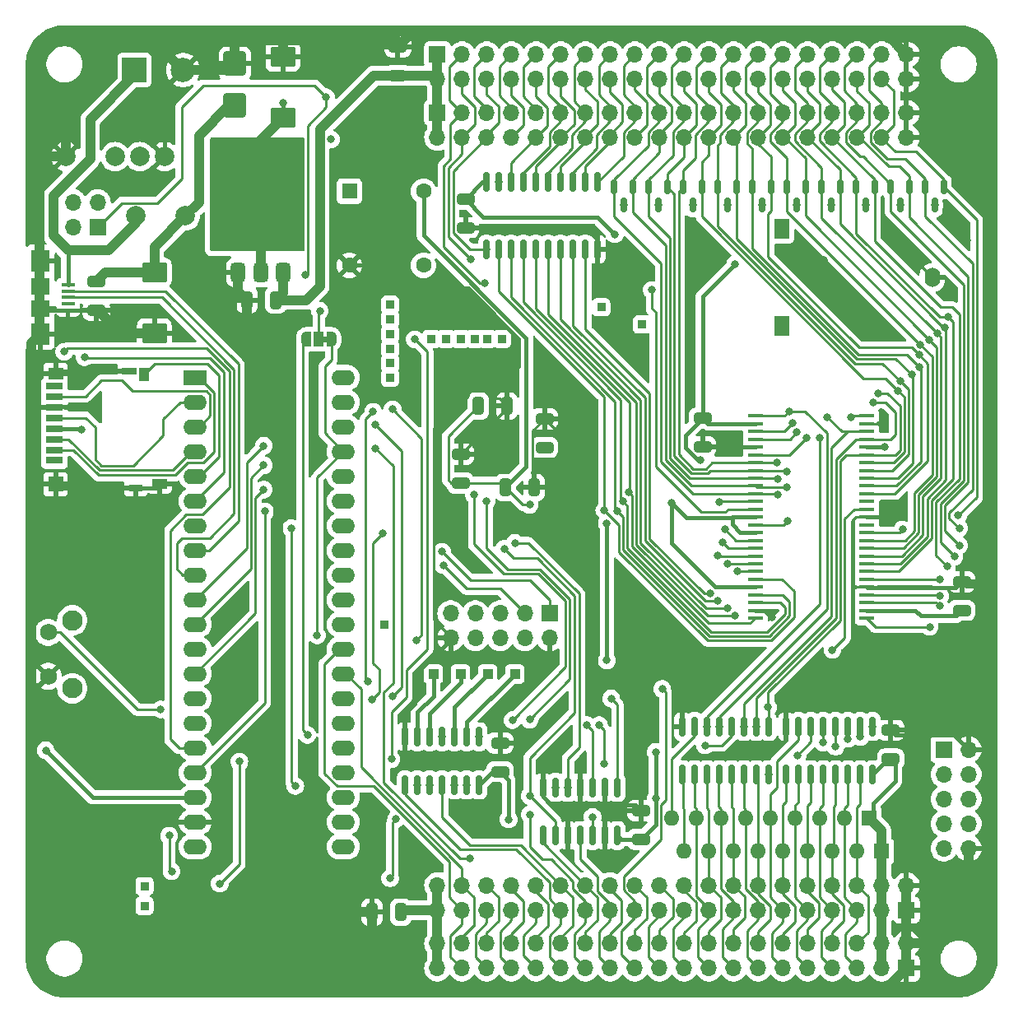
<source format=gbr>
%TF.GenerationSoftware,KiCad,Pcbnew,8.0.7-8.0.7-0~ubuntu22.04.1*%
%TF.CreationDate,2025-01-29T22:40:37+01:00*%
%TF.ProjectId,RAMROM_Board,52414d52-4f4d-45f4-926f-6172642e6b69,rev?*%
%TF.SameCoordinates,Original*%
%TF.FileFunction,Copper,L1,Top*%
%TF.FilePolarity,Positive*%
%FSLAX46Y46*%
G04 Gerber Fmt 4.6, Leading zero omitted, Abs format (unit mm)*
G04 Created by KiCad (PCBNEW 8.0.7-8.0.7-0~ubuntu22.04.1) date 2025-01-29 22:40:37*
%MOMM*%
%LPD*%
G01*
G04 APERTURE LIST*
G04 Aperture macros list*
%AMRoundRect*
0 Rectangle with rounded corners*
0 $1 Rounding radius*
0 $2 $3 $4 $5 $6 $7 $8 $9 X,Y pos of 4 corners*
0 Add a 4 corners polygon primitive as box body*
4,1,4,$2,$3,$4,$5,$6,$7,$8,$9,$2,$3,0*
0 Add four circle primitives for the rounded corners*
1,1,$1+$1,$2,$3*
1,1,$1+$1,$4,$5*
1,1,$1+$1,$6,$7*
1,1,$1+$1,$8,$9*
0 Add four rect primitives between the rounded corners*
20,1,$1+$1,$2,$3,$4,$5,0*
20,1,$1+$1,$4,$5,$6,$7,0*
20,1,$1+$1,$6,$7,$8,$9,0*
20,1,$1+$1,$8,$9,$2,$3,0*%
%AMFreePoly0*
4,1,19,0.550000,-0.750000,0.000000,-0.750000,0.000000,-0.744911,-0.071157,-0.744911,-0.207708,-0.704816,-0.327430,-0.627875,-0.420627,-0.520320,-0.479746,-0.390866,-0.500000,-0.250000,-0.500000,0.250000,-0.479746,0.390866,-0.420627,0.520320,-0.327430,0.627875,-0.207708,0.704816,-0.071157,0.744911,0.000000,0.744911,0.000000,0.750000,0.550000,0.750000,0.550000,-0.750000,0.550000,-0.750000,
$1*%
%AMFreePoly1*
4,1,19,0.000000,0.744911,0.071157,0.744911,0.207708,0.704816,0.327430,0.627875,0.420627,0.520320,0.479746,0.390866,0.500000,0.250000,0.500000,-0.250000,0.479746,-0.390866,0.420627,-0.520320,0.327430,-0.627875,0.207708,-0.704816,0.071157,-0.744911,0.000000,-0.744911,0.000000,-0.750000,-0.550000,-0.750000,-0.550000,0.750000,0.000000,0.750000,0.000000,0.744911,0.000000,0.744911,
$1*%
G04 Aperture macros list end*
%TA.AperFunction,EtchedComponent*%
%ADD10C,0.000000*%
%TD*%
%TA.AperFunction,SMDPad,CuDef*%
%ADD11RoundRect,0.150000X-0.150000X0.825000X-0.150000X-0.825000X0.150000X-0.825000X0.150000X0.825000X0*%
%TD*%
%TA.AperFunction,ComponentPad*%
%ADD12R,1.000000X1.000000*%
%TD*%
%TA.AperFunction,SMDPad,CuDef*%
%ADD13RoundRect,0.250000X0.650000X-0.325000X0.650000X0.325000X-0.650000X0.325000X-0.650000X-0.325000X0*%
%TD*%
%TA.AperFunction,SMDPad,CuDef*%
%ADD14RoundRect,0.250000X0.325000X0.650000X-0.325000X0.650000X-0.325000X-0.650000X0.325000X-0.650000X0*%
%TD*%
%TA.AperFunction,ComponentPad*%
%ADD15R,1.600000X1.600000*%
%TD*%
%TA.AperFunction,ComponentPad*%
%ADD16C,1.600000*%
%TD*%
%TA.AperFunction,ComponentPad*%
%ADD17R,0.850000X0.850000*%
%TD*%
%TA.AperFunction,ComponentPad*%
%ADD18R,1.700000X1.700000*%
%TD*%
%TA.AperFunction,ComponentPad*%
%ADD19O,1.700000X1.700000*%
%TD*%
%TA.AperFunction,ComponentPad*%
%ADD20R,2.400000X1.600000*%
%TD*%
%TA.AperFunction,ComponentPad*%
%ADD21O,2.400000X1.600000*%
%TD*%
%TA.AperFunction,SMDPad,CuDef*%
%ADD22RoundRect,0.250000X1.025000X-0.787500X1.025000X0.787500X-1.025000X0.787500X-1.025000X-0.787500X0*%
%TD*%
%TA.AperFunction,SMDPad,CuDef*%
%ADD23FreePoly0,180.000000*%
%TD*%
%TA.AperFunction,SMDPad,CuDef*%
%ADD24R,1.000000X1.500000*%
%TD*%
%TA.AperFunction,SMDPad,CuDef*%
%ADD25FreePoly1,180.000000*%
%TD*%
%TA.AperFunction,SMDPad,CuDef*%
%ADD26RoundRect,0.150000X-0.150000X0.587500X-0.150000X-0.587500X0.150000X-0.587500X0.150000X0.587500X0*%
%TD*%
%TA.AperFunction,SMDPad,CuDef*%
%ADD27R,1.400000X0.400000*%
%TD*%
%TA.AperFunction,SMDPad,CuDef*%
%ADD28R,1.900000X2.300000*%
%TD*%
%TA.AperFunction,SMDPad,CuDef*%
%ADD29R,1.900000X1.800000*%
%TD*%
%TA.AperFunction,SMDPad,CuDef*%
%ADD30RoundRect,0.250000X-0.325000X-0.650000X0.325000X-0.650000X0.325000X0.650000X-0.325000X0.650000X0*%
%TD*%
%TA.AperFunction,ComponentPad*%
%ADD31R,2.500000X2.500000*%
%TD*%
%TA.AperFunction,ComponentPad*%
%ADD32C,2.500000*%
%TD*%
%TA.AperFunction,ComponentPad*%
%ADD33O,1.600000X1.600000*%
%TD*%
%TA.AperFunction,SMDPad,CuDef*%
%ADD34RoundRect,0.250000X-0.650000X0.325000X-0.650000X-0.325000X0.650000X-0.325000X0.650000X0.325000X0*%
%TD*%
%TA.AperFunction,SMDPad,CuDef*%
%ADD35RoundRect,0.375000X0.375000X-0.625000X0.375000X0.625000X-0.375000X0.625000X-0.375000X-0.625000X0*%
%TD*%
%TA.AperFunction,SMDPad,CuDef*%
%ADD36RoundRect,0.500000X1.400000X-0.500000X1.400000X0.500000X-1.400000X0.500000X-1.400000X-0.500000X0*%
%TD*%
%TA.AperFunction,ComponentPad*%
%ADD37C,2.100000*%
%TD*%
%TA.AperFunction,ComponentPad*%
%ADD38C,1.750000*%
%TD*%
%TA.AperFunction,SMDPad,CuDef*%
%ADD39R,1.750000X0.700000*%
%TD*%
%TA.AperFunction,SMDPad,CuDef*%
%ADD40R,1.000000X1.450000*%
%TD*%
%TA.AperFunction,SMDPad,CuDef*%
%ADD41R,1.550000X1.000000*%
%TD*%
%TA.AperFunction,SMDPad,CuDef*%
%ADD42R,1.500000X0.800000*%
%TD*%
%TA.AperFunction,SMDPad,CuDef*%
%ADD43R,1.500000X1.300000*%
%TD*%
%TA.AperFunction,SMDPad,CuDef*%
%ADD44R,1.500000X1.500000*%
%TD*%
%TA.AperFunction,SMDPad,CuDef*%
%ADD45R,1.400000X0.800000*%
%TD*%
%TA.AperFunction,SMDPad,CuDef*%
%ADD46RoundRect,0.250000X-1.025000X0.787500X-1.025000X-0.787500X1.025000X-0.787500X1.025000X0.787500X0*%
%TD*%
%TA.AperFunction,SMDPad,CuDef*%
%ADD47R,1.510000X0.458000*%
%TD*%
%TA.AperFunction,ComponentPad*%
%ADD48R,1.600000X2.000000*%
%TD*%
%TA.AperFunction,ComponentPad*%
%ADD49O,1.600000X2.000000*%
%TD*%
%TA.AperFunction,ComponentPad*%
%ADD50C,2.000000*%
%TD*%
%TA.AperFunction,SMDPad,CuDef*%
%ADD51RoundRect,0.150000X0.150000X-0.837500X0.150000X0.837500X-0.150000X0.837500X-0.150000X-0.837500X0*%
%TD*%
%TA.AperFunction,SMDPad,CuDef*%
%ADD52RoundRect,0.250000X0.900000X-1.000000X0.900000X1.000000X-0.900000X1.000000X-0.900000X-1.000000X0*%
%TD*%
%TA.AperFunction,ViaPad*%
%ADD53C,0.800000*%
%TD*%
%TA.AperFunction,Conductor*%
%ADD54C,0.250000*%
%TD*%
%TA.AperFunction,Conductor*%
%ADD55C,0.400000*%
%TD*%
%TA.AperFunction,Conductor*%
%ADD56C,1.000000*%
%TD*%
G04 APERTURE END LIST*
D10*
%TA.AperFunction,EtchedComponent*%
%TO.C,JP4*%
G36*
X81067000Y-82596000D02*
G01*
X80567000Y-82596000D01*
X80567000Y-81996000D01*
X81067000Y-81996000D01*
X81067000Y-82596000D01*
G37*
%TD.AperFunction*%
%TD*%
D11*
%TO.P,U3,1*%
%TO.N,/~{PH0_en}*%
X96647000Y-123193000D03*
%TO.P,U3,2*%
%TO.N,Net-(J4-Pin_1)*%
X95377000Y-123193000D03*
%TO.P,U3,3*%
%TO.N,Net-(J12-Pin_1)*%
X94107000Y-123193000D03*
%TO.P,U3,4*%
%TO.N,/~{PH0_en}*%
X92837000Y-123193000D03*
%TO.P,U3,5*%
%TO.N,Net-(J13-Pin_1)*%
X91567000Y-123193000D03*
%TO.P,U3,6*%
%TO.N,Net-(J15-Pin_1)*%
X90297000Y-123193000D03*
%TO.P,U3,7,GND*%
%TO.N,GND*%
X89027000Y-123193000D03*
%TO.P,U3,8*%
%TO.N,/~{PH0}*%
X89027000Y-128143000D03*
%TO.P,U3,9*%
%TO.N,/~{PH0}#*%
X90297000Y-128143000D03*
%TO.P,U3,10*%
%TO.N,/~{PH0_en}*%
X91567000Y-128143000D03*
%TO.P,U3,11*%
%TO.N,/PH0*%
X92837000Y-128143000D03*
%TO.P,U3,12*%
%TO.N,/PH0#*%
X94107000Y-128143000D03*
%TO.P,U3,13*%
%TO.N,/~{PH0_en}*%
X95377000Y-128143000D03*
%TO.P,U3,14,VCC*%
%TO.N,+3V3*%
X96647000Y-128143000D03*
%TD*%
D12*
%TO.P,J15,1,Pin_1*%
%TO.N,Net-(J15-Pin_1)*%
X91948000Y-116713000D03*
%TD*%
%TO.P,J13,1,Pin_1*%
%TO.N,Net-(J13-Pin_1)*%
X94742000Y-116713000D03*
%TD*%
%TO.P,J12,1,Pin_1*%
%TO.N,Net-(J12-Pin_1)*%
X97536000Y-116713000D03*
%TD*%
%TO.P,J4,1,Pin_1*%
%TO.N,Net-(J4-Pin_1)*%
X100330000Y-116713000D03*
%TD*%
D13*
%TO.P,C20,1*%
%TO.N,+3V3*%
X98806000Y-126775000D03*
%TO.P,C20,2*%
%TO.N,GND*%
X98806000Y-123825000D03*
%TD*%
D14*
%TO.P,C2,1*%
%TO.N,+5VA*%
X88597000Y-141224000D03*
%TO.P,C2,2*%
%TO.N,GND*%
X85647000Y-141224000D03*
%TD*%
D15*
%TO.P,X1,1,EN*%
%TO.N,unconnected-(X1-EN-Pad1)*%
X83312000Y-67056000D03*
D16*
%TO.P,X1,4,GND*%
%TO.N,GND*%
X83312000Y-74676000D03*
%TO.P,X1,5,OUT*%
%TO.N,/CLKCPLD*%
X90932000Y-74676000D03*
%TO.P,X1,8,Vcc*%
%TO.N,+3V3*%
X90932000Y-67056000D03*
%TD*%
D11*
%TO.P,U15,1,A0*%
%TO.N,/CESEL0*%
X137145000Y-122125000D03*
%TO.P,U15,2,A1*%
%TO.N,/CESEL1*%
X135875000Y-122125000D03*
%TO.P,U15,3,A2*%
%TO.N,/CESEL2*%
X134605000Y-122125000D03*
%TO.P,U15,4,~{E0}*%
%TO.N,/CESEL3*%
X133335000Y-122125000D03*
%TO.P,U15,5,~{E1}*%
%TO.N,/~{CEOUTEN}*%
X132065000Y-122125000D03*
%TO.P,U15,6,E2*%
%TO.N,/CE_EXT_EN*%
X130795000Y-122125000D03*
%TO.P,U15,7,~{Y7}*%
%TO.N,/~{CE_EXT7}*%
X129525000Y-122125000D03*
%TO.P,U15,8,GND*%
%TO.N,GND*%
X128255000Y-122125000D03*
%TO.P,U15,9,~{Y6}*%
%TO.N,/~{CE_EXT6}*%
X128255000Y-127075000D03*
%TO.P,U15,10,~{Y5}*%
%TO.N,/~{CE_EXT5}*%
X129525000Y-127075000D03*
%TO.P,U15,11,~{Y4}*%
%TO.N,/~{CE_EXT4}*%
X130795000Y-127075000D03*
%TO.P,U15,12,~{Y3}*%
%TO.N,/~{CE_EXT3}*%
X132065000Y-127075000D03*
%TO.P,U15,13,~{Y2}*%
%TO.N,/~{CE_EXT2}*%
X133335000Y-127075000D03*
%TO.P,U15,14,~{Y1}*%
%TO.N,/~{CE_EXT1}*%
X134605000Y-127075000D03*
%TO.P,U15,15,~{Y0}*%
%TO.N,/~{CE_EXT0}*%
X135875000Y-127075000D03*
%TO.P,U15,16,VCC*%
%TO.N,+3V3*%
X137145000Y-127075000D03*
%TD*%
D17*
%TO.P,TP58,1,1*%
%TO.N,Net-(U13-IO2_58)*%
X96250000Y-82250000D03*
%TD*%
D18*
%TO.P,J8,1,Pin_1*%
%TO.N,/~{RST}*%
X57404000Y-70739000D03*
D19*
%TO.P,J8,2,Pin_2*%
%TO.N,GND*%
X54864000Y-70739000D03*
%TO.P,J8,3,Pin_3*%
%TO.N,Net-(J8-Pin_3)*%
X57404000Y-68199000D03*
%TO.P,J8,4,Pin_4*%
%TO.N,Net-(J8-Pin_4)*%
X54864000Y-68199000D03*
%TD*%
D17*
%TO.P,TP9,1,1*%
%TO.N,Net-(JP1-B)*%
X62230000Y-138557000D03*
%TD*%
D18*
%TO.P,J1,1,Pin_1*%
%TO.N,+5V*%
X92367000Y-53000000D03*
D19*
%TO.P,J1,2,Pin_2*%
X92367000Y-55540000D03*
%TO.P,J1,3,Pin_3*%
%TO.N,/PHI1_e*%
X94907000Y-53000000D03*
%TO.P,J1,4,Pin_4*%
%TO.N,/PHI2_e*%
X94907000Y-55540000D03*
%TO.P,J1,5,Pin_5*%
%TO.N,/~{IORD}*%
X97447000Y-53000000D03*
%TO.P,J1,6,Pin_6*%
%TO.N,/R{slash}~{W}_e*%
X97447000Y-55540000D03*
%TO.P,J1,7,Pin_7*%
%TO.N,/~{MRD}*%
X99987000Y-53000000D03*
%TO.P,J1,8,Pin_8*%
%TO.N,/~{MWR}*%
X99987000Y-55540000D03*
%TO.P,J1,9,Pin_9*%
%TO.N,/~{IOWR}*%
X102527000Y-53000000D03*
%TO.P,J1,10,Pin_10*%
%TO.N,/D0*%
X102527000Y-55540000D03*
%TO.P,J1,11,Pin_11*%
%TO.N,/D1*%
X105067000Y-53000000D03*
%TO.P,J1,12,Pin_12*%
%TO.N,/D2*%
X105067000Y-55540000D03*
%TO.P,J1,13,Pin_13*%
%TO.N,/D3*%
X107607000Y-53000000D03*
%TO.P,J1,14,Pin_14*%
%TO.N,/D4*%
X107607000Y-55540000D03*
%TO.P,J1,15,Pin_15*%
%TO.N,/D5*%
X110147000Y-53000000D03*
%TO.P,J1,16,Pin_16*%
%TO.N,/D6*%
X110147000Y-55540000D03*
%TO.P,J1,17,Pin_17*%
%TO.N,/D7*%
X112687000Y-53000000D03*
%TO.P,J1,18,Pin_18*%
%TO.N,/~{RST}*%
X112687000Y-55540000D03*
%TO.P,J1,19,Pin_19*%
%TO.N,/A0*%
X115227000Y-53000000D03*
%TO.P,J1,20,Pin_20*%
%TO.N,/A1*%
X115227000Y-55540000D03*
%TO.P,J1,21,Pin_21*%
%TO.N,/A2*%
X117767000Y-53000000D03*
%TO.P,J1,22,Pin_22*%
%TO.N,/A3*%
X117767000Y-55540000D03*
%TO.P,J1,23,Pin_23*%
%TO.N,/A4*%
X120307000Y-53000000D03*
%TO.P,J1,24,Pin_24*%
%TO.N,/A5*%
X120307000Y-55540000D03*
%TO.P,J1,25,Pin_25*%
%TO.N,/A6*%
X122847000Y-53000000D03*
%TO.P,J1,26,Pin_26*%
%TO.N,/A7*%
X122847000Y-55540000D03*
%TO.P,J1,27,Pin_27*%
%TO.N,/A8*%
X125387000Y-53000000D03*
%TO.P,J1,28,Pin_28*%
%TO.N,/A9*%
X125387000Y-55540000D03*
%TO.P,J1,29,Pin_29*%
%TO.N,/A10*%
X127927000Y-53000000D03*
%TO.P,J1,30,Pin_30*%
%TO.N,/A11*%
X127927000Y-55540000D03*
%TO.P,J1,31,Pin_31*%
%TO.N,/A12*%
X130467000Y-53000000D03*
%TO.P,J1,32,Pin_32*%
%TO.N,/A13*%
X130467000Y-55540000D03*
%TO.P,J1,33,Pin_33*%
%TO.N,/A14*%
X133007000Y-53000000D03*
%TO.P,J1,34,Pin_34*%
%TO.N,/A15*%
X133007000Y-55540000D03*
%TO.P,J1,35,Pin_35*%
%TO.N,/A16*%
X135547000Y-53000000D03*
%TO.P,J1,36,Pin_36*%
%TO.N,/A17*%
X135547000Y-55540000D03*
%TO.P,J1,37,Pin_37*%
%TO.N,/A18*%
X138087000Y-53000000D03*
%TO.P,J1,38,Pin_38*%
%TO.N,/A19*%
X138087000Y-55540000D03*
%TO.P,J1,39,Pin_39*%
%TO.N,GND*%
X140627000Y-53000000D03*
%TO.P,J1,40,Pin_40*%
X140627000Y-55540000D03*
%TD*%
D17*
%TO.P,TP57,1,1*%
%TO.N,Net-(U13-IO2_57)*%
X94750000Y-82250000D03*
%TD*%
D11*
%TO.P,U1,1*%
%TO.N,/~{TRST}*%
X110871000Y-128400000D03*
%TO.P,U1,2*%
%TO.N,GND*%
X109601000Y-128400000D03*
%TO.P,U1,3*%
%TO.N,/~{RST}*%
X108331000Y-128400000D03*
%TO.P,U1,4*%
%TO.N,GND*%
X107061000Y-128400000D03*
%TO.P,U1,5*%
%TO.N,/CLKF#*%
X105791000Y-128400000D03*
%TO.P,U1,6*%
%TO.N,/CLKF*%
X104521000Y-128400000D03*
%TO.P,U1,7,GND*%
%TO.N,GND*%
X103251000Y-128400000D03*
%TO.P,U1,8*%
%TO.N,/CLKS*%
X103251000Y-133350000D03*
%TO.P,U1,9*%
%TO.N,/CLKS#*%
X104521000Y-133350000D03*
%TO.P,U1,10*%
%TO.N,GND*%
X105791000Y-133350000D03*
%TO.P,U1,11*%
%TO.N,/CLK1*%
X107061000Y-133350000D03*
%TO.P,U1,12*%
%TO.N,/CLK1#*%
X108331000Y-133350000D03*
%TO.P,U1,13*%
%TO.N,GND*%
X109601000Y-133350000D03*
%TO.P,U1,14,VCC*%
%TO.N,+3V3*%
X110871000Y-133350000D03*
%TD*%
D20*
%TO.P,J7,1,Pin_1*%
%TO.N,/~{CS_SD}*%
X67437000Y-86233000D03*
D21*
%TO.P,J7,2,Pin_2*%
%TO.N,/SCK_SD*%
X67437000Y-88773000D03*
%TO.P,J7,3,Pin_3*%
%TO.N,/MISO_SD*%
X67437000Y-91313000D03*
%TO.P,J7,4,Pin_4*%
%TO.N,/MOSI_SD*%
X67437000Y-93853000D03*
%TO.P,J7,5,Pin_5*%
%TO.N,/DET_SD*%
X67437000Y-96393000D03*
%TO.P,J7,6,Pin_6*%
%TO.N,/ON{slash}OFF*%
X67437000Y-98933000D03*
%TO.P,J7,7,Pin_7*%
%TO.N,/TDO*%
X67437000Y-101473000D03*
%TO.P,J7,8,Pin_8*%
%TO.N,/uA11*%
X67437000Y-104013000D03*
%TO.P,J7,9,Pin_9*%
%TO.N,/uA12*%
X67437000Y-106553000D03*
%TO.P,J7,10,Pin_10*%
%TO.N,/CPC*%
X67437000Y-109093000D03*
%TO.P,J7,11,Pin_11*%
%TO.N,/~{MRC}*%
X67437000Y-111633000D03*
%TO.P,J7,12,Pin_12*%
%TO.N,/CLK1#*%
X67437000Y-114173000D03*
%TO.P,J7,13,Pin_13*%
%TO.N,/SRES1*%
X67437000Y-116713000D03*
%TO.P,J7,14,Pin_14*%
%TO.N,/SCL*%
X67437000Y-119253000D03*
%TO.P,J7,15,Pin_15*%
%TO.N,/SDA*%
X67437000Y-121793000D03*
%TO.P,J7,16,Pin_16*%
%TO.N,/~{MOS_ON}*%
X67437000Y-124333000D03*
%TO.P,J7,17,Pin_17*%
%TO.N,/SRES2*%
X67437000Y-126873000D03*
%TO.P,J7,18,Pin_18*%
%TO.N,+5VA*%
X67437000Y-129413000D03*
%TO.P,J7,19,Pin_19*%
%TO.N,GND*%
X67437000Y-131953000D03*
%TO.P,J7,20,Pin_20*%
%TO.N,unconnected-(J7-Pin_20-Pad20)*%
X67437000Y-134493000D03*
%TO.P,J7,21,Pin_21*%
%TO.N,/VB*%
X82677000Y-134493000D03*
%TO.P,J7,22,Pin_22*%
%TO.N,/TDI*%
X82677000Y-131953000D03*
%TO.P,J7,23,Pin_23*%
%TO.N,/TMS*%
X82677000Y-129413000D03*
%TO.P,J7,24,Pin_24*%
%TO.N,/TCK*%
X82677000Y-126873000D03*
%TO.P,J7,25,Pin_25*%
%TO.N,/~{STMRST}*%
X82677000Y-124333000D03*
%TO.P,J7,26,Pin_26*%
%TO.N,/~{EXTRST}*%
X82677000Y-121793000D03*
%TO.P,J7,27,Pin_27*%
%TO.N,/~{DATRDY}*%
X82677000Y-119253000D03*
%TO.P,J7,28,Pin_28*%
%TO.N,/RXSTM*%
X82677000Y-116713000D03*
%TO.P,J7,29,Pin_29*%
%TO.N,/TXSTM*%
X82677000Y-114173000D03*
%TO.P,J7,30,Pin_30*%
%TO.N,/~{BUSCLR}*%
X82677000Y-111633000D03*
%TO.P,J7,31,Pin_31*%
%TO.N,/uSCK*%
X82677000Y-109093000D03*
%TO.P,J7,32,Pin_32*%
%TO.N,/uMISO*%
X82677000Y-106553000D03*
%TO.P,J7,33,Pin_33*%
%TO.N,/uMOSI*%
X82677000Y-104013000D03*
%TO.P,J7,34,Pin_34*%
%TO.N,/~{RWREQ}*%
X82677000Y-101473000D03*
%TO.P,J7,35,Pin_35*%
%TO.N,/SRES0*%
X82677000Y-98933000D03*
%TO.P,J7,36,Pin_36*%
%TO.N,/~{CPLDCS}*%
X82677000Y-96393000D03*
%TO.P,J7,37,Pin_37*%
%TO.N,/~{TRST}*%
X82677000Y-93853000D03*
%TO.P,J7,38,Pin_38*%
%TO.N,unconnected-(J7-Pin_38-Pad38)*%
X82677000Y-91313000D03*
%TO.P,J7,39,Pin_39*%
%TO.N,unconnected-(J7-Pin_39-Pad39)*%
X82677000Y-88773000D03*
%TO.P,J7,40,Pin_40*%
%TO.N,unconnected-(J7-Pin_40-Pad40)*%
X82677000Y-86233000D03*
%TD*%
D22*
%TO.P,C15,1*%
%TO.N,+3V3*%
X76460000Y-59466495D03*
%TO.P,C15,2*%
%TO.N,GND*%
X76460000Y-53241495D03*
%TD*%
D23*
%TO.P,JP4,1,A*%
%TO.N,/~{TRST}*%
X81467000Y-82296000D03*
D24*
%TO.P,JP4,2,C*%
%TO.N,Net-(JP4-C)*%
X80167000Y-82296000D03*
D25*
%TO.P,JP4,3,B*%
%TO.N,/~{RST}*%
X78867000Y-82296000D03*
%TD*%
D26*
%TO.P,D7,1,A*%
%TO.N,/A15*%
X137348000Y-66626500D03*
%TO.P,D7,2,A*%
%TO.N,/A14*%
X135448000Y-66626500D03*
%TO.P,D7,3,K*%
%TO.N,+3V3*%
X136398000Y-68501500D03*
%TD*%
D27*
%TO.P,J6,1,VBUS*%
%TO.N,Net-(J5-Pin_1)*%
X54382000Y-76678000D03*
%TO.P,J6,2,D-*%
%TO.N,/uA11*%
X54382000Y-77328000D03*
%TO.P,J6,3,D+*%
%TO.N,/uA12*%
X54382000Y-77978000D03*
%TO.P,J6,4,ID*%
%TO.N,unconnected-(J6-ID-Pad4)*%
X54382000Y-78628000D03*
%TO.P,J6,5,GND*%
%TO.N,GND*%
X54382000Y-79278000D03*
D28*
%TO.P,J6,6,Shield*%
X51532000Y-74228000D03*
D29*
X51532000Y-76828000D03*
X51532000Y-79128000D03*
D28*
X51532000Y-81728000D03*
%TD*%
D30*
%TO.P,C5,1*%
%TO.N,+3V3*%
X99363000Y-97536000D03*
%TO.P,C5,2*%
%TO.N,GND*%
X102313000Y-97536000D03*
%TD*%
D18*
%TO.P,TP2,1,Pin_1*%
%TO.N,GND*%
X140627000Y-141000000D03*
D19*
%TO.P,TP2,2,Pin_2*%
X140627000Y-138460000D03*
%TO.P,TP2,3,Pin_3*%
%TO.N,+3V3*%
X138087000Y-141000000D03*
%TO.P,TP2,4,Pin_4*%
X138087000Y-138460000D03*
%TO.P,TP2,5,Pin_5*%
%TO.N,/~{CE_EXT1}*%
X135547000Y-141000000D03*
%TO.P,TP2,6,Pin_6*%
%TO.N,/~{CE_EXT0}*%
X135547000Y-138460000D03*
%TO.P,TP2,7,Pin_7*%
%TO.N,/~{CE_EXT3}*%
X133007000Y-141000000D03*
%TO.P,TP2,8,Pin_8*%
%TO.N,/~{CE_EXT2}*%
X133007000Y-138460000D03*
%TO.P,TP2,9,Pin_9*%
%TO.N,/~{CE_EXT5}*%
X130467000Y-141000000D03*
%TO.P,TP2,10,Pin_10*%
%TO.N,/~{CE_EXT4}*%
X130467000Y-138460000D03*
%TO.P,TP2,11,Pin_11*%
%TO.N,/~{CE_EXT7}*%
X127927000Y-141000000D03*
%TO.P,TP2,12,Pin_12*%
%TO.N,/~{CE_EXT6}*%
X127927000Y-138460000D03*
%TO.P,TP2,13,Pin_13*%
%TO.N,/~{CE_EXT9}*%
X125387000Y-141000000D03*
%TO.P,TP2,14,Pin_14*%
%TO.N,/~{CE_EXT8}*%
X125387000Y-138460000D03*
%TO.P,TP2,15,Pin_15*%
%TO.N,/~{CE_EXT11}*%
X122847000Y-141000000D03*
%TO.P,TP2,16,Pin_16*%
%TO.N,/~{CE_EXT10}*%
X122847000Y-138460000D03*
%TO.P,TP2,17,Pin_17*%
%TO.N,/~{CE_EXT13}*%
X120307000Y-141000000D03*
%TO.P,TP2,18,Pin_18*%
%TO.N,/~{CE_EXT12}*%
X120307000Y-138460000D03*
%TO.P,TP2,19,Pin_19*%
%TO.N,/RES4*%
X117767000Y-141000000D03*
%TO.P,TP2,20,Pin_20*%
%TO.N,/RES5*%
X117767000Y-138460000D03*
%TO.P,TP2,21,Pin_21*%
%TO.N,/RES2*%
X115227000Y-141000000D03*
%TO.P,TP2,22,Pin_22*%
%TO.N,/RES3*%
X115227000Y-138460000D03*
%TO.P,TP2,23,Pin_23*%
%TO.N,/~{BUSCLR}*%
X112687000Y-141000000D03*
%TO.P,TP2,24,Pin_24*%
%TO.N,/RES1*%
X112687000Y-138460000D03*
%TO.P,TP2,25,Pin_25*%
%TO.N,/CLK1*%
X110147000Y-141000000D03*
%TO.P,TP2,26,Pin_26*%
%TO.N,/~{CPUFREE}*%
X110147000Y-138460000D03*
%TO.P,TP2,27,Pin_27*%
%TO.N,/CLKF*%
X107607000Y-141000000D03*
%TO.P,TP2,28,Pin_28*%
%TO.N,/CLKS*%
X107607000Y-138460000D03*
%TO.P,TP2,29,Pin_29*%
%TO.N,/~{PH0}*%
X105067000Y-141000000D03*
%TO.P,TP2,30,Pin_30*%
%TO.N,/PH0*%
X105067000Y-138460000D03*
%TO.P,TP2,31,Pin_31*%
%TO.N,/SDA*%
X102527000Y-141000000D03*
%TO.P,TP2,32,Pin_32*%
%TO.N,/SCL*%
X102527000Y-138460000D03*
%TO.P,TP2,33,Pin_33*%
%TO.N,/TX1*%
X99987000Y-141000000D03*
%TO.P,TP2,34,Pin_34*%
%TO.N,/RX1*%
X99987000Y-138460000D03*
%TO.P,TP2,35,Pin_35*%
%TO.N,/TX0*%
X97447000Y-141000000D03*
%TO.P,TP2,36,Pin_36*%
%TO.N,/RX0*%
X97447000Y-138460000D03*
%TO.P,TP2,37,Pin_37*%
%TO.N,/TXSTM*%
X94907000Y-141000000D03*
%TO.P,TP2,38,Pin_38*%
%TO.N,/RXSTM*%
X94907000Y-138460000D03*
%TO.P,TP2,39,Pin_39*%
%TO.N,+5VA*%
X92367000Y-141000000D03*
%TO.P,TP2,40,Pin_40*%
X92367000Y-138460000D03*
%TD*%
D31*
%TO.P,J5,1,Pin_1*%
%TO.N,Net-(J5-Pin_1)*%
X61200000Y-54600000D03*
D32*
%TO.P,J5,2,Pin_2*%
%TO.N,GND*%
X66200000Y-54600000D03*
%TD*%
D17*
%TO.P,TP10,1,1*%
%TO.N,/~{BW}*%
X109220000Y-78994000D03*
%TD*%
%TO.P,TP49,1,1*%
%TO.N,Net-(U13-IO1_49)*%
X87500000Y-84750000D03*
%TD*%
D30*
%TO.P,C18,1*%
%TO.N,+3V3*%
X96569000Y-89154000D03*
%TO.P,C18,2*%
%TO.N,GND*%
X99519000Y-89154000D03*
%TD*%
D26*
%TO.P,D3,1,A*%
%TO.N,/A3*%
X116012000Y-66626500D03*
%TO.P,D3,2,A*%
%TO.N,/A2*%
X114112000Y-66626500D03*
%TO.P,D3,3,K*%
%TO.N,+3V3*%
X115062000Y-68501500D03*
%TD*%
D15*
%TO.P,RN4,1,common*%
%TO.N,+3V3*%
X138049000Y-134955995D03*
D33*
%TO.P,RN4,2,R1*%
%TO.N,/~{CE_EXT0}*%
X135509000Y-134955995D03*
%TO.P,RN4,3,R2*%
%TO.N,/~{CE_EXT2}*%
X132969000Y-134955995D03*
%TO.P,RN4,4,R3*%
%TO.N,/~{CE_EXT4}*%
X130429000Y-134955995D03*
%TO.P,RN4,5,R4*%
%TO.N,/~{CE_EXT6}*%
X127889000Y-134955995D03*
%TO.P,RN4,6,R5*%
%TO.N,/~{CE_EXT8}*%
X125349000Y-134955995D03*
%TO.P,RN4,7,R6*%
%TO.N,/~{CE_EXT10}*%
X122809000Y-134955995D03*
%TO.P,RN4,8,R7*%
%TO.N,/~{CE_EXT12}*%
X120269000Y-134955995D03*
%TO.P,RN4,9,R8*%
%TO.N,/~{CE_EXT14}*%
X117729000Y-134955995D03*
%TD*%
D14*
%TO.P,C14,1*%
%TO.N,+5V*%
X75743000Y-78253995D03*
%TO.P,C14,2*%
%TO.N,GND*%
X72793000Y-78253995D03*
%TD*%
D18*
%TO.P,J3,1,Pin_1*%
%TO.N,Net-(J3-Pin_1)*%
X103886000Y-110490000D03*
D19*
%TO.P,J3,2,Pin_2*%
%TO.N,GND*%
X103886000Y-113030000D03*
%TO.P,J3,3,Pin_3*%
%TO.N,Net-(J3-Pin_3)*%
X101346000Y-110490000D03*
%TO.P,J3,4,Pin_4*%
%TO.N,unconnected-(J3-Pin_4-Pad4)*%
X101346000Y-113030000D03*
%TO.P,J3,5,Pin_5*%
%TO.N,Net-(J3-Pin_5)*%
X98806000Y-110490000D03*
%TO.P,J3,6,Pin_6*%
%TO.N,unconnected-(J3-Pin_6-Pad6)*%
X98806000Y-113030000D03*
%TO.P,J3,7,Pin_7*%
%TO.N,unconnected-(J3-Pin_7-Pad7)*%
X96266000Y-110490000D03*
%TO.P,J3,8,Pin_8*%
%TO.N,unconnected-(J3-Pin_8-Pad8)*%
X96266000Y-113030000D03*
%TO.P,J3,9,Pin_9*%
%TO.N,Net-(J3-Pin_9)*%
X93726000Y-110490000D03*
%TO.P,J3,10,Pin_10*%
%TO.N,GND*%
X93726000Y-113030000D03*
%TD*%
D17*
%TO.P,TP8,1,1*%
%TO.N,Net-(JP1-A)*%
X62230000Y-140589000D03*
%TD*%
D15*
%TO.P,RN3,1,common*%
%TO.N,+3V3*%
X136779000Y-131572000D03*
D33*
%TO.P,RN3,2,R1*%
%TO.N,/~{CE_EXT1}*%
X134239000Y-131572000D03*
%TO.P,RN3,3,R2*%
%TO.N,/~{CE_EXT3}*%
X131699000Y-131572000D03*
%TO.P,RN3,4,R3*%
%TO.N,/~{CE_EXT5}*%
X129159000Y-131572000D03*
%TO.P,RN3,5,R4*%
%TO.N,/~{CE_EXT7}*%
X126619000Y-131572000D03*
%TO.P,RN3,6,R5*%
%TO.N,/~{CE_EXT9}*%
X124079000Y-131572000D03*
%TO.P,RN3,7,R6*%
%TO.N,/~{CE_EXT11}*%
X121539000Y-131572000D03*
%TO.P,RN3,8,R7*%
%TO.N,/~{CE_EXT13}*%
X118999000Y-131572000D03*
%TO.P,RN3,9,R8*%
%TO.N,/~{CE_EXT15}*%
X116459000Y-131572000D03*
%TD*%
D26*
%TO.P,D9,1,A*%
%TO.N,/A11*%
X130236000Y-66626500D03*
%TO.P,D9,2,A*%
%TO.N,/A10*%
X128336000Y-66626500D03*
%TO.P,D9,3,K*%
%TO.N,+3V3*%
X129286000Y-68501500D03*
%TD*%
D34*
%TO.P,C6,1*%
%TO.N,+5VA*%
X57277000Y-76376000D03*
%TO.P,C6,2*%
%TO.N,GND*%
X57277000Y-79326000D03*
%TD*%
D35*
%TO.P,U2,1,GND*%
%TO.N,GND*%
X71868000Y-75403995D03*
%TO.P,U2,2,VO*%
%TO.N,+3V3*%
X74168000Y-75403995D03*
D36*
X74168000Y-69103995D03*
D35*
%TO.P,U2,3,VI*%
%TO.N,+5V*%
X76468000Y-75403995D03*
%TD*%
D13*
%TO.P,C13,1*%
%TO.N,VCCQ*%
X146304000Y-110187000D03*
%TO.P,C13,2*%
%TO.N,GND*%
X146304000Y-107237000D03*
%TD*%
D37*
%TO.P,SW2,*%
%TO.N,*%
X54811500Y-118206000D03*
X54811500Y-111196000D03*
D38*
%TO.P,SW2,1,1*%
%TO.N,GND*%
X52321500Y-116956000D03*
%TO.P,SW2,2,2*%
%TO.N,/~{EXTRST}*%
X52321500Y-112456000D03*
%TD*%
D18*
%TO.P,J2,1,Pin_1*%
%TO.N,GND*%
X140627000Y-147000000D03*
D19*
%TO.P,J2,2,Pin_2*%
X140627000Y-144460000D03*
%TO.P,J2,3,Pin_3*%
%TO.N,+3V3*%
X138087000Y-147000000D03*
%TO.P,J2,4,Pin_4*%
X138087000Y-144460000D03*
%TO.P,J2,5,Pin_5*%
%TO.N,/~{CE_EXT1}*%
X135547000Y-147000000D03*
%TO.P,J2,6,Pin_6*%
%TO.N,/~{CE_EXT0}*%
X135547000Y-144460000D03*
%TO.P,J2,7,Pin_7*%
%TO.N,/~{CE_EXT3}*%
X133007000Y-147000000D03*
%TO.P,J2,8,Pin_8*%
%TO.N,/~{CE_EXT2}*%
X133007000Y-144460000D03*
%TO.P,J2,9,Pin_9*%
%TO.N,/~{CE_EXT5}*%
X130467000Y-147000000D03*
%TO.P,J2,10,Pin_10*%
%TO.N,/~{CE_EXT4}*%
X130467000Y-144460000D03*
%TO.P,J2,11,Pin_11*%
%TO.N,/~{CE_EXT7}*%
X127927000Y-147000000D03*
%TO.P,J2,12,Pin_12*%
%TO.N,/~{CE_EXT6}*%
X127927000Y-144460000D03*
%TO.P,J2,13,Pin_13*%
%TO.N,/~{CE_EXT9}*%
X125387000Y-147000000D03*
%TO.P,J2,14,Pin_14*%
%TO.N,/~{CE_EXT8}*%
X125387000Y-144460000D03*
%TO.P,J2,15,Pin_15*%
%TO.N,/~{CE_EXT11}*%
X122847000Y-147000000D03*
%TO.P,J2,16,Pin_16*%
%TO.N,/~{CE_EXT10}*%
X122847000Y-144460000D03*
%TO.P,J2,17,Pin_17*%
%TO.N,/~{CE_EXT13}*%
X120307000Y-147000000D03*
%TO.P,J2,18,Pin_18*%
%TO.N,/~{CE_EXT12}*%
X120307000Y-144460000D03*
%TO.P,J2,19,Pin_19*%
%TO.N,/RES4*%
X117767000Y-147000000D03*
%TO.P,J2,20,Pin_20*%
%TO.N,/RES5*%
X117767000Y-144460000D03*
%TO.P,J2,21,Pin_21*%
%TO.N,/RES2*%
X115227000Y-147000000D03*
%TO.P,J2,22,Pin_22*%
%TO.N,/RES3*%
X115227000Y-144460000D03*
%TO.P,J2,23,Pin_23*%
%TO.N,/~{BUSCLR}*%
X112687000Y-147000000D03*
%TO.P,J2,24,Pin_24*%
%TO.N,/RES1*%
X112687000Y-144460000D03*
%TO.P,J2,25,Pin_25*%
%TO.N,/CLK1*%
X110147000Y-147000000D03*
%TO.P,J2,26,Pin_26*%
%TO.N,/~{CPUFREE}*%
X110147000Y-144460000D03*
%TO.P,J2,27,Pin_27*%
%TO.N,/CLKF*%
X107607000Y-147000000D03*
%TO.P,J2,28,Pin_28*%
%TO.N,/CLKS*%
X107607000Y-144460000D03*
%TO.P,J2,29,Pin_29*%
%TO.N,/~{PH0}*%
X105067000Y-147000000D03*
%TO.P,J2,30,Pin_30*%
%TO.N,/PH0*%
X105067000Y-144460000D03*
%TO.P,J2,31,Pin_31*%
%TO.N,/SDA*%
X102527000Y-147000000D03*
%TO.P,J2,32,Pin_32*%
%TO.N,/SCL*%
X102527000Y-144460000D03*
%TO.P,J2,33,Pin_33*%
%TO.N,/TX1*%
X99987000Y-147000000D03*
%TO.P,J2,34,Pin_34*%
%TO.N,/RX1*%
X99987000Y-144460000D03*
%TO.P,J2,35,Pin_35*%
%TO.N,/TX0*%
X97447000Y-147000000D03*
%TO.P,J2,36,Pin_36*%
%TO.N,/RX0*%
X97447000Y-144460000D03*
%TO.P,J2,37,Pin_37*%
%TO.N,/TXSTM*%
X94907000Y-147000000D03*
%TO.P,J2,38,Pin_38*%
%TO.N,/RXSTM*%
X94907000Y-144460000D03*
%TO.P,J2,39,Pin_39*%
%TO.N,+5VA*%
X92367000Y-147000000D03*
%TO.P,J2,40,Pin_40*%
X92367000Y-144460000D03*
%TD*%
D26*
%TO.P,D8,1,A*%
%TO.N,/A13*%
X133792000Y-66626500D03*
%TO.P,D8,2,A*%
%TO.N,/A12*%
X131892000Y-66626500D03*
%TO.P,D8,3,K*%
%TO.N,+3V3*%
X132842000Y-68501500D03*
%TD*%
D18*
%TO.P,J9,1,Pin_1*%
%TO.N,/TCK*%
X144460000Y-124500000D03*
D19*
%TO.P,J9,2,Pin_2*%
%TO.N,GND*%
X147000000Y-124500000D03*
%TO.P,J9,3,Pin_3*%
%TO.N,/TDO*%
X144460000Y-127040000D03*
%TO.P,J9,4,Pin_4*%
%TO.N,+3V3*%
X147000000Y-127040000D03*
%TO.P,J9,5,Pin_5*%
%TO.N,/TMS*%
X144460000Y-129580000D03*
%TO.P,J9,6,Pin_6*%
%TO.N,unconnected-(J9-Pin_6-Pad6)*%
X147000000Y-129580000D03*
%TO.P,J9,7,Pin_7*%
%TO.N,unconnected-(J9-Pin_7-Pad7)*%
X144460000Y-132120000D03*
%TO.P,J9,8,Pin_8*%
%TO.N,unconnected-(J9-Pin_8-Pad8)*%
X147000000Y-132120000D03*
%TO.P,J9,9,Pin_9*%
%TO.N,/TDI*%
X144460000Y-134660000D03*
%TO.P,J9,10,Pin_10*%
%TO.N,GND*%
X147000000Y-134660000D03*
%TD*%
D17*
%TO.P,TP51,1,1*%
%TO.N,Net-(U13-IO1_51)*%
X87500000Y-81750000D03*
%TD*%
D39*
%TO.P,J10,1,DAT2*%
%TO.N,unconnected-(J10-DAT2-Pad1)*%
X52969000Y-94762000D03*
%TO.P,J10,2,DAT3/CD*%
%TO.N,/~{CS_SD}*%
X52969000Y-93662000D03*
%TO.P,J10,3,CMD*%
%TO.N,/MOSI_SD*%
X52969000Y-92562000D03*
%TO.P,J10,4,VDD*%
%TO.N,+3V3*%
X52969000Y-91462000D03*
%TO.P,J10,5,CLK*%
%TO.N,/SCK_SD*%
X52969000Y-90362000D03*
%TO.P,J10,6,VSS*%
%TO.N,GND*%
X52969000Y-89262000D03*
%TO.P,J10,7,DAT0*%
%TO.N,/MISO_SD*%
X52969000Y-88162000D03*
%TO.P,J10,8,DAT1*%
%TO.N,unconnected-(J10-DAT1-Pad8)*%
X52969000Y-87062000D03*
D40*
%TO.P,J10,9,DET_B*%
%TO.N,/DET_SD*%
X62194000Y-85937000D03*
D41*
%TO.P,J10,10,DET_A*%
%TO.N,GND*%
X63769000Y-97162000D03*
D42*
%TO.P,J10,11,SHIELD*%
X60694000Y-85612000D03*
D43*
X53094000Y-85862000D03*
D44*
X53094000Y-97212000D03*
D45*
X61344000Y-97562000D03*
%TD*%
D17*
%TO.P,TP61,1,1*%
%TO.N,Net-(U13-IO2_61)*%
X97500000Y-82250000D03*
%TD*%
%TO.P,TP52,1,1*%
%TO.N,Net-(U13-IO2_52)*%
X87500000Y-80250000D03*
%TD*%
D26*
%TO.P,D4,1,A*%
%TO.N,/A1*%
X112456000Y-66626500D03*
%TO.P,D4,2,A*%
%TO.N,/A0*%
X110556000Y-66626500D03*
%TO.P,D4,3,K*%
%TO.N,+3V3*%
X111506000Y-68501500D03*
%TD*%
D17*
%TO.P,TP55,1,1*%
%TO.N,Net-(U13-IO2_55)*%
X91750000Y-82250000D03*
%TD*%
D26*
%TO.P,D6,1,A*%
%TO.N,/A17*%
X140904000Y-66626500D03*
%TO.P,D6,2,A*%
%TO.N,/A16*%
X139004000Y-66626500D03*
%TO.P,D6,3,K*%
%TO.N,+3V3*%
X139954000Y-68501500D03*
%TD*%
D17*
%TO.P,TP11,1,1*%
%TO.N,Net-(JP2-A)*%
X113411000Y-80772000D03*
%TD*%
D13*
%TO.P,C19,1*%
%TO.N,+3V3*%
X94742000Y-97077000D03*
%TO.P,C19,2*%
%TO.N,GND*%
X94742000Y-94127000D03*
%TD*%
D17*
%TO.P,TP14,1,1*%
%TO.N,/~{BUSCLR}*%
X86868000Y-111633000D03*
%TD*%
D11*
%TO.P,U16,1,A0*%
%TO.N,/CESEL0*%
X126445000Y-122125000D03*
%TO.P,U16,2,A1*%
%TO.N,/CESEL1*%
X125175000Y-122125000D03*
%TO.P,U16,3,A2*%
%TO.N,/CESEL2*%
X123905000Y-122125000D03*
%TO.P,U16,4,~{E0}*%
%TO.N,/~{CE_EXT_EN}*%
X122635000Y-122125000D03*
%TO.P,U16,5,~{E1}*%
%TO.N,/~{CEOUTEN}*%
X121365000Y-122125000D03*
%TO.P,U16,6,E2*%
%TO.N,/CESEL3*%
X120095000Y-122125000D03*
%TO.P,U16,7,~{Y7}*%
%TO.N,/~{CE_EXT15}*%
X118825000Y-122125000D03*
%TO.P,U16,8,GND*%
%TO.N,GND*%
X117555000Y-122125000D03*
%TO.P,U16,9,~{Y6}*%
%TO.N,/~{CE_EXT14}*%
X117555000Y-127075000D03*
%TO.P,U16,10,~{Y5}*%
%TO.N,/~{CE_EXT13}*%
X118825000Y-127075000D03*
%TO.P,U16,11,~{Y4}*%
%TO.N,/~{CE_EXT12}*%
X120095000Y-127075000D03*
%TO.P,U16,12,~{Y3}*%
%TO.N,/~{CE_EXT11}*%
X121365000Y-127075000D03*
%TO.P,U16,13,~{Y2}*%
%TO.N,/~{CE_EXT10}*%
X122635000Y-127075000D03*
%TO.P,U16,14,~{Y1}*%
%TO.N,/~{CE_EXT9}*%
X123905000Y-127075000D03*
%TO.P,U16,15,~{Y0}*%
%TO.N,/~{CE_EXT8}*%
X125175000Y-127075000D03*
%TO.P,U16,16,VCC*%
%TO.N,+3V3*%
X126445000Y-127075000D03*
%TD*%
D34*
%TO.P,C11,1*%
%TO.N,VCCQ*%
X119634000Y-90395000D03*
%TO.P,C11,2*%
%TO.N,GND*%
X119634000Y-93345000D03*
%TD*%
D46*
%TO.P,C4,1*%
%TO.N,+5VA*%
X63246000Y-75436000D03*
%TO.P,C4,2*%
%TO.N,GND*%
X63246000Y-81661000D03*
%TD*%
D47*
%TO.P,U11,1,I/O12*%
%TO.N,/~{CEOUTEN}*%
X125060000Y-90184000D03*
%TO.P,U11,2,VDD*%
%TO.N,VCCQ*%
X125060000Y-90984000D03*
%TO.P,U11,3,I/O13*%
%TO.N,/CESPARE*%
X125060000Y-91784000D03*
%TO.P,U11,4,I/O14*%
%TO.N,/RAMPROT*%
X125060000Y-92584000D03*
%TO.P,U11,5,GND*%
%TO.N,GND*%
X125060000Y-93384000D03*
%TO.P,U11,6,I/O15*%
%TO.N,/~{RAMEN}*%
X125060000Y-94184000D03*
%TO.P,U11,7,A4*%
%TO.N,/A4*%
X125060000Y-94984000D03*
%TO.P,U11,8,A3*%
%TO.N,/A3*%
X125060000Y-95784000D03*
%TO.P,U11,9,A2*%
%TO.N,/A2*%
X125060000Y-96584000D03*
%TO.P,U11,10,A1*%
%TO.N,/A1*%
X125060000Y-97384000D03*
%TO.P,U11,11,A0*%
%TO.N,/A0*%
X125060000Y-98184000D03*
%TO.P,U11,12,~{UB}*%
%TO.N,/~{UB}*%
X125060000Y-98984000D03*
%TO.P,U11,13,~{CE1}*%
%TO.N,/~{RAMCE}*%
X125060000Y-99784000D03*
%TO.P,U11,14,VDD*%
%TO.N,VCCQ*%
X125060000Y-100584000D03*
%TO.P,U11,15,~{WE}*%
%TO.N,/~{WE}*%
X125060000Y-101384000D03*
%TO.P,U11,16,CE2*%
%TO.N,VCCQ*%
X125060000Y-102184000D03*
%TO.P,U11,17,A19*%
%TO.N,/A19*%
X125060000Y-102984000D03*
%TO.P,U11,18,A18*%
%TO.N,/A18*%
X125060000Y-103784000D03*
%TO.P,U11,19,A17*%
%TO.N,/A17*%
X125060000Y-104584000D03*
%TO.P,U11,20,A16*%
%TO.N,/A16*%
X125060000Y-105384000D03*
%TO.P,U11,21,A15*%
%TO.N,/A15*%
X125060000Y-106184000D03*
%TO.P,U11,22,I/O0*%
%TO.N,/CD0*%
X125060000Y-106984000D03*
%TO.P,U11,23,VDD*%
%TO.N,VCCQ*%
X125060000Y-107784000D03*
%TO.P,U11,24,I/O1*%
%TO.N,/CD1*%
X125060000Y-108584000D03*
%TO.P,U11,25,I/O2*%
%TO.N,/CD2*%
X125060000Y-109384000D03*
%TO.P,U11,26,GND*%
%TO.N,GND*%
X125060000Y-110184000D03*
%TO.P,U11,27,I/O3*%
%TO.N,/CD3*%
X125060000Y-110984000D03*
%TO.P,U11,28,I/O4*%
%TO.N,/CD4*%
X136560000Y-110984000D03*
%TO.P,U11,29,VDD*%
%TO.N,VCCQ*%
X136560000Y-110184000D03*
%TO.P,U11,30,I/O5*%
%TO.N,/CD5*%
X136560000Y-109384000D03*
%TO.P,U11,31,I/O6*%
%TO.N,/CD6*%
X136560000Y-108584000D03*
%TO.P,U11,32,GND*%
%TO.N,GND*%
X136560000Y-107784000D03*
%TO.P,U11,33,I/O7*%
%TO.N,/CD7*%
X136560000Y-106984000D03*
%TO.P,U11,34,A14*%
%TO.N,/A14*%
X136560000Y-106184000D03*
%TO.P,U11,35,A13*%
%TO.N,/A13*%
X136560000Y-105384000D03*
%TO.P,U11,36,A12*%
%TO.N,/A12*%
X136560000Y-104584000D03*
%TO.P,U11,37,A11*%
%TO.N,/A11*%
X136560000Y-103784000D03*
%TO.P,U11,38,A10*%
%TO.N,/A10*%
X136560000Y-102984000D03*
%TO.P,U11,39,~{LB}*%
%TO.N,/~{LB}*%
X136560000Y-102184000D03*
%TO.P,U11,40,nc*%
%TO.N,unconnected-(U11-nc-Pad40)*%
X136560000Y-101384000D03*
%TO.P,U11,41,GND*%
%TO.N,GND*%
X136560000Y-100584000D03*
%TO.P,U11,42,~{OE}*%
%TO.N,/~{RAMOE}*%
X136560000Y-99784000D03*
%TO.P,U11,43,nc*%
%TO.N,unconnected-(U11-nc-Pad43)*%
X136560000Y-98984000D03*
%TO.P,U11,44,A9*%
%TO.N,/A9*%
X136560000Y-98184000D03*
%TO.P,U11,45,A8*%
%TO.N,/A8*%
X136560000Y-97384000D03*
%TO.P,U11,46,A7*%
%TO.N,/A7*%
X136560000Y-96584000D03*
%TO.P,U11,47,A6*%
%TO.N,/A6*%
X136560000Y-95784000D03*
%TO.P,U11,48,A5*%
%TO.N,/A5*%
X136560000Y-94984000D03*
%TO.P,U11,49,I/O8*%
%TO.N,/CESEL0*%
X136560000Y-94184000D03*
%TO.P,U11,50,VDD*%
%TO.N,VCCQ*%
X136560000Y-93384000D03*
%TO.P,U11,51,I/O9*%
%TO.N,/CESEL1*%
X136560000Y-92584000D03*
%TO.P,U11,52,I/O10*%
%TO.N,/CESEL2*%
X136560000Y-91784000D03*
%TO.P,U11,53,GND*%
%TO.N,GND*%
X136560000Y-90984000D03*
%TO.P,U11,54,I/O11*%
%TO.N,/CESEL3*%
X136560000Y-90184000D03*
%TD*%
D48*
%TO.P,BT1,1,+*%
%TO.N,Net-(BT1-+)*%
X127762000Y-70946000D03*
X127762000Y-80946000D03*
D49*
%TO.P,BT1,2,-*%
%TO.N,GND*%
X143262000Y-75946000D03*
%TD*%
D17*
%TO.P,TP48,1,1*%
%TO.N,Net-(U13-IO1_48)*%
X87500000Y-86250000D03*
%TD*%
D50*
%TO.P,SW1,1,1*%
%TO.N,unconnected-(SW1-Pad1)*%
X59220000Y-63500000D03*
%TO.P,SW1,2,2*%
%TO.N,/ON{slash}OFF*%
X61760000Y-63500000D03*
%TO.P,SW1,3,3*%
%TO.N,GND*%
X64300000Y-63500000D03*
%TO.P,SW1,4,4*%
X54140000Y-63500000D03*
%TD*%
D18*
%TO.P,TP1,1,Pin_1*%
%TO.N,+5V*%
X92367000Y-59000000D03*
D19*
%TO.P,TP1,2,Pin_2*%
X92367000Y-61540000D03*
%TO.P,TP1,3,Pin_3*%
%TO.N,/PHI1_e*%
X94907000Y-59000000D03*
%TO.P,TP1,4,Pin_4*%
%TO.N,/PHI2_e*%
X94907000Y-61540000D03*
%TO.P,TP1,5,Pin_5*%
%TO.N,/~{IORD}*%
X97447000Y-59000000D03*
%TO.P,TP1,6,Pin_6*%
%TO.N,/R{slash}~{W}_e*%
X97447000Y-61540000D03*
%TO.P,TP1,7,Pin_7*%
%TO.N,/~{MRD}*%
X99987000Y-59000000D03*
%TO.P,TP1,8,Pin_8*%
%TO.N,/~{MWR}*%
X99987000Y-61540000D03*
%TO.P,TP1,9,Pin_9*%
%TO.N,/~{IOWR}*%
X102527000Y-59000000D03*
%TO.P,TP1,10,Pin_10*%
%TO.N,/D0*%
X102527000Y-61540000D03*
%TO.P,TP1,11,Pin_11*%
%TO.N,/D1*%
X105067000Y-59000000D03*
%TO.P,TP1,12,Pin_12*%
%TO.N,/D2*%
X105067000Y-61540000D03*
%TO.P,TP1,13,Pin_13*%
%TO.N,/D3*%
X107607000Y-59000000D03*
%TO.P,TP1,14,Pin_14*%
%TO.N,/D4*%
X107607000Y-61540000D03*
%TO.P,TP1,15,Pin_15*%
%TO.N,/D5*%
X110147000Y-59000000D03*
%TO.P,TP1,16,Pin_16*%
%TO.N,/D6*%
X110147000Y-61540000D03*
%TO.P,TP1,17,Pin_17*%
%TO.N,/D7*%
X112687000Y-59000000D03*
%TO.P,TP1,18,Pin_18*%
%TO.N,/~{RST}*%
X112687000Y-61540000D03*
%TO.P,TP1,19,Pin_19*%
%TO.N,/A0*%
X115227000Y-59000000D03*
%TO.P,TP1,20,Pin_20*%
%TO.N,/A1*%
X115227000Y-61540000D03*
%TO.P,TP1,21,Pin_21*%
%TO.N,/A2*%
X117767000Y-59000000D03*
%TO.P,TP1,22,Pin_22*%
%TO.N,/A3*%
X117767000Y-61540000D03*
%TO.P,TP1,23,Pin_23*%
%TO.N,/A4*%
X120307000Y-59000000D03*
%TO.P,TP1,24,Pin_24*%
%TO.N,/A5*%
X120307000Y-61540000D03*
%TO.P,TP1,25,Pin_25*%
%TO.N,/A6*%
X122847000Y-59000000D03*
%TO.P,TP1,26,Pin_26*%
%TO.N,/A7*%
X122847000Y-61540000D03*
%TO.P,TP1,27,Pin_27*%
%TO.N,/A8*%
X125387000Y-59000000D03*
%TO.P,TP1,28,Pin_28*%
%TO.N,/A9*%
X125387000Y-61540000D03*
%TO.P,TP1,29,Pin_29*%
%TO.N,/A10*%
X127927000Y-59000000D03*
%TO.P,TP1,30,Pin_30*%
%TO.N,/A11*%
X127927000Y-61540000D03*
%TO.P,TP1,31,Pin_31*%
%TO.N,/A12*%
X130467000Y-59000000D03*
%TO.P,TP1,32,Pin_32*%
%TO.N,/A13*%
X130467000Y-61540000D03*
%TO.P,TP1,33,Pin_33*%
%TO.N,/A14*%
X133007000Y-59000000D03*
%TO.P,TP1,34,Pin_34*%
%TO.N,/A15*%
X133007000Y-61540000D03*
%TO.P,TP1,35,Pin_35*%
%TO.N,/A16*%
X135547000Y-59000000D03*
%TO.P,TP1,36,Pin_36*%
%TO.N,/A17*%
X135547000Y-61540000D03*
%TO.P,TP1,37,Pin_37*%
%TO.N,/A18*%
X138087000Y-59000000D03*
%TO.P,TP1,38,Pin_38*%
%TO.N,/A19*%
X138087000Y-61540000D03*
%TO.P,TP1,39,Pin_39*%
%TO.N,GND*%
X140627000Y-59000000D03*
%TO.P,TP1,40,Pin_40*%
X140627000Y-61540000D03*
%TD*%
D51*
%TO.P,U19,1,A->B*%
%TO.N,/R{slash}~{W}_e*%
X97409000Y-73058500D03*
%TO.P,U19,2,A0*%
%TO.N,/CD0*%
X98679000Y-73058500D03*
%TO.P,U19,3,A1*%
%TO.N,/CD1*%
X99949000Y-73058500D03*
%TO.P,U19,4,A2*%
%TO.N,/CD2*%
X101219000Y-73058500D03*
%TO.P,U19,5,A3*%
%TO.N,/CD3*%
X102489000Y-73058500D03*
%TO.P,U19,6,A4*%
%TO.N,/CD4*%
X103759000Y-73058500D03*
%TO.P,U19,7,A5*%
%TO.N,/CD5*%
X105029000Y-73058500D03*
%TO.P,U19,8,A6*%
%TO.N,/CD6*%
X106299000Y-73058500D03*
%TO.P,U19,9,A7*%
%TO.N,/CD7*%
X107569000Y-73058500D03*
%TO.P,U19,10,GND*%
%TO.N,GND*%
X108839000Y-73058500D03*
%TO.P,U19,11,B7*%
%TO.N,/D7*%
X108839000Y-66133500D03*
%TO.P,U19,12,B6*%
%TO.N,/D6*%
X107569000Y-66133500D03*
%TO.P,U19,13,B5*%
%TO.N,/D5*%
X106299000Y-66133500D03*
%TO.P,U19,14,B4*%
%TO.N,/D4*%
X105029000Y-66133500D03*
%TO.P,U19,15,B3*%
%TO.N,/D3*%
X103759000Y-66133500D03*
%TO.P,U19,16,B2*%
%TO.N,/D2*%
X102489000Y-66133500D03*
%TO.P,U19,17,B1*%
%TO.N,/D1*%
X101219000Y-66133500D03*
%TO.P,U19,18,B0*%
%TO.N,/D0*%
X99949000Y-66133500D03*
%TO.P,U19,19,CE*%
%TO.N,/~{DATEN}*%
X98679000Y-66133500D03*
%TO.P,U19,20,VCC*%
%TO.N,+3V3*%
X97409000Y-66133500D03*
%TD*%
D17*
%TO.P,TP50,1,1*%
%TO.N,Net-(U13-IO1_50)*%
X87500000Y-83250000D03*
%TD*%
D26*
%TO.P,D10,1,A*%
%TO.N,/A7*%
X123124000Y-66626500D03*
%TO.P,D10,2,A*%
%TO.N,/A6*%
X121224000Y-66626500D03*
%TO.P,D10,3,K*%
%TO.N,+3V3*%
X122174000Y-68501500D03*
%TD*%
D13*
%TO.P,C16,1*%
%TO.N,+3V3*%
X139000000Y-125475000D03*
%TO.P,C16,2*%
%TO.N,GND*%
X139000000Y-122525000D03*
%TD*%
D17*
%TO.P,TP62,1,1*%
%TO.N,Net-(U13-IO2_62{slash}GCLK2)*%
X99000000Y-82250000D03*
%TD*%
D13*
%TO.P,C1,1*%
%TO.N,+5V*%
X88296000Y-55150995D03*
%TO.P,C1,2*%
%TO.N,GND*%
X88296000Y-52200995D03*
%TD*%
%TO.P,C10,1*%
%TO.N,+3V3*%
X103378000Y-93423000D03*
%TO.P,C10,2*%
%TO.N,GND*%
X103378000Y-90473000D03*
%TD*%
D17*
%TO.P,TP53,1,1*%
%TO.N,Net-(U13-IO2_53)*%
X87500000Y-78750000D03*
%TD*%
D26*
%TO.P,D11,1,A*%
%TO.N,/A5*%
X119568000Y-66626500D03*
%TO.P,D11,2,A*%
%TO.N,/A4*%
X117668000Y-66626500D03*
%TO.P,D11,3,K*%
%TO.N,+3V3*%
X118618000Y-68501500D03*
%TD*%
D13*
%TO.P,C8,1*%
%TO.N,+3V3*%
X113284000Y-133731000D03*
%TO.P,C8,2*%
%TO.N,GND*%
X113284000Y-130781000D03*
%TD*%
D17*
%TO.P,TP56,1,1*%
%TO.N,Net-(U13-IO2_56)*%
X93250000Y-82250000D03*
%TD*%
D50*
%TO.P,F1,1*%
%TO.N,Net-(J5-Pin_1)*%
X61372000Y-69596000D03*
%TO.P,F1,2*%
%TO.N,+5VA*%
X66452000Y-69606000D03*
%TD*%
D34*
%TO.P,C7,1*%
%TO.N,+3V3*%
X95250000Y-67867000D03*
%TO.P,C7,2*%
%TO.N,GND*%
X95250000Y-70817000D03*
%TD*%
D26*
%TO.P,D5,1,A*%
%TO.N,/A19*%
X144460000Y-66626500D03*
%TO.P,D5,2,A*%
%TO.N,/A18*%
X142560000Y-66626500D03*
%TO.P,D5,3,K*%
%TO.N,+3V3*%
X143510000Y-68501500D03*
%TD*%
%TO.P,D2,1,A*%
%TO.N,/A9*%
X126680000Y-66626500D03*
%TO.P,D2,2,A*%
%TO.N,/A8*%
X124780000Y-66626500D03*
%TO.P,D2,3,K*%
%TO.N,+3V3*%
X125730000Y-68501500D03*
%TD*%
D52*
%TO.P,D1,1,K*%
%TO.N,+5VA*%
X71532000Y-58247995D03*
%TO.P,D1,2,A*%
%TO.N,GND*%
X71532000Y-53947995D03*
%TD*%
D53*
%TO.N,/~{PH0_en}*%
X90043000Y-82296000D03*
X87630000Y-125476000D03*
%TO.N,/CLKF#*%
X105791000Y-128400000D03*
%TO.N,/~{PH0_en}*%
X95377000Y-128143000D03*
X96647000Y-123193000D03*
X91567000Y-128143000D03*
X92837000Y-123193000D03*
%TO.N,/PH0#*%
X101854000Y-121412000D03*
X94107000Y-128143000D03*
%TO.N,/~{PH0}#*%
X100076000Y-121470000D03*
X90297000Y-128143000D03*
%TO.N,+3V3*%
X99695000Y-131699000D03*
%TO.N,/~{RAMCE}*%
X114427000Y-77216000D03*
%TO.N,VCCQ*%
X122997998Y-74549000D03*
%TO.N,GND*%
X132080000Y-74168000D03*
X139954000Y-72644000D03*
X133096000Y-78740000D03*
X146812000Y-72136000D03*
%TO.N,/~{RST}*%
X107750000Y-122000000D03*
X81407000Y-61722000D03*
X80900000Y-57400000D03*
X78740004Y-75692000D03*
X79000000Y-123000000D03*
X78867000Y-82295980D03*
%TO.N,GND*%
X76000000Y-114250000D03*
X63246000Y-126492000D03*
X79750000Y-115000000D03*
X143891000Y-61214000D03*
X76000000Y-108250000D03*
X78486000Y-50953995D03*
X93250000Y-88000000D03*
X148750000Y-57750000D03*
X85647000Y-141224000D03*
X141500000Y-119000000D03*
X79375000Y-52705000D03*
X103250000Y-88000000D03*
X53086000Y-97212000D03*
X140081000Y-99441000D03*
X58250000Y-148000000D03*
X77000000Y-98750000D03*
X51500000Y-141250000D03*
X74000000Y-87000000D03*
X117475000Y-120015010D03*
X54610000Y-130175000D03*
X104250000Y-98750000D03*
X59436000Y-103886000D03*
X53086000Y-107696000D03*
X146303998Y-107237000D03*
X149500000Y-107823000D03*
X72793000Y-78253995D03*
X87500000Y-67500000D03*
X82804000Y-50953995D03*
X77000000Y-94000000D03*
X146558000Y-63246000D03*
X74250000Y-130500000D03*
X100000000Y-92000000D03*
X71250000Y-110500000D03*
X119000000Y-71250000D03*
X119477459Y-93188459D03*
X142750000Y-51000000D03*
X63373000Y-108966000D03*
X51562000Y-59436000D03*
X106750000Y-101750000D03*
X63246000Y-115951000D03*
X104521000Y-95377000D03*
X59309000Y-135128000D03*
X77000000Y-96500000D03*
X79500000Y-86750000D03*
X79750000Y-118750000D03*
X113029996Y-113030004D03*
X79500000Y-93750000D03*
X70750000Y-81250000D03*
X140750000Y-114000000D03*
X99519000Y-89154000D03*
X69850000Y-50800000D03*
X73000000Y-113500000D03*
X98044000Y-88392000D03*
X95250000Y-70817000D03*
X63500000Y-101092000D03*
X126746000Y-110871000D03*
X136000000Y-114250000D03*
X113284000Y-125000000D03*
X54991000Y-135001000D03*
X95250000Y-88138000D03*
X148500000Y-141250000D03*
X57150000Y-50800000D03*
X102313000Y-97536000D03*
X67500000Y-77500000D03*
X78500000Y-132250000D03*
X65913000Y-51181000D03*
X63373000Y-66294000D03*
X103378000Y-90473000D03*
X82042000Y-52959000D03*
X97750000Y-95250000D03*
X71750000Y-117000000D03*
X59436000Y-66294000D03*
X73250000Y-123000000D03*
X53095000Y-85861000D03*
X139000000Y-122500000D03*
X113284000Y-120269000D03*
X76000000Y-103000000D03*
X128255004Y-118872000D03*
X87500000Y-76750000D03*
X53086000Y-102108000D03*
X117500000Y-113000000D03*
X77000000Y-91250000D03*
X94742000Y-94127000D03*
X131778346Y-118071000D03*
X138176000Y-90984000D03*
X79500000Y-91250000D03*
X142750000Y-149000000D03*
%TO.N,/A15*%
X123190000Y-106184000D03*
X144780000Y-105664000D03*
%TO.N,/A14*%
X144907000Y-80010000D03*
%TO.N,/A13*%
X144593571Y-81053515D03*
%TO.N,/A12*%
X143764000Y-81661000D03*
%TO.N,/A11*%
X142957366Y-82333195D03*
%TO.N,/A10*%
X142061521Y-82876144D03*
%TO.N,/A9*%
X141906684Y-83914668D03*
%TO.N,/A8*%
X141900370Y-85111258D03*
%TO.N,/A7*%
X141137008Y-85938992D03*
%TO.N,/A6*%
X139990424Y-86606712D03*
%TO.N,/A5*%
X139747172Y-87581581D03*
%TO.N,/A4*%
X127254000Y-94996000D03*
%TO.N,/A3*%
X128270000Y-95885000D03*
%TO.N,/A2*%
X127359507Y-96670450D03*
%TO.N,/A1*%
X128270000Y-97536000D03*
%TO.N,/A0*%
X127381000Y-98298000D03*
%TO.N,+3V3*%
X132842001Y-68501499D03*
X75723000Y-64343995D03*
X139953992Y-68501500D03*
X129286000Y-68501500D03*
X77628000Y-68153995D03*
X94742000Y-97077000D03*
X75723000Y-66883995D03*
X74168000Y-65613995D03*
X111505994Y-68501500D03*
X70008000Y-64343995D03*
X77628000Y-65613995D03*
X70008000Y-69423995D03*
X77628000Y-69423995D03*
X114808000Y-129540000D03*
X55753000Y-91567000D03*
X77628000Y-70693995D03*
X77628000Y-64343995D03*
X76500000Y-58000000D03*
X72548000Y-65613995D03*
X122173998Y-68501500D03*
X74168000Y-64343995D03*
X136397998Y-68501500D03*
X74168000Y-68407995D03*
X74168000Y-75403967D03*
X77628000Y-66883995D03*
X126445008Y-127075000D03*
X96569000Y-89154000D03*
X70008000Y-66883995D03*
X77628000Y-71963995D03*
X118618002Y-68501501D03*
X103378000Y-93423000D03*
X75723000Y-65613995D03*
X101854000Y-99314000D03*
X70008000Y-65613995D03*
X99363000Y-97536000D03*
X72548000Y-66883995D03*
X125730002Y-68501501D03*
X74168000Y-66883995D03*
X115061998Y-68501500D03*
X70008000Y-71963995D03*
X70008000Y-70693995D03*
X72548000Y-64343995D03*
X110617000Y-71501000D03*
X114808000Y-124750000D03*
X70008000Y-68153995D03*
X95250000Y-67867008D03*
X143509998Y-68501500D03*
%TO.N,/CLKF*%
X101854000Y-131191000D03*
X104520980Y-128400010D03*
%TO.N,/R{slash}~{W}_e*%
X97409014Y-73058500D03*
%TO.N,/PHI2_e*%
X95758000Y-74041000D03*
%TO.N,/PHI1_e*%
X97250000Y-76500000D03*
%TO.N,/~{PH0}#*%
X96139000Y-98298000D03*
%TO.N,/PH0#*%
X97409000Y-98933000D03*
%TO.N,/A16*%
X122174000Y-105384000D03*
X145542000Y-104648000D03*
%TO.N,/A17*%
X146050000Y-103505000D03*
X121219928Y-104541759D03*
%TO.N,/A18*%
X121666000Y-103150000D03*
X146050000Y-101727000D03*
%TO.N,/A19*%
X145956959Y-100423041D03*
X121920000Y-101854000D03*
%TO.N,/CD7*%
X120396000Y-108458000D03*
X144053654Y-107033869D03*
%TO.N,/CD6*%
X144085884Y-108728552D03*
X121158000Y-109220000D03*
%TO.N,/CD5*%
X144018000Y-109728000D03*
X122174000Y-109982000D03*
%TO.N,/CD4*%
X143002000Y-111887000D03*
X122936000Y-110744006D03*
%TO.N,/CD3*%
X112048000Y-98043994D03*
%TO.N,/CD2*%
X111425783Y-98966482D03*
%TO.N,/CD1*%
X110871000Y-99949000D03*
%TO.N,/CD0*%
X109537500Y-99885500D03*
%TO.N,VCCQ*%
X116418992Y-99146992D03*
X138418981Y-93378721D03*
X109795865Y-101206000D03*
X119380004Y-94742000D03*
X109795865Y-115316000D03*
X146304002Y-110187000D03*
%TO.N,/~{MRC}*%
X74500000Y-95250000D03*
%TO.N,/CPC*%
X74500000Y-93250000D03*
%TO.N,/~{TRST}*%
X110250000Y-119250000D03*
X80000000Y-112750000D03*
%TO.N,/SCL*%
X64770000Y-133350000D03*
X65024000Y-137033000D03*
%TO.N,/CLKS#*%
X87500000Y-137750000D03*
X101854000Y-129250018D03*
X99227008Y-103845992D03*
X88117294Y-131632706D03*
%TO.N,/CLKF#*%
X72000000Y-125730000D03*
X100330000Y-103251000D03*
X69974000Y-138303000D03*
%TO.N,/~{CE_EXT_EN}*%
X119888000Y-124079000D03*
X87757000Y-118999000D03*
X86011637Y-91121341D03*
%TO.N,+5VA*%
X52070000Y-124587000D03*
%TO.N,/RAMPROT*%
X129359794Y-91859628D03*
%TO.N,/CLK1#*%
X109000000Y-122000006D03*
X109500000Y-126000000D03*
X108331000Y-131432000D03*
%TO.N,/TDO*%
X77750000Y-128250000D03*
X77343000Y-101727000D03*
%TO.N,/~{EXTRST}*%
X63881000Y-120378000D03*
%TO.N,/CESEL2*%
X134605000Y-123399994D03*
X132461000Y-90297000D03*
X123905002Y-122125004D03*
%TO.N,/CESEL1*%
X137222344Y-88789735D03*
X125174997Y-122125003D03*
X135875001Y-123200016D03*
%TO.N,/CESPARE*%
X128934020Y-90899825D03*
%TO.N,/CESEL3*%
X120095000Y-122125000D03*
X134874000Y-90297000D03*
X133335000Y-124200000D03*
X131699000Y-92456000D03*
%TO.N,/~{RAMEN}*%
X130302000Y-92456000D03*
%TO.N,/CESEL0*%
X126365010Y-120142000D03*
X137668000Y-87839000D03*
X137145000Y-122125000D03*
%TO.N,/~{CEOUTEN}*%
X132065000Y-123800000D03*
X121365000Y-122125000D03*
X128524000Y-89700000D03*
%TO.N,/ON{slash}OFF*%
X56063994Y-84143994D03*
%TO.N,/~{MOS_ON}*%
X53975003Y-83566003D03*
%TO.N,Net-(J3-Pin_1)*%
X92837000Y-104140000D03*
%TO.N,Net-(J3-Pin_3)*%
X92964000Y-105537000D03*
%TO.N,/~{DATRDY}*%
X86750000Y-102250000D03*
X85598000Y-119380000D03*
%TO.N,/~{UB}*%
X121379456Y-99027455D03*
%TO.N,/~{WE}*%
X128397000Y-100965000D03*
%TO.N,/~{LB}*%
X140208001Y-101853999D03*
%TO.N,/~{DATEN}*%
X98679018Y-66133500D03*
%TO.N,/~{BUSCLR}*%
X115500000Y-118250000D03*
%TO.N,/~{CPUFREE}*%
X86000000Y-93500000D03*
X95750000Y-135725000D03*
%TO.N,Net-(JP4-C)*%
X80264000Y-79375000D03*
%TO.N,/SRES2*%
X74617003Y-100000000D03*
%TO.N,/SRES1*%
X74500000Y-97750000D03*
%TO.N,/CE_EXT_EN*%
X85750000Y-89750000D03*
X85250000Y-117500000D03*
X129413000Y-125095000D03*
%TO.N,/~{RAMOE}*%
X90170000Y-113284000D03*
X87749994Y-89500000D03*
X133000000Y-114250000D03*
%TD*%
D54*
%TO.N,GND*%
X104521000Y-95377000D02*
X104902000Y-94996000D01*
X104902000Y-94996000D02*
X104902000Y-91997000D01*
X104902000Y-91997000D02*
X103378000Y-90473000D01*
%TO.N,/~{DATRDY}*%
X85750000Y-103250000D02*
X85750000Y-115640000D01*
X86360000Y-116250000D02*
X86360000Y-118618000D01*
X86750000Y-102250000D02*
X85750000Y-103250000D01*
X86360000Y-118618000D02*
X85598000Y-119380000D01*
X85750000Y-115640000D02*
X86360000Y-116250000D01*
%TO.N,/~{CE_EXT_EN}*%
X88704000Y-118052000D02*
X87757000Y-118999000D01*
X86011637Y-91121341D02*
X88704000Y-93813704D01*
X88704000Y-93813704D02*
X88704000Y-118052000D01*
%TO.N,/~{CPUFREE}*%
X86000000Y-93500000D02*
X87824967Y-95324967D01*
X86855000Y-118631000D02*
X86855000Y-127876000D01*
X87824967Y-95324967D02*
X87824967Y-117661033D01*
X87824967Y-117661033D02*
X86855000Y-118631000D01*
X86855000Y-127876000D02*
X94704000Y-135725000D01*
X94704000Y-135725000D02*
X95750000Y-135725000D01*
%TO.N,/~{PH0_en}*%
X91313000Y-114173000D02*
X91313000Y-83566000D01*
X89154000Y-119126000D02*
X89154000Y-116332000D01*
X87630000Y-125476000D02*
X87630000Y-120650000D01*
X91313000Y-83566000D02*
X90043000Y-82296000D01*
X89154000Y-116332000D02*
X91313000Y-114173000D01*
X87630000Y-120650000D02*
X89154000Y-119126000D01*
%TO.N,/~{RAMOE}*%
X90750004Y-112703996D02*
X90170000Y-113284000D01*
X90750004Y-92500010D02*
X90750004Y-112703996D01*
X87749994Y-89500000D02*
X90750004Y-92500010D01*
%TO.N,/PH0#*%
X105987000Y-117279000D02*
X101854000Y-121412000D01*
X105987000Y-109033604D02*
X105987000Y-117279000D01*
%TO.N,/~{PH0}#*%
X105537000Y-116009000D02*
X100076000Y-121470000D01*
%TO.N,/PH0#*%
X102929396Y-105976000D02*
X105987000Y-109033604D01*
%TO.N,/~{PH0}#*%
X96139000Y-103378000D02*
X99187000Y-106426000D01*
X105537000Y-109220000D02*
X105537000Y-116009000D01*
%TO.N,/PH0#*%
X97409000Y-98933000D02*
X97409000Y-103760396D01*
X97409000Y-103760396D02*
X99624604Y-105976000D01*
X99624604Y-105976000D02*
X102929396Y-105976000D01*
%TO.N,/~{PH0}#*%
X96139000Y-98298000D02*
X96139000Y-103378000D01*
X99187000Y-106426000D02*
X102743000Y-106426000D01*
X102743000Y-106426000D02*
X105537000Y-109220000D01*
D55*
%TO.N,GND*%
X90060000Y-119744000D02*
X90060000Y-116803462D01*
X89027000Y-120777000D02*
X90060000Y-119744000D01*
X90060000Y-116803462D02*
X93726000Y-113137462D01*
X89027000Y-123193000D02*
X89027000Y-120777000D01*
X93726000Y-113137462D02*
X93726000Y-113030000D01*
D54*
%TO.N,/CLKS#*%
X106495000Y-120708000D02*
X106495000Y-108652604D01*
X101854000Y-129250018D02*
X101854000Y-125349000D01*
%TO.N,/CLKF#*%
X101729792Y-103251000D02*
X106945000Y-108466208D01*
X105791000Y-125459000D02*
X105791000Y-128400000D01*
X106945000Y-124305000D02*
X105791000Y-125459000D01*
X100330000Y-103251000D02*
X101729792Y-103251000D01*
X106945000Y-108466208D02*
X106945000Y-124305000D01*
%TO.N,/CLKS#*%
X100214016Y-104833000D02*
X99227008Y-103845992D01*
X102675396Y-104833000D02*
X100214016Y-104833000D01*
X106495000Y-108652604D02*
X102675396Y-104833000D01*
X101854000Y-125349000D02*
X106495000Y-120708000D01*
D55*
%TO.N,Net-(J13-Pin_1)*%
X91567000Y-123193000D02*
X91567000Y-120777000D01*
X91567000Y-120777000D02*
X94742000Y-117602000D01*
X94742000Y-117602000D02*
X94742000Y-116713000D01*
%TO.N,Net-(J15-Pin_1)*%
X90297000Y-123193000D02*
X90297000Y-120650000D01*
X90297000Y-120650000D02*
X91948000Y-118999000D01*
X91948000Y-118999000D02*
X91948000Y-116713000D01*
%TO.N,Net-(J4-Pin_1)*%
X95377000Y-123193000D02*
X95377000Y-121666000D01*
X95377000Y-121666000D02*
X100330000Y-116713000D01*
%TO.N,Net-(J12-Pin_1)*%
X94107000Y-123193000D02*
X94107000Y-120142000D01*
X94107000Y-120142000D02*
X97536000Y-116713000D01*
D54*
%TO.N,/~{PH0}*%
X89027000Y-129117999D02*
X89027000Y-128143000D01*
%TO.N,/PH0*%
X100920000Y-134313000D02*
X105067000Y-138460000D01*
%TO.N,/~{PH0}*%
X100491701Y-134763000D02*
X94672001Y-134763000D01*
X103886000Y-138157299D02*
X100491701Y-134763000D01*
X103886000Y-139819000D02*
X103886000Y-138157299D01*
%TO.N,/PH0*%
X95705000Y-134313000D02*
X100920000Y-134313000D01*
%TO.N,/~{PH0}*%
X105067000Y-141000000D02*
X103886000Y-139819000D01*
X94672001Y-134763000D02*
X89027000Y-129117999D01*
%TO.N,/PH0*%
X92837000Y-128143000D02*
X92837000Y-131445000D01*
X92837000Y-131445000D02*
X95705000Y-134313000D01*
D55*
%TO.N,+3V3*%
X98806000Y-126775000D02*
X99695000Y-127664000D01*
X99695000Y-127664000D02*
X99695000Y-131699000D01*
%TO.N,GND*%
X113284000Y-120269000D02*
X113284000Y-113284008D01*
X113284000Y-113284008D02*
X113029996Y-113030004D01*
X98806000Y-123825000D02*
X98806000Y-121158000D01*
X98806000Y-121158000D02*
X103886000Y-116078000D01*
X103886000Y-116078000D02*
X103886000Y-113030000D01*
%TO.N,+3V3*%
X98806000Y-126775000D02*
X98015000Y-126775000D01*
X98015000Y-126775000D02*
X96647000Y-128143000D01*
D54*
%TO.N,/CD7*%
X107569000Y-73058500D02*
X107569000Y-81280000D01*
X107569000Y-81280000D02*
X114173000Y-87884000D01*
X114173000Y-87884000D02*
X114173000Y-102806500D01*
X114173000Y-102806500D02*
X119824500Y-108458000D01*
X119824500Y-108458000D02*
X120396000Y-108458000D01*
%TO.N,/CD5*%
X105029000Y-80265396D02*
X105029000Y-73058500D01*
X113273000Y-88509396D02*
X105029000Y-80265396D01*
%TO.N,/CD6*%
X106299000Y-73058500D02*
X106299000Y-80899000D01*
X113723000Y-103046624D02*
X119896376Y-109220000D01*
%TO.N,/CD5*%
X113273000Y-103233020D02*
X113273000Y-88509396D01*
X122174000Y-109982000D02*
X120021980Y-109982000D01*
X120021980Y-109982000D02*
X113273000Y-103233020D01*
%TO.N,/CD6*%
X113723000Y-88323000D02*
X113723000Y-103046624D01*
X119896376Y-109220000D02*
X121158000Y-109220000D01*
X106299000Y-80899000D02*
X113723000Y-88323000D01*
%TO.N,/CD2*%
X111239000Y-88508792D02*
X111239000Y-98779699D01*
%TO.N,/CD3*%
X112141000Y-88774396D02*
X112141000Y-97950994D01*
%TO.N,/CD2*%
X101219000Y-78488792D02*
X111239000Y-88508792D01*
%TO.N,/CD3*%
X102489000Y-79122396D02*
X112141000Y-88774396D01*
%TO.N,/CD2*%
X101219000Y-73058500D02*
X101219000Y-78488792D01*
%TO.N,/CD3*%
X112141000Y-97950994D02*
X112048000Y-98043994D01*
%TO.N,/CD2*%
X111239000Y-98779699D02*
X111425783Y-98966482D01*
%TO.N,/CD4*%
X103759000Y-79756000D02*
X103759000Y-73058500D01*
%TO.N,/CD3*%
X102489000Y-73058500D02*
X102489000Y-79122396D01*
%TO.N,/CD4*%
X122936000Y-110744006D02*
X120147590Y-110744006D01*
X120147590Y-110744006D02*
X112823000Y-103419416D01*
X112823000Y-103419416D02*
X112823000Y-88820000D01*
X112823000Y-88820000D02*
X103759000Y-79756000D01*
%TO.N,/CD0*%
X98679000Y-77344396D02*
X109537500Y-88202896D01*
X98679000Y-73058500D02*
X98679000Y-77344396D01*
X109537500Y-88202896D02*
X109537500Y-99885500D01*
%TO.N,/CD1*%
X99949000Y-77978000D02*
X110650783Y-88679783D01*
X110650783Y-99728783D02*
X110871000Y-99949000D01*
X99949000Y-73058500D02*
X99949000Y-77978000D01*
X110650783Y-88679783D02*
X110650783Y-99728783D01*
%TO.N,/~{RAMCE}*%
X122000016Y-100076000D02*
X122292016Y-99784000D01*
X114427000Y-79121000D02*
X114808000Y-79502000D01*
X114427000Y-77216000D02*
X114427000Y-79121000D01*
X114808000Y-79502000D02*
X114808000Y-95377000D01*
X114808000Y-95377000D02*
X119507000Y-100076000D01*
X119507000Y-100076000D02*
X122000016Y-100076000D01*
X122292016Y-99784000D02*
X125060000Y-99784000D01*
D55*
%TO.N,VCCQ*%
X119634000Y-77913000D02*
X122998000Y-74549000D01*
X119634000Y-90395000D02*
X119634000Y-77913000D01*
D54*
%TO.N,/~{UB}*%
X125060000Y-98984000D02*
X121422911Y-98984000D01*
X121422911Y-98984000D02*
X121379456Y-99027455D01*
D55*
%TO.N,VCCQ*%
X125060000Y-107784000D02*
X120924082Y-107784000D01*
X120924082Y-107784000D02*
X116418992Y-103278910D01*
X117948000Y-100676000D02*
X116418992Y-99146992D01*
X116418992Y-103278910D02*
X116418992Y-99146992D01*
X122590000Y-100676000D02*
X117948000Y-100676000D01*
X122682000Y-100584000D02*
X122590000Y-100676000D01*
D54*
%TO.N,/CD3*%
X120286188Y-111519000D02*
X112373000Y-103605812D01*
X125060000Y-110984000D02*
X124525000Y-111519000D01*
X124525000Y-111519000D02*
X120286188Y-111519000D01*
X112373000Y-98368994D02*
X112048000Y-98043994D01*
X112373000Y-103605812D02*
X112373000Y-98368994D01*
%TO.N,/CD2*%
X111923000Y-99463699D02*
X111425783Y-98966482D01*
%TO.N,/CD0*%
X111023000Y-104165000D02*
X111023000Y-101371000D01*
%TO.N,/CD2*%
X125060000Y-109384000D02*
X127672000Y-109384000D01*
%TO.N,/CD0*%
X111023000Y-101371000D02*
X109537500Y-99885500D01*
X120142000Y-113284000D02*
X111023000Y-104165000D01*
%TO.N,/CD1*%
X128593000Y-109289000D02*
X128593000Y-110742813D01*
X111473000Y-103978604D02*
X111473000Y-100551000D01*
X125060000Y-108584000D02*
X127888000Y-108584000D01*
%TO.N,/CD2*%
X128143000Y-110556417D02*
X126315417Y-112384000D01*
%TO.N,/CD1*%
X128593000Y-110742813D02*
X126501813Y-112834000D01*
%TO.N,/CD2*%
X111923000Y-103792208D02*
X111923000Y-99463699D01*
X120514792Y-112384000D02*
X111923000Y-103792208D01*
%TO.N,/CD1*%
X126501813Y-112834000D02*
X120328396Y-112834000D01*
X127888000Y-108584000D02*
X128593000Y-109289000D01*
%TO.N,/CD2*%
X126315417Y-112384000D02*
X120514792Y-112384000D01*
X127672000Y-109384000D02*
X128143000Y-109855000D01*
%TO.N,/CD0*%
X126688209Y-113284000D02*
X120142000Y-113284000D01*
%TO.N,/CD1*%
X111473000Y-100551000D02*
X110871000Y-99949000D01*
%TO.N,/CD0*%
X129043000Y-108215000D02*
X129043000Y-110929209D01*
X129043000Y-110929209D02*
X126688209Y-113284000D01*
%TO.N,/CD2*%
X128143000Y-109855000D02*
X128143000Y-110556417D01*
%TO.N,/CD1*%
X120328396Y-112834000D02*
X111473000Y-103978604D01*
%TO.N,/CD0*%
X125060000Y-106984000D02*
X127812000Y-106984000D01*
X127812000Y-106984000D02*
X129043000Y-108215000D01*
%TO.N,/A3*%
X116735000Y-67349500D02*
X116012000Y-66626500D01*
%TO.N,/A1*%
X115835000Y-94710204D02*
X118508796Y-97384000D01*
%TO.N,/A4*%
X120615016Y-94984000D02*
X125060000Y-94984000D01*
%TO.N,/A3*%
X120165412Y-96070000D02*
X118467588Y-96070000D01*
X116735000Y-94337412D02*
X116735000Y-67349500D01*
%TO.N,/A4*%
X118653984Y-95620000D02*
X119979016Y-95620000D01*
%TO.N,/A3*%
X118467588Y-96070000D02*
X116735000Y-94337412D01*
X125060000Y-95784000D02*
X120451412Y-95784000D01*
%TO.N,/A1*%
X112456000Y-66626500D02*
X112456000Y-69276000D01*
%TO.N,/A4*%
X117668000Y-66626500D02*
X117185000Y-67109500D01*
%TO.N,/A1*%
X112456000Y-69276000D02*
X115835000Y-72655000D01*
%TO.N,/A0*%
X110556000Y-66626500D02*
X110556000Y-69662000D01*
%TO.N,/A1*%
X115835000Y-72655000D02*
X115835000Y-94710204D01*
%TO.N,/A4*%
X119979016Y-95620000D02*
X120615016Y-94984000D01*
%TO.N,/A1*%
X118508796Y-97384000D02*
X125060000Y-97384000D01*
%TO.N,/A4*%
X117185000Y-94151016D02*
X118653984Y-95620000D01*
%TO.N,/A0*%
X118672400Y-98184000D02*
X125060000Y-98184000D01*
X110556000Y-69662000D02*
X115385000Y-74491000D01*
%TO.N,/A2*%
X114112000Y-66626500D02*
X114112000Y-69662000D01*
X116285000Y-94523808D02*
X118345192Y-96584000D01*
X116285000Y-71835000D02*
X116285000Y-94523808D01*
%TO.N,/A0*%
X115385000Y-94896600D02*
X118672400Y-98184000D01*
%TO.N,/A2*%
X114112000Y-69662000D02*
X116285000Y-71835000D01*
%TO.N,/A3*%
X120451412Y-95784000D02*
X120165412Y-96070000D01*
%TO.N,/A0*%
X115385000Y-74491000D02*
X115385000Y-94896600D01*
%TO.N,/A2*%
X118345192Y-96584000D02*
X125060000Y-96584000D01*
%TO.N,/A4*%
X117185000Y-67109500D02*
X117185000Y-94151016D01*
%TO.N,/RXSTM*%
X94907000Y-138460000D02*
X94907000Y-136690000D01*
X84500000Y-126283000D02*
X84500000Y-118250000D01*
X94907000Y-136690000D02*
X84500000Y-126283000D01*
X84500000Y-118250000D02*
X82963000Y-116713000D01*
X82963000Y-116713000D02*
X82677000Y-116713000D01*
%TO.N,/TXSTM*%
X82063010Y-128250000D02*
X85830604Y-128250000D01*
X82277000Y-114173000D02*
X80750000Y-115700000D01*
X82677000Y-114173000D02*
X82277000Y-114173000D01*
X80750000Y-115700000D02*
X80750000Y-126936990D01*
X80750000Y-126936990D02*
X82063010Y-128250000D01*
X85830604Y-128250000D02*
X93599000Y-136018396D01*
%TO.N,/CLKS#*%
X87750000Y-137500000D02*
X87750000Y-132000000D01*
X87500000Y-137750000D02*
X87750000Y-137500000D01*
X87750000Y-132000000D02*
X88117294Y-131632706D01*
%TO.N,/TXSTM*%
X93599000Y-139692000D02*
X94907000Y-141000000D01*
X93599000Y-136018396D02*
X93599000Y-139692000D01*
%TO.N,/~{CEOUTEN}*%
X130189508Y-89700000D02*
X128524000Y-89700000D01*
X125060000Y-90184000D02*
X128040000Y-90184000D01*
X128040000Y-90184000D02*
X128524000Y-89700000D01*
X121365000Y-121150001D02*
X132450000Y-110065001D01*
X121365000Y-122125000D02*
X121365000Y-121150001D01*
X132450000Y-91960492D02*
X130189508Y-89700000D01*
X132450000Y-110065001D02*
X132450000Y-91960492D01*
D55*
%TO.N,GND*%
X133096000Y-78740000D02*
X132080000Y-77724000D01*
X132080000Y-77724000D02*
X132080000Y-74168000D01*
%TO.N,VCCQ*%
X109795865Y-101206000D02*
X109795865Y-115316000D01*
D54*
%TO.N,/A19*%
X144460000Y-66626500D02*
X147863000Y-70029500D01*
X147863000Y-70029500D02*
X147863000Y-98517000D01*
X147863000Y-98517000D02*
X145956959Y-100423041D01*
%TO.N,/A18*%
X145021000Y-100135984D02*
X145021000Y-100698000D01*
X147413000Y-97743984D02*
X145021000Y-100135984D01*
X147413000Y-74515000D02*
X147413000Y-97743984D01*
X145021000Y-100698000D02*
X146050000Y-101727000D01*
X142560000Y-69662000D02*
X147413000Y-74515000D01*
X142560000Y-66626500D02*
X142560000Y-69662000D01*
%TO.N,/A17*%
X144571000Y-99405772D02*
X144571000Y-102026000D01*
%TO.N,/A16*%
X146513000Y-96827376D02*
X144121000Y-99219376D01*
X146513000Y-76663000D02*
X146513000Y-96827376D01*
%TO.N,/A10*%
X143270000Y-84084623D02*
X142061521Y-82876144D01*
%TO.N,/A15*%
X143671000Y-99032980D02*
X143671000Y-104555000D01*
X146063000Y-79756000D02*
X146063000Y-96640980D01*
%TO.N,/A13*%
X144653000Y-96778188D02*
X144653000Y-81112944D01*
%TO.N,/A15*%
X137348000Y-66626500D02*
X137348000Y-72200495D01*
%TO.N,/A11*%
X136560000Y-103784000D02*
X140298396Y-103784000D01*
%TO.N,/A12*%
X140134792Y-104584000D02*
X142321000Y-102397792D01*
%TO.N,/A10*%
X140462000Y-102984000D02*
X141421000Y-102025000D01*
%TO.N,/A14*%
X143221000Y-102770584D02*
X143221000Y-98846584D01*
%TO.N,/A11*%
X140298396Y-103784000D02*
X141871000Y-102211396D01*
%TO.N,/A12*%
X142321000Y-102397792D02*
X142321000Y-98473792D01*
%TO.N,/A13*%
X142771000Y-102584188D02*
X142771000Y-98660188D01*
%TO.N,/A15*%
X144141505Y-78994000D02*
X145301000Y-78994000D01*
%TO.N,/A14*%
X136560000Y-106184000D02*
X139807584Y-106184000D01*
%TO.N,/A13*%
X136560000Y-105384000D02*
X139971188Y-105384000D01*
X144653000Y-81112944D02*
X144593571Y-81053515D01*
%TO.N,/A17*%
X140904000Y-66626500D02*
X140904000Y-69784000D01*
%TO.N,/A11*%
X143720000Y-96438396D02*
X143720000Y-83095829D01*
%TO.N,/A16*%
X139004000Y-66626500D02*
X139004000Y-69154000D01*
%TO.N,/A10*%
X143270000Y-96252000D02*
X143270000Y-84084623D01*
%TO.N,/A17*%
X144571000Y-102026000D02*
X146050000Y-103505000D01*
%TO.N,/A16*%
X144121000Y-99219376D02*
X144121000Y-103227000D01*
%TO.N,/A13*%
X139971188Y-105384000D02*
X142771000Y-102584188D01*
%TO.N,/A12*%
X144170001Y-82067001D02*
X143764000Y-81661000D01*
X142321000Y-98473792D02*
X144170001Y-96624791D01*
%TO.N,/A16*%
X139004000Y-69154000D02*
X146513000Y-76663000D01*
%TO.N,/A12*%
X136560000Y-104584000D02*
X140134792Y-104584000D01*
%TO.N,/A17*%
X146963000Y-97013772D02*
X144571000Y-99405772D01*
%TO.N,/A14*%
X143221000Y-98846584D02*
X145395001Y-96672583D01*
%TO.N,/A15*%
X145301000Y-78994000D02*
X146063000Y-79756000D01*
%TO.N,/A14*%
X139807584Y-106184000D02*
X143221000Y-102770584D01*
%TO.N,/A10*%
X136560000Y-102984000D02*
X140462000Y-102984000D01*
%TO.N,/A14*%
X145395001Y-80498001D02*
X144907000Y-80010000D01*
%TO.N,/A15*%
X137348000Y-72200495D02*
X144141505Y-78994000D01*
%TO.N,/A14*%
X145395001Y-96672583D02*
X145395001Y-80498001D01*
%TO.N,/A17*%
X140904000Y-69784000D02*
X146963000Y-75843000D01*
%TO.N,/A15*%
X143671000Y-104555000D02*
X144780000Y-105664000D01*
%TO.N,/A13*%
X142771000Y-98660188D02*
X144653000Y-96778188D01*
%TO.N,/A16*%
X144121000Y-103227000D02*
X145542000Y-104648000D01*
%TO.N,/A10*%
X141421000Y-102025000D02*
X141421000Y-98101000D01*
%TO.N,/A17*%
X146963000Y-75843000D02*
X146963000Y-97013772D01*
%TO.N,/A15*%
X146063000Y-96640980D02*
X143671000Y-99032980D01*
%TO.N,/A10*%
X141421000Y-98101000D02*
X143270000Y-96252000D01*
%TO.N,/A11*%
X143720000Y-83095829D02*
X142957366Y-82333195D01*
X141871000Y-98287396D02*
X143720000Y-96438396D01*
X141871000Y-102211396D02*
X141871000Y-98287396D01*
%TO.N,/A12*%
X144170001Y-96624791D02*
X144170001Y-82067001D01*
D55*
%TO.N,GND*%
X138938000Y-100584000D02*
X140081000Y-99441000D01*
X136560000Y-100584000D02*
X138938000Y-100584000D01*
D54*
%TO.N,/~{LB}*%
X139878000Y-102184000D02*
X140208001Y-101853999D01*
X136560000Y-102184000D02*
X139878000Y-102184000D01*
%TO.N,GND*%
X143256000Y-75946000D02*
X143262000Y-75946000D01*
X139954000Y-72644000D02*
X143256000Y-75946000D01*
%TO.N,/A14*%
X135448000Y-66626500D02*
X135448000Y-71440000D01*
X135448000Y-71440000D02*
X144018000Y-80010000D01*
X144018000Y-80010000D02*
X144907000Y-80010000D01*
%TO.N,/A13*%
X144425119Y-81053515D02*
X144593571Y-81053515D01*
X133792000Y-70420396D02*
X144425119Y-81053515D01*
X133792000Y-66626500D02*
X133792000Y-70420396D01*
%TO.N,/A9*%
X126680000Y-66626500D02*
X126680000Y-69070000D01*
X126680000Y-69070000D02*
X126383000Y-69367000D01*
X126383000Y-69367000D02*
X126383000Y-73805000D01*
X126383000Y-73805000D02*
X135722992Y-83144992D01*
X135722992Y-83144992D02*
X141137008Y-83144992D01*
X141137008Y-83144992D02*
X141906684Y-83914668D01*
%TO.N,/A6*%
X140854000Y-87470288D02*
X139990424Y-86606712D01*
X140854000Y-94094604D02*
X140854000Y-87470288D01*
X121224000Y-70680792D02*
X135316652Y-84773444D01*
X135316652Y-84773444D02*
X138157156Y-84773444D01*
X139164604Y-95784000D02*
X140854000Y-94094604D01*
X138157156Y-84773444D02*
X139990424Y-86606712D01*
X136560000Y-95784000D02*
X139164604Y-95784000D01*
X121224000Y-66626500D02*
X121224000Y-70680792D01*
%TO.N,/CESEL0*%
X139954000Y-89154000D02*
X138639000Y-87839000D01*
%TO.N,/CESEL1*%
X136560000Y-92584000D02*
X138937000Y-92584000D01*
%TO.N,/CESEL0*%
X136560000Y-94184000D02*
X139491812Y-94184000D01*
X138639000Y-87839000D02*
X137668000Y-87839000D01*
X139491812Y-94184000D02*
X139954000Y-93721812D01*
%TO.N,/CESEL1*%
X139446000Y-89789000D02*
X138446735Y-88789735D01*
X139446000Y-92075000D02*
X139446000Y-89789000D01*
%TO.N,/CESEL0*%
X139954000Y-93721812D02*
X139954000Y-89154000D01*
%TO.N,/CESEL1*%
X138446735Y-88789735D02*
X137222344Y-88789735D01*
X138937000Y-92584000D02*
X139446000Y-92075000D01*
%TO.N,/A5*%
X140404000Y-88238409D02*
X139747172Y-87581581D01*
X136208812Y-86302000D02*
X138467591Y-86302000D01*
X139328208Y-94984000D02*
X140404000Y-93908208D01*
X119568000Y-66626500D02*
X119568000Y-69661188D01*
X136560000Y-94984000D02*
X139328208Y-94984000D01*
X138467591Y-86302000D02*
X139747172Y-87581581D01*
X140404000Y-93908208D02*
X140404000Y-88238409D01*
X119568000Y-69661188D02*
X136208812Y-86302000D01*
%TO.N,/A8*%
X124780000Y-66626500D02*
X124780000Y-72964000D01*
%TO.N,/A7*%
X123124000Y-71944396D02*
X135503048Y-84323444D01*
X135503048Y-84323444D02*
X139521460Y-84323444D01*
X123124000Y-66626500D02*
X123124000Y-71944396D01*
X139521460Y-84323444D02*
X141137008Y-85938992D01*
%TO.N,/A8*%
X124780000Y-72964000D02*
X135689444Y-83873444D01*
X135689444Y-83873444D02*
X140662556Y-83873444D01*
X140662556Y-83873444D02*
X141900370Y-85111258D01*
%TO.N,/~{RST}*%
X66040000Y-58420000D02*
X66040000Y-65786000D01*
X78994000Y-75565000D02*
X78867000Y-75692000D01*
X108331000Y-128400000D02*
X108331000Y-122581000D01*
X80900000Y-57400000D02*
X80900000Y-58419000D01*
X78500000Y-122500000D02*
X79000000Y-123000000D01*
X112680000Y-61497000D02*
X113930000Y-60247000D01*
X108331000Y-122581000D02*
X107750000Y-122000000D01*
X78994000Y-60325000D02*
X78994000Y-75565000D01*
X66040000Y-65786000D02*
X63555000Y-68271000D01*
X113930000Y-60247000D02*
X113930000Y-57897600D01*
X79700000Y-56200000D02*
X68260000Y-56200000D01*
X78867000Y-82295980D02*
X78500000Y-82662980D01*
X68260000Y-56200000D02*
X66040000Y-58420000D01*
X78500000Y-82662980D02*
X78500000Y-122500000D01*
X59872000Y-68271000D02*
X57404000Y-70739000D01*
X80900000Y-57400000D02*
X79700000Y-56200000D01*
X113930000Y-57897600D02*
X112680000Y-56647600D01*
X80900000Y-58419000D02*
X78994000Y-60325000D01*
X78867000Y-75692000D02*
X78740004Y-75692000D01*
X112680000Y-56647600D02*
X112680000Y-55497000D01*
X63555000Y-68271000D02*
X59872000Y-68271000D01*
D55*
%TO.N,GND*%
X100750000Y-82250000D02*
X95523000Y-77023000D01*
D54*
X135000000Y-101000000D02*
X135000000Y-107534000D01*
D55*
X108839000Y-72071001D02*
X107584999Y-70817000D01*
X128255000Y-118872004D02*
X128255004Y-118872000D01*
D54*
X103378000Y-90473000D02*
X102153000Y-91698000D01*
D55*
X88524600Y-148824395D02*
X88169000Y-149179995D01*
D54*
X136560000Y-100584000D02*
X135416000Y-100584000D01*
D55*
X108839000Y-73058500D02*
X108839000Y-72071001D01*
X50683000Y-85862000D02*
X50546000Y-85725000D01*
D56*
X87649000Y-51553995D02*
X76760000Y-51553995D01*
X76000000Y-108250000D02*
X76000000Y-103000000D01*
X62590649Y-149179995D02*
X50546000Y-137135346D01*
X85647000Y-141224000D02*
X85647000Y-148622995D01*
D54*
X102153000Y-97376000D02*
X102313000Y-97536000D01*
X91948000Y-91440000D02*
X95250000Y-88138000D01*
X98044000Y-88392000D02*
X98757000Y-88392000D01*
D55*
X107061000Y-128400000D02*
X107061000Y-130781000D01*
D56*
X62800000Y-51200000D02*
X59200000Y-51200000D01*
X76760000Y-51553995D02*
X71532000Y-51553995D01*
X89443000Y-51053995D02*
X138716995Y-51053995D01*
D54*
X135000000Y-107534000D02*
X135250000Y-107784000D01*
D55*
X136560000Y-107784000D02*
X136638000Y-107862000D01*
D56*
X85090000Y-149179995D02*
X88169000Y-149179995D01*
X63246000Y-81661000D02*
X59739000Y-81661000D01*
D55*
X125060000Y-93384000D02*
X119673000Y-93384000D01*
D56*
X138716995Y-51053995D02*
X140620000Y-52957000D01*
D55*
X125060000Y-110184000D02*
X126059000Y-110184000D01*
X67437000Y-131953000D02*
X50927000Y-131953000D01*
X60694000Y-85612000D02*
X53344000Y-85612000D01*
D56*
X88296000Y-52200995D02*
X89443000Y-51053995D01*
X58400000Y-55646000D02*
X54140000Y-59906000D01*
X58400000Y-52000000D02*
X58400000Y-55646000D01*
D55*
X52321500Y-116956000D02*
X50546000Y-118731500D01*
X64300000Y-63500000D02*
X64300000Y-56500000D01*
D56*
X76460000Y-51853995D02*
X76760000Y-51553995D01*
X50546000Y-85725000D02*
X50546000Y-89154000D01*
D55*
X100750000Y-85038000D02*
X100750000Y-82250000D01*
D56*
X140620000Y-147043000D02*
X138483005Y-149179995D01*
X85647000Y-141224000D02*
X82042000Y-141224000D01*
D55*
X103251000Y-129374999D02*
X104657001Y-130781000D01*
D54*
X91948000Y-111125000D02*
X91948000Y-91440000D01*
D56*
X76000000Y-114250000D02*
X76000000Y-108250000D01*
D55*
X128255000Y-122125000D02*
X128255000Y-118872004D01*
X61344000Y-97562000D02*
X63369000Y-97562000D01*
X113284000Y-130781000D02*
X113284000Y-125000000D01*
D56*
X71532000Y-53947995D02*
X71532000Y-51553995D01*
D55*
X103251000Y-128400000D02*
X103251000Y-129374999D01*
X99519000Y-86269000D02*
X100750000Y-85038000D01*
D54*
X95250000Y-88138000D02*
X95758000Y-87630000D01*
X95758000Y-87630000D02*
X97282000Y-87630000D01*
D55*
X50743000Y-97212000D02*
X50546000Y-97409000D01*
D56*
X147000000Y-140401000D02*
X142941000Y-144460000D01*
D55*
X104657001Y-130781000D02*
X105918000Y-130781000D01*
D56*
X147000000Y-134660000D02*
X147000000Y-140401000D01*
X50546000Y-89154000D02*
X50546000Y-95504000D01*
D54*
X94742000Y-94127000D02*
X99519000Y-89350000D01*
D56*
X85090000Y-149179995D02*
X62590649Y-149179995D01*
D55*
X117555000Y-122125000D02*
X117555000Y-120095010D01*
X136638000Y-107862000D02*
X145679000Y-107862000D01*
X61342000Y-97564000D02*
X53446000Y-97564000D01*
D56*
X50546000Y-137135346D02*
X50546000Y-132334000D01*
D55*
X52969000Y-89262000D02*
X50654000Y-89262000D01*
X109601000Y-128400000D02*
X109601000Y-133350000D01*
D56*
X76000000Y-83620000D02*
X72793000Y-80413000D01*
X140620000Y-139400995D02*
X140620000Y-138503000D01*
D54*
X135250000Y-107784000D02*
X136560000Y-107784000D01*
D55*
X112709000Y-130206000D02*
X113284000Y-130781000D01*
D54*
X93726000Y-112903000D02*
X91948000Y-111125000D01*
D55*
X117555000Y-120095010D02*
X117475000Y-120015010D01*
D56*
X71868000Y-77328995D02*
X72793008Y-78254003D01*
D55*
X50654000Y-89262000D02*
X50546000Y-89154000D01*
X149373000Y-107696000D02*
X149500000Y-107823000D01*
D54*
X99519000Y-89350000D02*
X99519000Y-89154000D01*
D55*
X54382000Y-79278000D02*
X51682000Y-79278000D01*
X107061000Y-130781000D02*
X107636000Y-130206000D01*
X105791000Y-133350000D02*
X105791000Y-130908000D01*
X146304000Y-107237000D02*
X146763000Y-107696000D01*
X63369000Y-97562000D02*
X63769000Y-97162000D01*
X89977000Y-77023000D02*
X87630000Y-74676000D01*
X105918000Y-130781000D02*
X107061000Y-130781000D01*
D56*
X50546000Y-95504000D02*
X50546000Y-97409000D01*
D55*
X50927000Y-131953000D02*
X50546000Y-132334000D01*
X53094000Y-85862000D02*
X50683000Y-85862000D01*
X50546000Y-118731500D02*
X50546000Y-118999000D01*
D56*
X50546000Y-97409000D02*
X50546000Y-118999000D01*
D54*
X135416000Y-100584000D02*
X135000000Y-101000000D01*
D55*
X53086000Y-97212000D02*
X50743000Y-97212000D01*
D56*
X51460000Y-64533995D02*
X51460000Y-81656000D01*
D55*
X107584999Y-70817000D02*
X95250000Y-70817000D01*
D56*
X66200000Y-54600000D02*
X70879995Y-54600000D01*
X51532000Y-81728000D02*
X50546000Y-82714000D01*
X142941000Y-144460000D02*
X140627000Y-144460000D01*
X140620000Y-141043000D02*
X140620000Y-147043000D01*
D55*
X113284000Y-120269000D02*
X113284000Y-125000000D01*
D54*
X97282000Y-87630000D02*
X98044000Y-88392000D01*
D56*
X76000000Y-135182000D02*
X76000000Y-114250000D01*
X76460000Y-53241495D02*
X76460000Y-51853995D01*
D54*
X98757000Y-88392000D02*
X99519000Y-89154000D01*
D56*
X66200000Y-54600000D02*
X62800000Y-51200000D01*
D55*
X145533984Y-123033984D02*
X139446000Y-123033984D01*
X87630000Y-74676000D02*
X83312000Y-74676000D01*
D56*
X50546000Y-82714000D02*
X50546000Y-85725000D01*
D54*
X93726000Y-113030000D02*
X93726000Y-112903000D01*
D56*
X82042000Y-141224000D02*
X76000000Y-135182000D01*
X71868000Y-75678000D02*
X71868000Y-77328995D01*
D55*
X147000000Y-124500000D02*
X145533984Y-123033984D01*
X126059000Y-110184000D02*
X126746000Y-110871000D01*
D54*
X136560000Y-90984000D02*
X138176000Y-90984000D01*
X102153000Y-91698000D02*
X102153000Y-97376000D01*
D56*
X76000000Y-103000000D02*
X76000000Y-83620000D01*
X59200000Y-51200000D02*
X58400000Y-52000000D01*
X90709000Y-149179995D02*
X88169000Y-149179995D01*
X85647000Y-148622995D02*
X85090000Y-149179995D01*
D55*
X107636000Y-130206000D02*
X112709000Y-130206000D01*
D56*
X52493995Y-63500000D02*
X51460000Y-64533995D01*
X138483005Y-149179995D02*
X90709000Y-149179995D01*
D55*
X99519000Y-89154000D02*
X99519000Y-86269000D01*
D56*
X50546000Y-118999000D02*
X50546000Y-132334000D01*
D55*
X64300000Y-56500000D02*
X66200000Y-54600000D01*
X140620000Y-138467000D02*
X140620000Y-139400995D01*
X95523000Y-77023000D02*
X89977000Y-77023000D01*
X109601000Y-129374999D02*
X109601000Y-128400000D01*
D56*
X54140000Y-63500000D02*
X52493995Y-63500000D01*
X54140000Y-59906000D02*
X54140000Y-63500000D01*
D55*
X105791000Y-130908000D02*
X105918000Y-130781000D01*
D56*
X59739000Y-81661000D02*
X57404000Y-79326000D01*
D55*
X146763000Y-107696000D02*
X149373000Y-107696000D01*
X54382000Y-79278000D02*
X57229000Y-79278000D01*
D56*
X72793000Y-80413000D02*
X72793000Y-78253995D01*
X140620000Y-141043000D02*
X140620000Y-139400995D01*
X88296000Y-52200995D02*
X87649000Y-51553995D01*
D55*
X145679000Y-107862000D02*
X146304000Y-107237000D01*
D54*
%TO.N,/D7*%
X111512000Y-57156000D02*
X112687000Y-58331000D01*
X112687000Y-59878299D02*
X111506000Y-61059299D01*
X112687000Y-59000000D02*
X112687000Y-59878299D01*
X111512000Y-54175000D02*
X111512000Y-57156000D01*
X112687000Y-53000000D02*
X111512000Y-54175000D01*
X111506000Y-61059299D02*
X111506000Y-63466500D01*
X111506000Y-63466500D02*
X108839000Y-66133500D01*
X112687000Y-58331000D02*
X112687000Y-59000000D01*
%TO.N,/D6*%
X111410000Y-59913000D02*
X111410000Y-58171600D01*
X110140000Y-56901600D02*
X110140000Y-55497000D01*
X111410000Y-58171600D02*
X110140000Y-56901600D01*
X109983000Y-61340000D02*
X111410000Y-59913000D01*
X110147000Y-61934397D02*
X110147000Y-61540000D01*
X107569000Y-66133500D02*
X107569000Y-64512397D01*
X107569000Y-64512397D02*
X110147000Y-61934397D01*
%TO.N,/D5*%
X110147000Y-53000000D02*
X108972000Y-54175000D01*
X108782000Y-62663001D02*
X106299000Y-65146001D01*
X110147000Y-58331000D02*
X110147000Y-59000000D01*
X110147000Y-59878299D02*
X108782000Y-61243299D01*
X110147000Y-59000000D02*
X110147000Y-59878299D01*
X108972000Y-57156000D02*
X110147000Y-58331000D01*
X106299000Y-65146001D02*
X106299000Y-66133500D01*
X108972000Y-54175000D02*
X108972000Y-57156000D01*
X108782000Y-61243299D02*
X108782000Y-62663001D01*
%TO.N,/D4*%
X108813600Y-57810400D02*
X107600000Y-56596800D01*
X108813600Y-60147200D02*
X108813600Y-57810400D01*
X107607000Y-61939396D02*
X107607000Y-61540000D01*
X107600000Y-56596800D02*
X107600000Y-55497000D01*
X105029000Y-66133500D02*
X105029000Y-64517396D01*
X107531900Y-61428900D02*
X108813600Y-60147200D01*
X105029000Y-64517396D02*
X107607000Y-61939396D01*
%TO.N,/D3*%
X106242000Y-61243299D02*
X106242000Y-62668000D01*
X106432000Y-54175000D02*
X106432000Y-57825000D01*
X107607000Y-59878299D02*
X106242000Y-61243299D01*
X107607000Y-59000000D02*
X107607000Y-59878299D01*
X107607000Y-53000000D02*
X106432000Y-54175000D01*
X106432000Y-57825000D02*
X107607000Y-59000000D01*
X106242000Y-62668000D02*
X103759000Y-65151000D01*
X103759000Y-65151000D02*
X103759000Y-66133500D01*
%TO.N,/D2*%
X106426000Y-60181000D02*
X105067000Y-61540000D01*
X102489000Y-66133500D02*
X102489000Y-64512397D01*
X105067000Y-61934397D02*
X105067000Y-61540000D01*
X105067000Y-55540000D02*
X105067000Y-57338299D01*
X102489000Y-64512397D02*
X105067000Y-61934397D01*
X106426000Y-58697299D02*
X106426000Y-60181000D01*
X105067000Y-57338299D02*
X106426000Y-58697299D01*
%TO.N,/D1*%
X105060000Y-58324000D02*
X103759000Y-57023000D01*
X103886000Y-62479001D02*
X101219000Y-65146001D01*
X103759000Y-57023000D02*
X103759000Y-54258000D01*
X101219000Y-65146001D02*
X101219000Y-66133500D01*
X103886000Y-61059299D02*
X103886000Y-62479001D01*
X103759000Y-54258000D02*
X105060000Y-52957000D01*
X105067000Y-59000000D02*
X105067000Y-59878299D01*
X105067000Y-59878299D02*
X103886000Y-61059299D01*
%TO.N,/D0*%
X102527000Y-57338299D02*
X103702000Y-58513299D01*
X99949000Y-66133500D02*
X99949000Y-64118000D01*
X99949000Y-64118000D02*
X102527000Y-61540000D01*
X103702000Y-58513299D02*
X103702000Y-60365000D01*
X103702000Y-60365000D02*
X102527000Y-61540000D01*
X102527000Y-55540000D02*
X102527000Y-57338299D01*
D56*
%TO.N,+5V*%
X85819005Y-55150995D02*
X88296000Y-55150995D01*
X80264000Y-60706000D02*
X85819005Y-55150995D01*
X76468000Y-75403995D02*
X76468000Y-77528995D01*
X80264000Y-76835000D02*
X80264000Y-60706000D01*
X92360000Y-61497000D02*
X92360000Y-52957000D01*
X88296000Y-55150995D02*
X92013995Y-55150995D01*
X75743000Y-78253995D02*
X78845005Y-78253995D01*
X78845005Y-78253995D02*
X80264000Y-76835000D01*
X76468000Y-77528995D02*
X75743000Y-78253995D01*
X92013995Y-55150995D02*
X92360000Y-55497000D01*
D54*
%TO.N,/A15*%
X137348000Y-66626500D02*
X137348000Y-65881000D01*
X125060000Y-106184000D02*
X123190000Y-106184000D01*
X137348000Y-65881000D02*
X133007000Y-61540000D01*
X133000000Y-61497000D02*
X134270000Y-60227000D01*
X133000000Y-56596800D02*
X133000000Y-55497000D01*
X134270000Y-60227000D02*
X134270000Y-57866800D01*
X134270000Y-57866800D02*
X133000000Y-56596800D01*
%TO.N,/A14*%
X133000000Y-58957000D02*
X133000000Y-58171600D01*
X133007000Y-59878299D02*
X133007000Y-59000000D01*
X135448000Y-66626500D02*
X135448000Y-65642701D01*
X131703725Y-61898426D02*
X131703725Y-61181574D01*
X131703725Y-61181574D02*
X133007000Y-59878299D01*
X131699000Y-56870600D02*
X131699000Y-54258000D01*
X133000000Y-58171600D02*
X131699000Y-56870600D01*
X131699000Y-54258000D02*
X133000000Y-52957000D01*
X135448000Y-65642701D02*
X131703725Y-61898426D01*
%TO.N,/A13*%
X130460000Y-56749200D02*
X130460000Y-55497000D01*
X131730000Y-58019200D02*
X130460000Y-56749200D01*
X133792000Y-66626500D02*
X133792000Y-64865000D01*
X131730000Y-60025995D02*
X131730000Y-58019200D01*
X130460000Y-61295995D02*
X131730000Y-60025995D01*
X133792000Y-64865000D02*
X130467000Y-61540000D01*
%TO.N,/A12*%
X129159000Y-56667400D02*
X129159000Y-54258000D01*
X129163725Y-61181574D02*
X130467000Y-59878299D01*
X130467000Y-59878299D02*
X130467000Y-59000000D01*
X130460000Y-57968400D02*
X129159000Y-56667400D01*
X131892000Y-66626500D02*
X131892000Y-64626701D01*
X131892000Y-69789000D02*
X143764000Y-81661000D01*
X129159000Y-54258000D02*
X130460000Y-52957000D01*
X130460000Y-58957000D02*
X130460000Y-57968400D01*
X129163725Y-61898426D02*
X129163725Y-61181574D01*
X131892000Y-64626701D02*
X129163725Y-61898426D01*
X131892000Y-66626500D02*
X131892000Y-69789000D01*
%TO.N,/A11*%
X130236000Y-66626500D02*
X130236000Y-63688000D01*
X129159000Y-60258000D02*
X129159000Y-57937400D01*
X128088000Y-61540000D02*
X127927000Y-61540000D01*
X130236000Y-69611829D02*
X142957366Y-82333195D01*
X127920000Y-56698400D02*
X127920000Y-55497000D01*
X129159000Y-57937400D02*
X127920000Y-56698400D01*
X130236000Y-63688000D02*
X128088000Y-61540000D01*
X127920000Y-61497000D02*
X129159000Y-60258000D01*
X130236000Y-66626500D02*
X130236000Y-69611829D01*
%TO.N,/A10*%
X126623725Y-61975725D02*
X126623725Y-61181574D01*
X126623725Y-61181574D02*
X127927000Y-59878299D01*
X127920000Y-58324000D02*
X126619000Y-57023000D01*
X128336000Y-69150623D02*
X142061521Y-82876144D01*
X128336000Y-66626500D02*
X128336000Y-63688000D01*
X128336000Y-66626500D02*
X128336000Y-69150623D01*
X127927000Y-59878299D02*
X127927000Y-59000000D01*
X126619000Y-57023000D02*
X126619000Y-54258000D01*
X128336000Y-63688000D02*
X126623725Y-61975725D01*
X126619000Y-54258000D02*
X127920000Y-52957000D01*
%TO.N,/A9*%
X125380000Y-56901600D02*
X125380000Y-55497000D01*
X139438584Y-98184000D02*
X142820000Y-94802584D01*
X126680000Y-66626500D02*
X126680000Y-63470000D01*
X126619000Y-60258000D02*
X126619000Y-58140600D01*
X126619000Y-58140600D02*
X125380000Y-56901600D01*
X125380000Y-61497000D02*
X126619000Y-60258000D01*
X142820000Y-84827984D02*
X141906684Y-83914668D01*
X126680000Y-63470000D02*
X125387000Y-62177000D01*
X125387000Y-62177000D02*
X125387000Y-61540000D01*
X142820000Y-94802584D02*
X142820000Y-84827984D01*
X136560000Y-98184000D02*
X139438584Y-98184000D01*
%TO.N,/A8*%
X139602188Y-97384000D02*
X142079001Y-94907187D01*
X125380000Y-58957000D02*
X125380000Y-58222400D01*
X125387000Y-59878299D02*
X125387000Y-59000000D01*
X142079001Y-85289889D02*
X141900370Y-85111258D01*
X124079000Y-56921400D02*
X124079000Y-54258000D01*
X124780000Y-62732501D02*
X124206000Y-62158501D01*
X142079001Y-94907187D02*
X142079001Y-85289889D01*
X124079000Y-54258000D02*
X125380000Y-52957000D01*
X124780000Y-66626500D02*
X124780000Y-62732501D01*
X124206000Y-61059299D02*
X125387000Y-59878299D01*
X136560000Y-97384000D02*
X139602188Y-97384000D01*
X125380000Y-58222400D02*
X124079000Y-56921400D01*
X124206000Y-62158501D02*
X124206000Y-61059299D01*
%TO.N,/A7*%
X136560000Y-96584000D02*
X139765792Y-96584000D01*
X124079000Y-57937400D02*
X122840000Y-56698400D01*
X122840000Y-61497000D02*
X124079000Y-60258000D01*
X123124000Y-66626500D02*
X123124000Y-61817000D01*
X141304000Y-86105984D02*
X141137008Y-85938992D01*
X122840000Y-56698400D02*
X122840000Y-55497000D01*
X123124000Y-61817000D02*
X122847000Y-61540000D01*
X124079000Y-60258000D02*
X124079000Y-57937400D01*
X139765792Y-96584000D02*
X141304000Y-95045792D01*
X141304000Y-95045792D02*
X141304000Y-86105984D01*
%TO.N,/A6*%
X121482000Y-62078604D02*
X121482000Y-61243299D01*
X121224000Y-66626500D02*
X121224000Y-62336604D01*
X122840000Y-58957000D02*
X122840000Y-58222400D01*
X121539000Y-56921400D02*
X121539000Y-54258000D01*
X121224000Y-62336604D02*
X121482000Y-62078604D01*
X121539000Y-54258000D02*
X122840000Y-52957000D01*
X122840000Y-58222400D02*
X121539000Y-56921400D01*
X121482000Y-61243299D02*
X122847000Y-59878299D01*
X122847000Y-59878299D02*
X122847000Y-59000000D01*
%TO.N,/A5*%
X119568000Y-66626500D02*
X119568000Y-64074000D01*
X120307000Y-63335000D02*
X120307000Y-61540000D01*
X120300000Y-56901600D02*
X120300000Y-55497000D01*
X121513600Y-60283400D02*
X121513600Y-58115200D01*
X120300000Y-61497000D02*
X121513600Y-60283400D01*
X119568000Y-64074000D02*
X120307000Y-63335000D01*
X121513600Y-58115200D02*
X120300000Y-56901600D01*
%TO.N,/A4*%
X118942000Y-61243299D02*
X120307000Y-59878299D01*
X120300000Y-58324000D02*
X118999000Y-57023000D01*
X118999000Y-54258000D02*
X120300000Y-52957000D01*
X117668000Y-66626500D02*
X117668000Y-64958000D01*
X127242000Y-94984000D02*
X127254000Y-94996000D01*
X120307000Y-59878299D02*
X120307000Y-59000000D01*
X117668000Y-64958000D02*
X118942000Y-63684000D01*
X118999000Y-57023000D02*
X118999000Y-54258000D01*
X118942000Y-63684000D02*
X118942000Y-61243299D01*
X125060000Y-94984000D02*
X127242000Y-94984000D01*
%TO.N,/A3*%
X128169000Y-95784000D02*
X128270000Y-95885000D01*
X125060000Y-95784000D02*
X128169000Y-95784000D01*
X117760000Y-56800000D02*
X117760000Y-55497000D01*
X117760000Y-61497000D02*
X118999000Y-60258000D01*
X116012000Y-65295500D02*
X117767000Y-63540500D01*
X117767000Y-63540500D02*
X117767000Y-61540000D01*
X116012000Y-66626500D02*
X116012000Y-65295500D01*
X118999000Y-60258000D02*
X118999000Y-58039000D01*
X118999000Y-58039000D02*
X117760000Y-56800000D01*
%TO.N,/A2*%
X116586000Y-63415001D02*
X114112000Y-65889001D01*
X117760000Y-58476400D02*
X116459000Y-57175400D01*
X117767000Y-59779000D02*
X116586000Y-60960000D01*
X114112000Y-65889001D02*
X114112000Y-66626500D01*
X116459000Y-57175400D02*
X116459000Y-54258000D01*
X116459000Y-54258000D02*
X117760000Y-52957000D01*
X117767000Y-59000000D02*
X117767000Y-59779000D01*
X127273057Y-96584000D02*
X127359507Y-96670450D01*
X116586000Y-60960000D02*
X116586000Y-63415001D01*
X125060000Y-96584000D02*
X127273057Y-96584000D01*
%TO.N,/A1*%
X115227000Y-63081000D02*
X115227000Y-61540000D01*
X115220000Y-57054000D02*
X115220000Y-55497000D01*
X128270000Y-97536000D02*
X125212000Y-97536000D01*
X125212000Y-97536000D02*
X125060000Y-97384000D01*
X116484400Y-59918600D02*
X116484400Y-58318400D01*
X112456000Y-65852000D02*
X115227000Y-63081000D01*
X115220000Y-61183000D02*
X116484400Y-59918600D01*
X116484400Y-58318400D02*
X115220000Y-57054000D01*
X112456000Y-66626500D02*
X112456000Y-65852000D01*
%TO.N,/A0*%
X115220000Y-58324000D02*
X113919000Y-57023000D01*
X110556000Y-65889001D02*
X114052000Y-62393001D01*
X125060000Y-98184000D02*
X127267000Y-98184000D01*
X113919000Y-57023000D02*
X113919000Y-54258000D01*
X113919000Y-54258000D02*
X115220000Y-52957000D01*
X114052000Y-61053299D02*
X115227000Y-59878299D01*
X115227000Y-59878299D02*
X115227000Y-59000000D01*
X127267000Y-98184000D02*
X127381000Y-98298000D01*
X110556000Y-66626500D02*
X110556000Y-65889001D01*
X114052000Y-62393001D02*
X114052000Y-61053299D01*
%TO.N,+3V3*%
X93775000Y-97077000D02*
X94742000Y-97077000D01*
D56*
X74168000Y-65613995D02*
X74168000Y-75403995D01*
D55*
X138236000Y-125984000D02*
X137145000Y-127075000D01*
X139446000Y-127762000D02*
X137160000Y-130048000D01*
X96983500Y-66133500D02*
X95250000Y-67867000D01*
X97409000Y-66133500D02*
X96983500Y-66133500D01*
D54*
X93472000Y-92251000D02*
X93472000Y-96774000D01*
D55*
X114808000Y-129540000D02*
X114808000Y-124750000D01*
D56*
X138049000Y-134955995D02*
X138049000Y-132842000D01*
D55*
X114808000Y-132207000D02*
X114808000Y-129540000D01*
X97106000Y-69723000D02*
X97790000Y-69723000D01*
D56*
X138087000Y-138460000D02*
X138087000Y-134993995D01*
X74168000Y-64343995D02*
X74168000Y-65613995D01*
D55*
X55648000Y-91462000D02*
X55753000Y-91567000D01*
D56*
X76460000Y-59466495D02*
X74168000Y-61758495D01*
X138087000Y-147000000D02*
X138087000Y-138460000D01*
D54*
X93472000Y-96774000D02*
X93775000Y-97077000D01*
D55*
X101500000Y-82151472D02*
X101500000Y-95399000D01*
D56*
X74168000Y-61758495D02*
X74168000Y-64343995D01*
D54*
X101854000Y-99314000D02*
X101141000Y-99314000D01*
D55*
X90932000Y-67056000D02*
X90932000Y-71583472D01*
X139446000Y-125984000D02*
X139446000Y-127762000D01*
X97790000Y-69723000D02*
X108839000Y-69723000D01*
D54*
X98904000Y-97077000D02*
X99363000Y-97536000D01*
D55*
X95250000Y-67867000D02*
X95250000Y-67867008D01*
X101500000Y-95399000D02*
X99363000Y-97536000D01*
D54*
X101141000Y-99314000D02*
X99363000Y-97536000D01*
D55*
X52969000Y-91462000D02*
X55648000Y-91462000D01*
X139446000Y-125984000D02*
X138236000Y-125984000D01*
X95250000Y-67867000D02*
X97106000Y-69723000D01*
D54*
X96569000Y-89154000D02*
X93472000Y-92251000D01*
D55*
X76500000Y-58000000D02*
X76500000Y-59426495D01*
X113284000Y-133731000D02*
X111252000Y-133731000D01*
D56*
X138049000Y-132842000D02*
X136779000Y-131572000D01*
D54*
X94742000Y-97077000D02*
X98904000Y-97077000D01*
D55*
X137160000Y-130048000D02*
X137160000Y-131191000D01*
X113284000Y-133731000D02*
X114808000Y-132207000D01*
X90932000Y-71583472D02*
X101500000Y-82151472D01*
X108839000Y-69723000D02*
X110617000Y-71501000D01*
X111252000Y-133731000D02*
X110871000Y-133350000D01*
D54*
%TO.N,/CLKF*%
X103182951Y-135810951D02*
X101854000Y-134482000D01*
X104079652Y-135810951D02*
X103182951Y-135810951D01*
X106299000Y-138030299D02*
X104079652Y-135810951D01*
X107607000Y-141000000D02*
X107607000Y-140121701D01*
X106432000Y-143504000D02*
X106432000Y-145825000D01*
X101854000Y-134482000D02*
X101854000Y-131191000D01*
X107607000Y-142329000D02*
X106432000Y-143504000D01*
X106299000Y-138813701D02*
X106299000Y-138030299D01*
X106432000Y-145825000D02*
X107607000Y-147000000D01*
X104521000Y-128400000D02*
X104520990Y-128400010D01*
X104520990Y-128400010D02*
X104520980Y-128400010D01*
X107607000Y-140121701D02*
X106299000Y-138813701D01*
X107607000Y-141000000D02*
X107607000Y-142329000D01*
%TO.N,/CLKS*%
X107607000Y-143257919D02*
X107607000Y-144460000D01*
X107607000Y-138460000D02*
X103251000Y-134104000D01*
X108839000Y-139701396D02*
X108839000Y-142025919D01*
X108839000Y-142025919D02*
X107607000Y-143257919D01*
X107607000Y-138469396D02*
X108839000Y-139701396D01*
%TO.N,/~{IOWR}*%
X101219000Y-57327800D02*
X101219000Y-54258000D01*
X101219000Y-54258000D02*
X102520000Y-52957000D01*
X102520000Y-58628800D02*
X101219000Y-57327800D01*
%TO.N,/~{MWR}*%
X101219000Y-60258000D02*
X101219000Y-58470995D01*
X99980000Y-57231995D02*
X99980000Y-55497000D01*
X99980000Y-61497000D02*
X101219000Y-60258000D01*
X101219000Y-58470995D02*
X99980000Y-57231995D01*
%TO.N,/~{MRD}*%
X98737000Y-54250000D02*
X98737000Y-57208000D01*
X99987000Y-53000000D02*
X98737000Y-54250000D01*
X98737000Y-57208000D02*
X99987000Y-58458000D01*
%TO.N,/R{slash}~{W}_e*%
X97447000Y-61540000D02*
X93980000Y-65007000D01*
X97440000Y-57089396D02*
X97440000Y-55497000D01*
X98704400Y-58353796D02*
X97440000Y-57089396D01*
X93980000Y-71342100D02*
X95696400Y-73058500D01*
X98704400Y-60045600D02*
X98704400Y-58353796D01*
X95696400Y-73058500D02*
X97409014Y-73058500D01*
X97440000Y-61310000D02*
X98704400Y-60045600D01*
X93980000Y-65007000D02*
X93980000Y-71342100D01*
%TO.N,/~{IORD}*%
X96139000Y-57277000D02*
X96139000Y-54258000D01*
X96139000Y-54258000D02*
X97440000Y-52957000D01*
X97440000Y-58578000D02*
X96139000Y-57277000D01*
%TO.N,/PHI2_e*%
X94907000Y-63208000D02*
X93472000Y-64643000D01*
X94900000Y-61497000D02*
X96215200Y-60181800D01*
X96215200Y-58369200D02*
X94900000Y-57054000D01*
X93472000Y-71755000D02*
X95758000Y-74041000D01*
X93472000Y-64643000D02*
X93472000Y-71755000D01*
X94900000Y-57054000D02*
X94900000Y-55497000D01*
X94907000Y-61540000D02*
X94907000Y-63208000D01*
X96215200Y-60181800D02*
X96215200Y-58369200D01*
%TO.N,/PHI1_e*%
X93022000Y-64456604D02*
X93022000Y-72766198D01*
X94864000Y-58957000D02*
X93599000Y-57692000D01*
X93599000Y-54258000D02*
X94900000Y-52957000D01*
X93719701Y-63758903D02*
X93022000Y-64456604D01*
X93719701Y-60187299D02*
X93719701Y-63758903D01*
X94907000Y-59000000D02*
X93719701Y-60187299D01*
X93022000Y-72766198D02*
X96755802Y-76500000D01*
X93599000Y-57692000D02*
X93599000Y-54258000D01*
X96755802Y-76500000D02*
X97250000Y-76500000D01*
%TO.N,/~{PH0}*%
X103886000Y-145819000D02*
X105067000Y-147000000D01*
X103886000Y-143681150D02*
X103886000Y-145819000D01*
X105067000Y-141000000D02*
X105067000Y-142500150D01*
X105067000Y-142500150D02*
X103886000Y-143681150D01*
%TO.N,/PH0*%
X106299000Y-142621000D02*
X105067000Y-143853000D01*
X106299000Y-139692000D02*
X106299000Y-142621000D01*
X105067000Y-138460000D02*
X106299000Y-139692000D01*
%TO.N,/TX1*%
X99981000Y-142075000D02*
X98806000Y-143250000D01*
X98806000Y-145825000D02*
X99981000Y-147000000D01*
X98806000Y-143250000D02*
X98806000Y-145825000D01*
X99981000Y-141000000D02*
X99981000Y-142075000D01*
%TO.N,/RES3*%
X116586000Y-139819000D02*
X115227000Y-138460000D01*
X115227000Y-144460000D02*
X115227000Y-143091000D01*
X116586000Y-141732000D02*
X116586000Y-139819000D01*
X115227000Y-143091000D02*
X116586000Y-141732000D01*
%TO.N,/RES5*%
X117767000Y-143345000D02*
X118999000Y-142113000D01*
X118999000Y-142113000D02*
X118999000Y-140208000D01*
X117767000Y-144460000D02*
X117767000Y-143345000D01*
X118999000Y-140208000D02*
X117767000Y-138976000D01*
%TO.N,/RXSTM*%
X96076000Y-142678000D02*
X94901000Y-143853000D01*
X94901000Y-138460000D02*
X96139000Y-139698000D01*
X96139000Y-142621000D02*
X96082000Y-142678000D01*
X96082000Y-142678000D02*
X96076000Y-142678000D01*
X96139000Y-139698000D02*
X96139000Y-142621000D01*
%TO.N,/RX1*%
X99981000Y-143472000D02*
X101219000Y-142234000D01*
X101219000Y-142234000D02*
X101219000Y-140087000D01*
X101219000Y-140087000D02*
X99981000Y-138849000D01*
X99981000Y-144460000D02*
X99981000Y-143472000D01*
%TO.N,/RX0*%
X97441000Y-143351000D02*
X97441000Y-144460000D01*
X97441000Y-138460000D02*
X98679000Y-139698000D01*
X98679000Y-142113000D02*
X97441000Y-143351000D01*
X98679000Y-139698000D02*
X98679000Y-142113000D01*
%TO.N,/A16*%
X135547000Y-59878299D02*
X135547000Y-59000000D01*
X139004000Y-66360000D02*
X136144000Y-63500000D01*
X139004000Y-66626500D02*
X139004000Y-66360000D01*
X125060000Y-105384000D02*
X122174000Y-105384000D01*
X134239000Y-54258000D02*
X135540000Y-52957000D01*
X135540000Y-58019200D02*
X134239000Y-56718200D01*
X134372000Y-62026701D02*
X134372000Y-61053299D01*
X134239000Y-56718200D02*
X134239000Y-54258000D01*
X134372000Y-61053299D02*
X135547000Y-59878299D01*
X135845299Y-63500000D02*
X134372000Y-62026701D01*
X135540000Y-58957000D02*
X135540000Y-58019200D01*
X136144000Y-63500000D02*
X135845299Y-63500000D01*
%TO.N,/A17*%
X136779000Y-60258000D02*
X136779000Y-57988200D01*
X125060000Y-104584000D02*
X121262169Y-104584000D01*
X140904000Y-65480802D02*
X140904000Y-66626500D01*
X135547000Y-61540000D02*
X135788903Y-61540000D01*
X121262169Y-104584000D02*
X121219928Y-104541759D01*
X139946599Y-64523401D02*
X140904000Y-65480802D01*
X135540000Y-56749200D02*
X135540000Y-55497000D01*
X135788903Y-61540000D02*
X138772304Y-64523401D01*
X135540000Y-61497000D02*
X136779000Y-60258000D01*
X138772304Y-64523401D02*
X139946599Y-64523401D01*
X136779000Y-57988200D02*
X135540000Y-56749200D01*
%TO.N,/A18*%
X138080000Y-58957000D02*
X138080000Y-57968400D01*
X140462000Y-63754000D02*
X138639299Y-63754000D01*
X136779000Y-56667400D02*
X136779000Y-54258000D01*
X142494000Y-65786000D02*
X140462000Y-63754000D01*
X138080000Y-57968400D02*
X136779000Y-56667400D01*
X122300000Y-103784000D02*
X121666000Y-103150000D01*
X138087000Y-59878299D02*
X138087000Y-59000000D01*
X136912000Y-62026701D02*
X136912000Y-61053299D01*
X136779000Y-54258000D02*
X138080000Y-52957000D01*
X136912000Y-61053299D02*
X138087000Y-59878299D01*
X125060000Y-103784000D02*
X122300000Y-103784000D01*
X138639299Y-63754000D02*
X136912000Y-62026701D01*
X142560000Y-66626500D02*
X142494000Y-66560500D01*
X142494000Y-66560500D02*
X142494000Y-65786000D01*
%TO.N,/A19*%
X141562999Y-62992000D02*
X144460000Y-65889001D01*
X139319000Y-56736000D02*
X138080000Y-55497000D01*
X125060000Y-102984000D02*
X123050000Y-102984000D01*
X123050000Y-102984000D02*
X121920000Y-101854000D01*
X138087000Y-61540000D02*
X138087000Y-61633000D01*
X144460000Y-65889001D02*
X144460000Y-66626500D01*
X139319000Y-60258000D02*
X139319000Y-56736000D01*
X138080000Y-61497000D02*
X139319000Y-60258000D01*
X138087000Y-61633000D02*
X139446000Y-62992000D01*
X139446000Y-62992000D02*
X141562999Y-62992000D01*
%TO.N,/CD7*%
X136560000Y-106984000D02*
X144003785Y-106984000D01*
X144003785Y-106984000D02*
X144053654Y-107033869D01*
%TO.N,/CD6*%
X143941332Y-108584000D02*
X144085884Y-108728552D01*
X136560000Y-108584000D02*
X143941332Y-108584000D01*
%TO.N,/CD5*%
X143674000Y-109384000D02*
X144018000Y-109728000D01*
X136560000Y-109384000D02*
X143674000Y-109384000D01*
%TO.N,/CD4*%
X136560000Y-110984000D02*
X137463000Y-111887000D01*
X137463000Y-111887000D02*
X143002000Y-111887000D01*
D55*
%TO.N,VCCQ*%
X119129834Y-94742000D02*
X119380004Y-94742000D01*
X117856000Y-92173000D02*
X117856000Y-93468166D01*
X136560000Y-93384000D02*
X138413702Y-93384000D01*
X142071918Y-110762000D02*
X145729000Y-110762000D01*
X141493918Y-110184000D02*
X142071918Y-110762000D01*
X122682000Y-101346000D02*
X122682000Y-100584000D01*
X125060000Y-102184000D02*
X123520000Y-102184000D01*
X117856000Y-93468166D02*
X119129834Y-94742000D01*
X125060000Y-90984000D02*
X120223000Y-90984000D01*
X125060000Y-100584000D02*
X122682000Y-100584000D01*
X123520000Y-102184000D02*
X122682000Y-101346000D01*
X145729000Y-110762000D02*
X146304000Y-110187000D01*
X136560000Y-110184000D02*
X141493918Y-110184000D01*
X119634000Y-90395000D02*
X117856000Y-92173000D01*
X138413702Y-93384000D02*
X138418981Y-93378721D01*
X120223000Y-90984000D02*
X119634000Y-90395000D01*
D54*
%TO.N,/~{MRC}*%
X73200000Y-96550000D02*
X74500000Y-95250000D01*
X67437000Y-111633000D02*
X73200000Y-105870000D01*
X73200000Y-105870000D02*
X73200000Y-96550000D01*
%TO.N,/CPC*%
X67437000Y-109093000D02*
X72750000Y-103780000D01*
X72750000Y-95000000D02*
X74500000Y-93250000D01*
X72750000Y-103780000D02*
X72750000Y-95000000D01*
%TO.N,/~{TRST}*%
X80772000Y-85090000D02*
X81407000Y-84455000D01*
X80000000Y-96530000D02*
X80000000Y-112750000D01*
X110871000Y-119871000D02*
X110250000Y-119250000D01*
X82677000Y-93853000D02*
X80000000Y-96530000D01*
X81467000Y-84395000D02*
X81467000Y-82296000D01*
X82677000Y-93853000D02*
X80772000Y-91948000D01*
X81407000Y-84455000D02*
X81467000Y-84395000D01*
X81467000Y-82296000D02*
X81466994Y-82296006D01*
X110871000Y-128400000D02*
X110871000Y-119871000D01*
X80772000Y-91948000D02*
X80772000Y-85090000D01*
%TO.N,/uA12*%
X71443000Y-100261000D02*
X68961000Y-102743000D01*
X68961000Y-102743000D02*
X66040000Y-102743000D01*
X65532000Y-103251000D02*
X65532000Y-105918000D01*
X64009396Y-77978000D02*
X71443000Y-85411604D01*
X65532000Y-105918000D02*
X66167000Y-106553000D01*
X66040000Y-102743000D02*
X65532000Y-103251000D01*
X71443000Y-85411604D02*
X71443000Y-100261000D01*
X54382000Y-77978000D02*
X64009396Y-77978000D01*
X66167000Y-106553000D02*
X67437000Y-106553000D01*
%TO.N,/uA11*%
X64376792Y-77328000D02*
X71893000Y-84844208D01*
X54382000Y-77328000D02*
X64376792Y-77328000D01*
X68850604Y-104013000D02*
X67437000Y-104013000D01*
X71893000Y-84844208D02*
X71893000Y-100970604D01*
X71893000Y-100970604D02*
X68850604Y-104013000D01*
%TO.N,/CLK1*%
X110147000Y-140373000D02*
X108839000Y-139065000D01*
X108839000Y-139065000D02*
X108839000Y-137541000D01*
X107061000Y-135763000D02*
X107061000Y-133350000D01*
X108972000Y-143250000D02*
X108972000Y-145825000D01*
X110147000Y-141000000D02*
X110147000Y-142075000D01*
X108839000Y-137541000D02*
X107061000Y-135763000D01*
X108972000Y-145825000D02*
X110147000Y-147000000D01*
X110147000Y-142075000D02*
X108972000Y-143250000D01*
D56*
%TO.N,Net-(J5-Pin_1)*%
X61372000Y-70327000D02*
X58547000Y-73152000D01*
X52832000Y-71628000D02*
X54356000Y-73152000D01*
D55*
X54382000Y-73178000D02*
X54356000Y-73152000D01*
D56*
X56642000Y-63754000D02*
X52832000Y-67564000D01*
X61200000Y-55132000D02*
X56642000Y-59690000D01*
X52832000Y-67564000D02*
X52832000Y-71628000D01*
D55*
X54382000Y-76678000D02*
X54382000Y-73178000D01*
D56*
X61372000Y-69596000D02*
X61372000Y-70327000D01*
X58547000Y-73152000D02*
X54356000Y-73152000D01*
X56642000Y-59690000D02*
X56642000Y-63754000D01*
D54*
%TO.N,/SCL*%
X64770000Y-133350000D02*
X64770000Y-136779000D01*
X102527000Y-139096396D02*
X103759000Y-140328396D01*
X103759000Y-142621000D02*
X102527000Y-143853000D01*
X102527000Y-138460000D02*
X102527000Y-139096396D01*
X103759000Y-140328396D02*
X103759000Y-142621000D01*
X64770000Y-136779000D02*
X65024000Y-137033000D01*
%TO.N,/~{CE_EXT10}*%
X124022000Y-139635000D02*
X122847000Y-138460000D01*
X122847000Y-138460000D02*
X122847000Y-134993995D01*
X122847000Y-144460000D02*
X122847000Y-142964000D01*
X124022000Y-141789000D02*
X124022000Y-139635000D01*
X122809000Y-130609000D02*
X122809000Y-134955995D01*
X122600000Y-127110000D02*
X122600000Y-130400000D01*
X122847000Y-142964000D02*
X124022000Y-141789000D01*
X122600000Y-130400000D02*
X122809000Y-130609000D01*
%TO.N,/~{CE_EXT4}*%
X131642000Y-140278000D02*
X130467000Y-139103000D01*
X130795000Y-127075000D02*
X130795000Y-129905000D01*
X130467000Y-138460000D02*
X130467000Y-134993995D01*
X130467000Y-144460000D02*
X130467000Y-142964000D01*
X130467000Y-142964000D02*
X131642000Y-141789000D01*
X130795000Y-129905000D02*
X130429000Y-130271000D01*
X131642000Y-141789000D02*
X131642000Y-140278000D01*
X130429000Y-130271000D02*
X130429000Y-134955995D01*
%TO.N,/~{CE_EXT11}*%
X121300000Y-130400000D02*
X121539000Y-130639000D01*
X121539000Y-131572000D02*
X121539000Y-138813701D01*
X121539000Y-138813701D02*
X122847000Y-140121701D01*
X121539000Y-130639000D02*
X121539000Y-131572000D01*
X121672000Y-142996000D02*
X121672000Y-145825000D01*
X122847000Y-141821000D02*
X121672000Y-142996000D01*
X121672000Y-145825000D02*
X122847000Y-147000000D01*
X122847000Y-141000000D02*
X122847000Y-141821000D01*
X121300000Y-127140000D02*
X121300000Y-130400000D01*
X122847000Y-140121701D02*
X122847000Y-141000000D01*
%TO.N,/~{CE_EXT0}*%
X136722000Y-139635000D02*
X136722000Y-143285000D01*
X135509000Y-130491000D02*
X135509000Y-134955995D01*
X135509000Y-134955995D02*
X135509000Y-138422000D01*
X135875000Y-127075000D02*
X135875000Y-130125000D01*
X135547000Y-138460000D02*
X136722000Y-139635000D01*
X135875000Y-130125000D02*
X135509000Y-130491000D01*
X136722000Y-143285000D02*
X135547000Y-144460000D01*
%TO.N,/~{CE_EXT13}*%
X120307000Y-141000000D02*
X120307000Y-141821000D01*
X118800000Y-130400000D02*
X118999000Y-130599000D01*
X120307000Y-141821000D02*
X119132000Y-142996000D01*
X118999000Y-130599000D02*
X118999000Y-131572000D01*
X119132000Y-145825000D02*
X120307000Y-147000000D01*
X118999000Y-131572000D02*
X118999000Y-139571604D01*
X118999000Y-139571604D02*
X120307000Y-140879604D01*
X119132000Y-142996000D02*
X119132000Y-145825000D01*
X118800000Y-127100000D02*
X118800000Y-130400000D01*
%TO.N,/~{CE_EXT12}*%
X120100000Y-127080000D02*
X120100000Y-130500000D01*
X121539000Y-141986000D02*
X121539000Y-139692000D01*
X120307000Y-138460000D02*
X120307000Y-134993995D01*
X120269000Y-130669000D02*
X120269000Y-134955995D01*
X121539000Y-139692000D02*
X120307000Y-138460000D01*
X120307000Y-144460000D02*
X120307000Y-143218000D01*
X120100000Y-130500000D02*
X120269000Y-130669000D01*
X120307000Y-143218000D02*
X121539000Y-141986000D01*
%TO.N,/~{CE_EXT1}*%
X134297000Y-145750000D02*
X134297000Y-143452081D01*
X135547000Y-147000000D02*
X134297000Y-145750000D01*
X134239000Y-130561000D02*
X134239000Y-131572000D01*
X134297000Y-143452081D02*
X135547000Y-142202081D01*
X134605000Y-127075000D02*
X134605000Y-130195000D01*
X134239000Y-131572000D02*
X134239000Y-139692000D01*
X135547000Y-142202081D02*
X135547000Y-141000000D01*
X134239000Y-139692000D02*
X135547000Y-141000000D01*
X134605000Y-130195000D02*
X134239000Y-130561000D01*
%TO.N,/~{CE_EXT7}*%
X127927000Y-142202081D02*
X127927000Y-141000000D01*
X126752000Y-145825000D02*
X126752000Y-143377081D01*
X126619000Y-139692000D02*
X126619000Y-131572000D01*
X126752000Y-143377081D02*
X127927000Y-142202081D01*
X127927000Y-147000000D02*
X126752000Y-145825000D01*
X129525000Y-123475000D02*
X127300000Y-125700000D01*
X127927000Y-141000000D02*
X126619000Y-139692000D01*
X127300000Y-128396016D02*
X126619000Y-129077016D01*
X129525000Y-122125000D02*
X129525000Y-123475000D01*
X126619000Y-129077016D02*
X126619000Y-131572000D01*
X127300000Y-125700000D02*
X127300000Y-128396016D01*
%TO.N,/~{CE_EXT3}*%
X133007000Y-147000000D02*
X131832000Y-145825000D01*
X131699000Y-130566000D02*
X131699000Y-131572000D01*
X131699000Y-139692000D02*
X133007000Y-141000000D01*
X132065000Y-130200000D02*
X131699000Y-130566000D01*
X131832000Y-145825000D02*
X131832000Y-143123000D01*
X131832000Y-143123000D02*
X133007000Y-141948000D01*
X133007000Y-141948000D02*
X133007000Y-141000000D01*
X132065000Y-127075000D02*
X132065000Y-130200000D01*
X131699000Y-131572000D02*
X131699000Y-139692000D01*
%TO.N,/~{CE_EXT2}*%
X133007000Y-138460000D02*
X133007000Y-139338299D01*
X133335000Y-127075000D02*
X133335000Y-130165000D01*
X132969000Y-134955995D02*
X132969000Y-138422000D01*
X133007000Y-139338299D02*
X134182000Y-140513299D01*
X134182000Y-142170000D02*
X133007000Y-143345000D01*
X134182000Y-140513299D02*
X134182000Y-142170000D01*
X133335000Y-130165000D02*
X133114000Y-130386000D01*
X133007000Y-143345000D02*
X133007000Y-144460000D01*
X133114000Y-130386000D02*
X133114000Y-134810995D01*
%TO.N,/~{CE_EXT5}*%
X129159000Y-130241000D02*
X129159000Y-131572000D01*
X129292000Y-145825000D02*
X130467000Y-147000000D01*
X129159000Y-139692000D02*
X130467000Y-141000000D01*
X129159000Y-131572000D02*
X129159000Y-139692000D01*
X130467000Y-141949396D02*
X129292000Y-143124396D01*
X129292000Y-143124396D02*
X129292000Y-145825000D01*
X129525000Y-129875000D02*
X129159000Y-130241000D01*
X129525000Y-127075000D02*
X129525000Y-129875000D01*
X130467000Y-141000000D02*
X130467000Y-141949396D01*
%TO.N,/~{CE_EXT8}*%
X125387000Y-139338299D02*
X126619000Y-140570299D01*
X125387000Y-138460000D02*
X125387000Y-139338299D01*
X125387000Y-143218000D02*
X125387000Y-144460000D01*
X126619000Y-141986000D02*
X125387000Y-143218000D01*
X125387000Y-138460000D02*
X125387000Y-134993995D01*
X125349000Y-127249000D02*
X125349000Y-134955995D01*
X126619000Y-140570299D02*
X126619000Y-141986000D01*
%TO.N,/~{CE_EXT6}*%
X127927000Y-143472000D02*
X127927000Y-144460000D01*
X129159000Y-142240000D02*
X127927000Y-143472000D01*
X127889000Y-130211000D02*
X127889000Y-134955995D01*
X129159000Y-140570299D02*
X129159000Y-142240000D01*
X127927000Y-139338299D02*
X129159000Y-140570299D01*
X127927000Y-138460000D02*
X127927000Y-139338299D01*
X127889000Y-134955995D02*
X127889000Y-138422000D01*
X128255000Y-127075000D02*
X128255000Y-129845000D01*
X128255000Y-129845000D02*
X127889000Y-130211000D01*
%TO.N,/~{CE_EXT9}*%
X125387000Y-141948000D02*
X124212000Y-143123000D01*
X123900000Y-130500000D02*
X124079000Y-130679000D01*
X125387000Y-141000000D02*
X125387000Y-141948000D01*
X124079000Y-138813701D02*
X125387000Y-140121701D01*
X124212000Y-145825000D02*
X125387000Y-147000000D01*
X124212000Y-143123000D02*
X124212000Y-145825000D01*
X124079000Y-131572000D02*
X124079000Y-138813701D01*
X123900000Y-127080000D02*
X123900000Y-130500000D01*
X124079000Y-130679000D02*
X124079000Y-131572000D01*
X125387000Y-140121701D02*
X125387000Y-141000000D01*
%TO.N,/~{CE_EXT15}*%
X118825000Y-122125000D02*
X118825000Y-123099999D01*
X118825000Y-123099999D02*
X116459000Y-125465999D01*
X116459000Y-125465999D02*
X116459000Y-131572000D01*
%TO.N,/~{CE_EXT14}*%
X117600000Y-127120000D02*
X117600000Y-130500000D01*
X117600000Y-130500000D02*
X117729000Y-130629000D01*
X117729000Y-130629000D02*
X117729000Y-134955995D01*
%TO.N,/SDA*%
X102527000Y-142309649D02*
X101219000Y-143617649D01*
X101219000Y-143617649D02*
X101219000Y-145692000D01*
X101219000Y-145692000D02*
X102527000Y-147000000D01*
X102527000Y-141000000D02*
X102527000Y-142309649D01*
%TO.N,/CLKS#*%
X104521000Y-133350000D02*
X104521000Y-131917018D01*
X104521000Y-131917018D02*
X101854000Y-129250018D01*
%TO.N,/CLKF#*%
X69974000Y-138303000D02*
X72000000Y-136277000D01*
X72000000Y-136277000D02*
X72000000Y-125730000D01*
%TO.N,/~{CE_EXT_EN}*%
X122635000Y-122125000D02*
X122635000Y-123099999D01*
X121655999Y-124079000D02*
X119888000Y-124079000D01*
X122635000Y-123099999D02*
X121655999Y-124079000D01*
D56*
%TO.N,+5VA*%
X70911005Y-58247995D02*
X67818000Y-61341000D01*
X67818000Y-68240000D02*
X66452000Y-69606000D01*
X92360000Y-138503000D02*
X92360000Y-147043000D01*
X63246000Y-72812000D02*
X63246000Y-75436000D01*
X66452000Y-69606000D02*
X63246000Y-72812000D01*
X58217000Y-75436000D02*
X57277000Y-76376000D01*
X92367000Y-141000000D02*
X88821000Y-141000000D01*
D55*
X67437000Y-129413000D02*
X56896000Y-129413000D01*
D56*
X63246000Y-75436000D02*
X58217000Y-75436000D01*
D55*
X56896000Y-129413000D02*
X52070000Y-124587000D01*
D56*
X88821000Y-141000000D02*
X88597000Y-141224000D01*
X67818000Y-61341000D02*
X67818000Y-68240000D01*
D54*
%TO.N,/RAMPROT*%
X128635422Y-92584000D02*
X129359794Y-91859628D01*
X125060000Y-92584000D02*
X128635422Y-92584000D01*
%TO.N,/TXSTM*%
X94901000Y-142500150D02*
X93720000Y-143681150D01*
X93720000Y-143681150D02*
X93720000Y-145819000D01*
X93720000Y-145819000D02*
X94901000Y-147000000D01*
X94901000Y-141000000D02*
X94901000Y-142500150D01*
%TO.N,/RES1*%
X112687000Y-143091000D02*
X113919000Y-141859000D01*
X113919000Y-141859000D02*
X113919000Y-139706000D01*
X112687000Y-144460000D02*
X112687000Y-143091000D01*
X113919000Y-139706000D02*
X112687000Y-138474000D01*
%TO.N,/CLK1#*%
X109500000Y-126000000D02*
X109500000Y-122500006D01*
X108331000Y-133350000D02*
X108331000Y-131432000D01*
X109500000Y-122500006D02*
X109000000Y-122000006D01*
%TO.N,/RES2*%
X114052000Y-145825000D02*
X115227000Y-147000000D01*
X114052000Y-142742000D02*
X114052000Y-145825000D01*
X115227000Y-141567000D02*
X114052000Y-142742000D01*
%TO.N,/TX0*%
X97441000Y-142329000D02*
X96266000Y-143504000D01*
X97441000Y-141000000D02*
X97441000Y-142329000D01*
X96266000Y-143504000D02*
X96266000Y-145825000D01*
X96266000Y-145825000D02*
X97441000Y-147000000D01*
%TO.N,/RES4*%
X116592000Y-142869000D02*
X116592000Y-145825000D01*
X116592000Y-145825000D02*
X117767000Y-147000000D01*
X117767000Y-141694000D02*
X116592000Y-142869000D01*
%TO.N,/TDO*%
X77343000Y-127843000D02*
X77750000Y-128250000D01*
X77343000Y-101727000D02*
X77343000Y-127843000D01*
%TO.N,/~{EXTRST}*%
X52321500Y-112456000D02*
X53558936Y-112456000D01*
X53558936Y-112456000D02*
X61480936Y-120378000D01*
X61480936Y-120378000D02*
X63881000Y-120378000D01*
%TO.N,/~{CS_SD}*%
X65394000Y-96277000D02*
X66693000Y-94978000D01*
X69412000Y-93868990D02*
X69412000Y-87808000D01*
X68302990Y-94978000D02*
X69412000Y-93868990D01*
X66693000Y-94978000D02*
X68302990Y-94978000D01*
X52969000Y-93662000D02*
X54894430Y-93662000D01*
X54894430Y-93662000D02*
X57509430Y-96277000D01*
X57509430Y-96277000D02*
X65394000Y-96277000D01*
X69412000Y-87808000D02*
X67837000Y-86233000D01*
%TO.N,/MOSI_SD*%
X65153000Y-95737000D02*
X67037000Y-93853000D01*
X54430826Y-92562000D02*
X57605826Y-95737000D01*
X57605826Y-95737000D02*
X65153000Y-95737000D01*
X52969000Y-92562000D02*
X54430826Y-92562000D01*
%TO.N,/MISO_SD*%
X59895778Y-86537000D02*
X61006778Y-87648000D01*
X68962000Y-88012000D02*
X68962000Y-90188000D01*
X68598000Y-87648000D02*
X68962000Y-88012000D01*
X52969000Y-88162000D02*
X56167222Y-88162000D01*
X57792222Y-86537000D02*
X59895778Y-86537000D01*
X61006778Y-87648000D02*
X68598000Y-87648000D01*
X56167222Y-88162000D02*
X57792222Y-86537000D01*
X68962000Y-90188000D02*
X67837000Y-91313000D01*
%TO.N,/DET_SD*%
X63295000Y-84836000D02*
X62194000Y-85937000D01*
X69862000Y-94368000D02*
X69862000Y-86008000D01*
X67837000Y-96393000D02*
X69862000Y-94368000D01*
X68690000Y-84836000D02*
X63295000Y-84836000D01*
X69862000Y-86008000D02*
X68690000Y-84836000D01*
%TO.N,/SCK_SD*%
X57792222Y-95287000D02*
X61045778Y-95287000D01*
X57150000Y-91313000D02*
X57150000Y-94644778D01*
X61045778Y-95287000D02*
X64169000Y-92163778D01*
X56199000Y-90362000D02*
X57150000Y-91313000D01*
X57150000Y-94644778D02*
X57792222Y-95287000D01*
X52969000Y-90362000D02*
X56199000Y-90362000D01*
X64169000Y-90517000D02*
X65913000Y-88773000D01*
X65913000Y-88773000D02*
X67437000Y-88773000D01*
X64169000Y-92163778D02*
X64169000Y-90517000D01*
%TO.N,/CESEL2*%
X133948000Y-91784000D02*
X132461000Y-90297000D01*
X134605000Y-122125000D02*
X134605000Y-123399994D01*
X136560000Y-91784000D02*
X133948000Y-91784000D01*
X134593500Y-91784000D02*
X136560000Y-91784000D01*
X132900000Y-93477500D02*
X134593500Y-91784000D01*
X123905000Y-119812188D02*
X132900000Y-110817188D01*
X132900000Y-110817188D02*
X132900000Y-93477500D01*
X123905000Y-122125000D02*
X123905000Y-119812188D01*
%TO.N,/CESEL1*%
X133350000Y-111003584D02*
X133350000Y-94616396D01*
X125175000Y-119178584D02*
X133350000Y-111003584D01*
X125175000Y-122125000D02*
X125175000Y-119178584D01*
X133350000Y-94616396D02*
X135382396Y-92584000D01*
X135875000Y-122125000D02*
X135875000Y-123200015D01*
X135382396Y-92584000D02*
X136560000Y-92584000D01*
X135875000Y-123200015D02*
X135875001Y-123200016D01*
%TO.N,/CESPARE*%
X125060000Y-91784000D02*
X128049845Y-91784000D01*
X128049845Y-91784000D02*
X128934020Y-90899825D01*
%TO.N,/CESEL3*%
X120095000Y-122125000D02*
X120095000Y-121150001D01*
X131699000Y-109546001D02*
X131699000Y-92456000D01*
X133335000Y-122125000D02*
X133335000Y-124200000D01*
X134987000Y-90184000D02*
X134874000Y-90297000D01*
X136560000Y-90184000D02*
X134987000Y-90184000D01*
X120095000Y-121150001D02*
X131699000Y-109546001D01*
%TO.N,/~{RAMEN}*%
X128574000Y-94184000D02*
X130302000Y-92456000D01*
X125060000Y-94184000D02*
X128574000Y-94184000D01*
%TO.N,/CESEL0*%
X136560000Y-94184000D02*
X134418792Y-94184000D01*
X126445000Y-122125000D02*
X126445000Y-120221990D01*
X133800000Y-111189980D02*
X126365010Y-118624970D01*
X133800000Y-94802792D02*
X133800000Y-111189980D01*
X126365010Y-118624970D02*
X126365010Y-120142000D01*
X134418792Y-94184000D02*
X133800000Y-94802792D01*
X126445000Y-120221990D02*
X126365010Y-120142000D01*
%TO.N,/~{CEOUTEN}*%
X132065000Y-122125000D02*
X132065000Y-123800000D01*
%TO.N,/ON{slash}OFF*%
X67437000Y-98933000D02*
X70416000Y-95954000D01*
X70416000Y-95954000D02*
X70416000Y-85657396D01*
X70416000Y-85657396D02*
X68959604Y-84201000D01*
X56121000Y-84201000D02*
X56063994Y-84143994D01*
X68959604Y-84201000D02*
X56121000Y-84201000D01*
%TO.N,/~{MOS_ON}*%
X68181000Y-100348000D02*
X66530000Y-100348000D01*
X70993000Y-85598000D02*
X70993000Y-97536000D01*
X64897000Y-123444000D02*
X65786000Y-124333000D01*
X68637000Y-83242000D02*
X70993000Y-85598000D01*
X66530000Y-100348000D02*
X64897000Y-101981000D01*
X70993000Y-97536000D02*
X68181000Y-100348000D01*
X53975003Y-83566003D02*
X54299006Y-83242000D01*
X54299006Y-83242000D02*
X68637000Y-83242000D01*
X65786000Y-124333000D02*
X67437000Y-124333000D01*
X64897000Y-101981000D02*
X64897000Y-123444000D01*
%TO.N,Net-(J3-Pin_1)*%
X102489000Y-107696000D02*
X101854000Y-107061000D01*
X103886000Y-109093000D02*
X102489000Y-107696000D01*
X101854000Y-107061000D02*
X99568000Y-107061000D01*
X103886000Y-110490000D02*
X103886000Y-109093000D01*
X99568000Y-107061000D02*
X95758000Y-107061000D01*
X95758000Y-107061000D02*
X92837000Y-104140000D01*
%TO.N,Net-(J3-Pin_3)*%
X98806000Y-107950000D02*
X96393000Y-107950000D01*
X96393000Y-107950000D02*
X95377000Y-107950000D01*
X101346000Y-110490000D02*
X98806000Y-107950000D01*
X95377000Y-107950000D02*
X92964000Y-105537000D01*
%TO.N,/~{WE}*%
X125060000Y-101384000D02*
X127978000Y-101384000D01*
X127978000Y-101384000D02*
X128397000Y-100965000D01*
%TO.N,/~{DATEN}*%
X98679000Y-66133500D02*
X98679018Y-66133500D01*
%TO.N,/~{BUSCLR}*%
X112687000Y-147000000D02*
X111322000Y-145635000D01*
X115334000Y-133713000D02*
X115334000Y-130157000D01*
X115334000Y-130157000D02*
X115824000Y-129667000D01*
X115824000Y-129667000D02*
X115824000Y-118574000D01*
X111512000Y-138946701D02*
X111512000Y-137535000D01*
X111322000Y-145635000D02*
X111322000Y-143186000D01*
X112687000Y-141821000D02*
X112687000Y-141000000D01*
X111512000Y-137535000D02*
X115334000Y-133713000D01*
X112687000Y-141000000D02*
X112687000Y-140121701D01*
X115824000Y-118574000D02*
X115500000Y-118250000D01*
X112687000Y-140121701D02*
X111512000Y-138946701D01*
X111322000Y-143186000D02*
X112687000Y-141821000D01*
%TO.N,/~{CPUFREE}*%
X111322000Y-142297000D02*
X111322000Y-140024000D01*
X110147000Y-143472000D02*
X111322000Y-142297000D01*
X111322000Y-140024000D02*
X110147000Y-138849000D01*
X110147000Y-144460000D02*
X110147000Y-143472000D01*
%TO.N,Net-(JP4-C)*%
X80264000Y-79375000D02*
X80167000Y-79472000D01*
X80167000Y-79472000D02*
X80167000Y-82296000D01*
%TO.N,/SRES2*%
X74617003Y-119692997D02*
X74617003Y-100000000D01*
X67437000Y-126873000D02*
X74617003Y-119692997D01*
%TO.N,/SRES1*%
X67437000Y-116713000D02*
X73650000Y-110500000D01*
X73650000Y-98600000D02*
X74500000Y-97750000D01*
X73650000Y-110500000D02*
X73650000Y-98600000D01*
%TO.N,/CE_EXT_EN*%
X130795000Y-122125000D02*
X130795000Y-123713000D01*
X85000000Y-90500000D02*
X85750000Y-89750000D01*
X85000000Y-117250000D02*
X85000000Y-90500000D01*
X85250000Y-117500000D02*
X85000000Y-117250000D01*
X130795000Y-123713000D02*
X129413000Y-125095000D01*
%TO.N,/~{RAMOE}*%
X134250000Y-113000000D02*
X133000000Y-114250000D01*
X136560000Y-99784000D02*
X135216000Y-99784000D01*
X134250000Y-107250000D02*
X134250000Y-113000000D01*
X134250000Y-100750000D02*
X134250000Y-107250000D01*
X135216000Y-99784000D02*
X134250000Y-100750000D01*
%TD*%
%TA.AperFunction,Conductor*%
%TO.N,GND*%
G36*
X140881000Y-146569297D02*
G01*
X140819993Y-146534075D01*
X140692826Y-146500000D01*
X140561174Y-146500000D01*
X140434007Y-146534075D01*
X140373000Y-146569297D01*
X140373000Y-144890702D01*
X140434007Y-144925925D01*
X140561174Y-144960000D01*
X140692826Y-144960000D01*
X140819993Y-144925925D01*
X140881000Y-144890702D01*
X140881000Y-146569297D01*
G37*
%TD.AperFunction*%
%TA.AperFunction,Conductor*%
G36*
X140881000Y-140569297D02*
G01*
X140819993Y-140534075D01*
X140692826Y-140500000D01*
X140561174Y-140500000D01*
X140434007Y-140534075D01*
X140373000Y-140569297D01*
X140373000Y-138890702D01*
X140434007Y-138925925D01*
X140561174Y-138960000D01*
X140692826Y-138960000D01*
X140819993Y-138925925D01*
X140881000Y-138890702D01*
X140881000Y-140569297D01*
G37*
%TD.AperFunction*%
%TA.AperFunction,Conductor*%
G36*
X102407065Y-81970935D02*
G01*
X102423429Y-81984729D01*
X108867095Y-88428395D01*
X108901121Y-88490707D01*
X108904000Y-88517490D01*
X108904000Y-99182974D01*
X108883998Y-99251095D01*
X108871637Y-99267284D01*
X108798457Y-99348559D01*
X108702976Y-99513938D01*
X108702973Y-99513944D01*
X108688499Y-99558486D01*
X108643957Y-99695572D01*
X108623996Y-99885500D01*
X108643957Y-100075427D01*
X108664926Y-100139961D01*
X108702973Y-100257056D01*
X108713678Y-100275598D01*
X108798458Y-100422441D01*
X108798465Y-100422451D01*
X108926244Y-100564364D01*
X108969035Y-100595454D01*
X109012388Y-100651677D01*
X109018463Y-100722413D01*
X109004093Y-100760389D01*
X108961339Y-100834441D01*
X108961338Y-100834443D01*
X108961338Y-100834444D01*
X108946864Y-100878986D01*
X108902322Y-101016072D01*
X108882361Y-101206000D01*
X108902322Y-101395927D01*
X108922543Y-101458158D01*
X108961338Y-101577556D01*
X108961341Y-101577561D01*
X109056823Y-101742941D01*
X109060708Y-101748288D01*
X109059098Y-101749457D01*
X109085718Y-101804925D01*
X109087365Y-101825229D01*
X109087365Y-114696770D01*
X109067363Y-114764891D01*
X109060656Y-114773676D01*
X109060707Y-114773713D01*
X109056822Y-114779059D01*
X108961341Y-114944438D01*
X108961338Y-114944445D01*
X108902322Y-115126072D01*
X108882361Y-115316000D01*
X108902322Y-115505927D01*
X108918354Y-115555267D01*
X108961338Y-115687556D01*
X108961341Y-115687561D01*
X109056823Y-115852941D01*
X109056830Y-115852951D01*
X109184609Y-115994864D01*
X109197072Y-116003919D01*
X109339113Y-116107118D01*
X109513577Y-116184794D01*
X109700378Y-116224500D01*
X109891352Y-116224500D01*
X110078153Y-116184794D01*
X110252617Y-116107118D01*
X110407118Y-115994866D01*
X110430878Y-115968478D01*
X110534899Y-115852951D01*
X110534900Y-115852949D01*
X110534905Y-115852944D01*
X110630392Y-115687556D01*
X110689407Y-115505928D01*
X110709369Y-115316000D01*
X110689407Y-115126072D01*
X110630392Y-114944444D01*
X110539459Y-114786944D01*
X110534907Y-114779059D01*
X110531023Y-114773713D01*
X110532628Y-114772546D01*
X110506009Y-114717055D01*
X110504365Y-114696770D01*
X110504365Y-104846459D01*
X110524367Y-104778338D01*
X110578023Y-104731845D01*
X110648297Y-104721741D01*
X110712877Y-104751235D01*
X110719460Y-104757364D01*
X119649929Y-113687833D01*
X119738167Y-113776071D01*
X119841925Y-113845400D01*
X119957215Y-113893155D01*
X120079606Y-113917500D01*
X126127407Y-113917500D01*
X126195528Y-113937502D01*
X126242021Y-113991158D01*
X126252125Y-114061432D01*
X126222631Y-114126012D01*
X126216502Y-114132595D01*
X119691167Y-120657929D01*
X119691166Y-120657931D01*
X119635978Y-120713117D01*
X119611025Y-120732472D01*
X119538197Y-120775543D01*
X119537225Y-120776298D01*
X119536323Y-120776651D01*
X119531371Y-120779581D01*
X119530898Y-120778781D01*
X119471139Y-120802244D01*
X119401517Y-120788342D01*
X119382775Y-120776298D01*
X119381802Y-120775543D01*
X119238605Y-120690856D01*
X119078829Y-120644437D01*
X119041511Y-120641500D01*
X119041502Y-120641500D01*
X118608498Y-120641500D01*
X118608489Y-120641500D01*
X118571171Y-120644437D01*
X118571170Y-120644437D01*
X118411396Y-120690856D01*
X118268186Y-120775551D01*
X118266802Y-120776625D01*
X118265520Y-120777127D01*
X118261371Y-120779582D01*
X118260974Y-120778912D01*
X118200713Y-120802564D01*
X118131093Y-120788655D01*
X118112362Y-120776616D01*
X118111498Y-120775946D01*
X117968401Y-120691318D01*
X117809000Y-120645007D01*
X117809000Y-121999000D01*
X117788998Y-122067121D01*
X117735342Y-122113614D01*
X117683000Y-122125000D01*
X117555000Y-122125000D01*
X117555000Y-122253000D01*
X117534998Y-122321121D01*
X117481342Y-122367614D01*
X117429000Y-122379000D01*
X116747001Y-122379000D01*
X116747001Y-123016456D01*
X116749934Y-123053750D01*
X116796318Y-123213400D01*
X116880948Y-123356501D01*
X116880949Y-123356503D01*
X116998496Y-123474050D01*
X116998498Y-123474051D01*
X117141600Y-123558682D01*
X117191793Y-123573264D01*
X117251629Y-123611476D01*
X117281307Y-123675972D01*
X117271404Y-123746275D01*
X117245737Y-123783356D01*
X116672596Y-124356498D01*
X116610283Y-124390523D01*
X116539468Y-124385459D01*
X116482632Y-124342912D01*
X116457821Y-124276392D01*
X116457500Y-124267403D01*
X116457500Y-121233543D01*
X116747000Y-121233543D01*
X116747000Y-121871000D01*
X117301000Y-121871000D01*
X117301000Y-120645007D01*
X117141598Y-120691318D01*
X116998498Y-120775948D01*
X116998496Y-120775949D01*
X116880949Y-120893496D01*
X116880948Y-120893498D01*
X116796318Y-121036598D01*
X116749934Y-121196250D01*
X116747000Y-121233543D01*
X116457500Y-121233543D01*
X116457500Y-118511607D01*
X116457499Y-118511603D01*
X116456078Y-118504458D01*
X116433155Y-118389215D01*
X116418056Y-118352763D01*
X116409155Y-118291373D01*
X116410690Y-118276770D01*
X116413504Y-118250000D01*
X116393542Y-118060072D01*
X116334527Y-117878444D01*
X116239040Y-117713056D01*
X116239038Y-117713054D01*
X116239034Y-117713048D01*
X116111255Y-117571135D01*
X115956752Y-117458882D01*
X115782288Y-117381206D01*
X115595487Y-117341500D01*
X115404513Y-117341500D01*
X115217711Y-117381206D01*
X115043247Y-117458882D01*
X114888744Y-117571135D01*
X114760965Y-117713048D01*
X114760958Y-117713058D01*
X114665476Y-117878438D01*
X114665473Y-117878445D01*
X114606457Y-118060072D01*
X114586496Y-118250000D01*
X114606457Y-118439927D01*
X114621602Y-118486537D01*
X114665473Y-118621556D01*
X114665476Y-118621561D01*
X114760958Y-118786941D01*
X114760965Y-118786951D01*
X114888744Y-118928864D01*
X114888743Y-118928864D01*
X114965708Y-118984782D01*
X115043248Y-119041118D01*
X115115747Y-119073396D01*
X115169844Y-119119375D01*
X115190494Y-119187302D01*
X115190500Y-119188503D01*
X115190500Y-123746909D01*
X115170498Y-123815030D01*
X115116842Y-123861523D01*
X115046568Y-123871627D01*
X115038303Y-123870156D01*
X114903487Y-123841500D01*
X114712513Y-123841500D01*
X114525711Y-123881206D01*
X114351247Y-123958882D01*
X114196744Y-124071135D01*
X114068965Y-124213048D01*
X114068958Y-124213058D01*
X113973476Y-124378438D01*
X113973473Y-124378444D01*
X113958999Y-124422986D01*
X113914457Y-124560072D01*
X113894496Y-124750000D01*
X113914457Y-124939927D01*
X113939968Y-125018439D01*
X113973473Y-125121556D01*
X113973476Y-125121561D01*
X114068958Y-125286941D01*
X114072843Y-125292288D01*
X114071233Y-125293457D01*
X114097853Y-125348925D01*
X114099500Y-125369229D01*
X114099500Y-128920770D01*
X114079498Y-128988891D01*
X114072791Y-128997676D01*
X114072842Y-128997713D01*
X114068957Y-129003059D01*
X113973476Y-129168438D01*
X113973473Y-129168445D01*
X113914457Y-129350072D01*
X113894496Y-129540000D01*
X113896475Y-129558831D01*
X113883702Y-129628669D01*
X113835200Y-129680515D01*
X113771165Y-129698000D01*
X113538000Y-129698000D01*
X113538000Y-131864000D01*
X113844838Y-131864000D01*
X113912959Y-131884002D01*
X113959452Y-131937658D01*
X113969556Y-132007932D01*
X113940062Y-132072512D01*
X113933933Y-132079096D01*
X113402431Y-132610596D01*
X113340119Y-132644621D01*
X113313336Y-132647500D01*
X112583455Y-132647500D01*
X112479574Y-132658112D01*
X112311261Y-132713885D01*
X112160347Y-132806970D01*
X112160341Y-132806975D01*
X112034975Y-132932341D01*
X112034968Y-132932350D01*
X112016282Y-132962646D01*
X111963496Y-133010125D01*
X111909041Y-133022500D01*
X111805500Y-133022500D01*
X111737379Y-133002498D01*
X111690886Y-132948842D01*
X111679500Y-132896500D01*
X111679500Y-132458489D01*
X111679499Y-132458488D01*
X111679247Y-132455291D01*
X111676562Y-132421169D01*
X111630145Y-132261399D01*
X111630143Y-132261397D01*
X111630143Y-132261394D01*
X111545455Y-132118196D01*
X111545450Y-132118189D01*
X111427810Y-132000549D01*
X111427803Y-132000544D01*
X111284605Y-131915856D01*
X111124829Y-131869437D01*
X111087511Y-131866500D01*
X111087502Y-131866500D01*
X110654498Y-131866500D01*
X110654489Y-131866500D01*
X110617171Y-131869437D01*
X110617170Y-131869437D01*
X110499320Y-131903676D01*
X110465406Y-131913529D01*
X110457396Y-131915856D01*
X110314186Y-132000551D01*
X110312802Y-132001625D01*
X110311520Y-132002127D01*
X110307371Y-132004582D01*
X110306974Y-132003912D01*
X110246713Y-132027564D01*
X110177093Y-132013655D01*
X110158362Y-132001616D01*
X110157498Y-132000946D01*
X110014401Y-131916318D01*
X109855000Y-131870007D01*
X109855000Y-134829991D01*
X110014399Y-134783681D01*
X110157493Y-134699056D01*
X110158353Y-134698390D01*
X110159150Y-134698076D01*
X110164321Y-134695019D01*
X110164813Y-134695852D01*
X110224437Y-134672437D01*
X110294060Y-134686332D01*
X110312816Y-134698385D01*
X110314196Y-134699455D01*
X110457394Y-134784143D01*
X110457397Y-134784143D01*
X110457399Y-134784145D01*
X110617169Y-134830562D01*
X110654488Y-134833499D01*
X110654489Y-134833500D01*
X110654498Y-134833500D01*
X111087511Y-134833500D01*
X111087511Y-134833499D01*
X111124831Y-134830562D01*
X111284601Y-134784145D01*
X111284603Y-134784143D01*
X111284605Y-134784143D01*
X111396650Y-134717879D01*
X111427807Y-134699453D01*
X111545453Y-134581807D01*
X111576294Y-134529658D01*
X111593029Y-134501361D01*
X111644922Y-134452908D01*
X111701482Y-134439500D01*
X111909041Y-134439500D01*
X111977162Y-134459502D01*
X112016282Y-134499354D01*
X112034968Y-134529649D01*
X112034975Y-134529658D01*
X112160341Y-134655024D01*
X112160347Y-134655029D01*
X112160348Y-134655030D01*
X112311262Y-134748115D01*
X112479574Y-134803887D01*
X112583455Y-134814500D01*
X113032406Y-134814499D01*
X113100526Y-134834501D01*
X113147019Y-134888156D01*
X113157123Y-134958430D01*
X113127630Y-135023011D01*
X113121500Y-135029594D01*
X111108167Y-137042929D01*
X111019931Y-137131164D01*
X111019925Y-137131171D01*
X110957801Y-137224147D01*
X110903324Y-137269675D01*
X110832881Y-137278522D01*
X110793067Y-137264959D01*
X110694574Y-137211658D01*
X110694571Y-137211656D01*
X110481639Y-137138557D01*
X110481630Y-137138555D01*
X110404029Y-137125606D01*
X110259569Y-137101500D01*
X110034431Y-137101500D01*
X109918850Y-137120787D01*
X109812369Y-137138555D01*
X109812360Y-137138557D01*
X109599428Y-137211656D01*
X109599424Y-137211658D01*
X109539849Y-137243898D01*
X109470419Y-137258727D01*
X109403993Y-137233665D01*
X109375117Y-137203085D01*
X109354239Y-137171839D01*
X109331072Y-137137167D01*
X107731405Y-135537500D01*
X107697379Y-135475188D01*
X107694500Y-135448405D01*
X107694500Y-134873224D01*
X107714502Y-134805103D01*
X107768158Y-134758610D01*
X107838432Y-134748506D01*
X107884637Y-134764769D01*
X107917399Y-134784145D01*
X108077169Y-134830562D01*
X108114488Y-134833499D01*
X108114489Y-134833500D01*
X108114498Y-134833500D01*
X108547511Y-134833500D01*
X108547511Y-134833499D01*
X108584831Y-134830562D01*
X108744601Y-134784145D01*
X108744603Y-134784143D01*
X108744605Y-134784143D01*
X108856650Y-134717879D01*
X108887807Y-134699453D01*
X108887815Y-134699444D01*
X108889176Y-134698390D01*
X108890454Y-134697887D01*
X108894631Y-134695418D01*
X108895029Y-134696091D01*
X108955259Y-134672437D01*
X109024883Y-134686332D01*
X109043639Y-134698385D01*
X109044500Y-134699052D01*
X109187600Y-134783681D01*
X109347000Y-134829991D01*
X109347000Y-131870007D01*
X109345314Y-131868741D01*
X109280294Y-131868556D01*
X109220678Y-131830001D01*
X109191371Y-131765336D01*
X109196305Y-131708830D01*
X109224542Y-131621928D01*
X109244504Y-131432000D01*
X109224542Y-131242072D01*
X109196743Y-131156516D01*
X111876000Y-131156516D01*
X111886605Y-131260318D01*
X111886606Y-131260321D01*
X111942342Y-131428525D01*
X112035365Y-131579339D01*
X112035370Y-131579345D01*
X112160654Y-131704629D01*
X112160660Y-131704634D01*
X112311474Y-131797657D01*
X112479678Y-131853393D01*
X112479681Y-131853394D01*
X112583483Y-131863999D01*
X112583483Y-131864000D01*
X113030000Y-131864000D01*
X113030000Y-131035000D01*
X111876000Y-131035000D01*
X111876000Y-131156516D01*
X109196743Y-131156516D01*
X109165527Y-131060444D01*
X109070040Y-130895056D01*
X109070038Y-130895054D01*
X109070034Y-130895048D01*
X108942255Y-130753135D01*
X108787752Y-130640882D01*
X108613288Y-130563206D01*
X108426487Y-130523500D01*
X108235513Y-130523500D01*
X108048711Y-130563206D01*
X107874247Y-130640882D01*
X107719744Y-130753135D01*
X107591965Y-130895048D01*
X107591958Y-130895058D01*
X107496476Y-131060438D01*
X107496473Y-131060445D01*
X107437457Y-131242072D01*
X107417496Y-131432000D01*
X107437457Y-131621928D01*
X107465506Y-131708253D01*
X107467533Y-131779221D01*
X107430871Y-131840019D01*
X107367159Y-131871344D01*
X107321494Y-131868796D01*
X107321166Y-131870595D01*
X107314828Y-131869437D01*
X107277511Y-131866500D01*
X107277502Y-131866500D01*
X106844498Y-131866500D01*
X106844489Y-131866500D01*
X106807171Y-131869437D01*
X106807170Y-131869437D01*
X106689320Y-131903676D01*
X106655406Y-131913529D01*
X106647396Y-131915856D01*
X106504186Y-132000551D01*
X106502802Y-132001625D01*
X106501520Y-132002127D01*
X106497371Y-132004582D01*
X106496974Y-132003912D01*
X106436713Y-132027564D01*
X106367093Y-132013655D01*
X106348362Y-132001616D01*
X106347498Y-132000946D01*
X106204401Y-131916318D01*
X106045000Y-131870007D01*
X106045000Y-134829991D01*
X106204400Y-134783681D01*
X106237360Y-134764189D01*
X106306177Y-134746729D01*
X106373508Y-134769245D01*
X106417977Y-134824590D01*
X106427500Y-134872642D01*
X106427500Y-135825396D01*
X106435416Y-135865191D01*
X106451845Y-135947785D01*
X106499600Y-136063075D01*
X106568929Y-136166833D01*
X107161595Y-136759500D01*
X107329637Y-136927542D01*
X107363662Y-136989854D01*
X107358597Y-137060670D01*
X107316050Y-137117505D01*
X107271485Y-137138778D01*
X107269243Y-137139346D01*
X107198296Y-137136686D01*
X107149204Y-137106300D01*
X104981878Y-134938974D01*
X104947852Y-134876662D01*
X104952917Y-134805847D01*
X104995464Y-134749011D01*
X105006824Y-134741432D01*
X105077807Y-134699453D01*
X105077817Y-134699442D01*
X105079176Y-134698390D01*
X105080452Y-134697888D01*
X105084632Y-134695417D01*
X105085030Y-134696090D01*
X105145259Y-134672437D01*
X105214883Y-134686332D01*
X105233639Y-134698385D01*
X105234500Y-134699052D01*
X105377600Y-134783681D01*
X105537000Y-134829991D01*
X105537000Y-131870007D01*
X105377596Y-131916319D01*
X105341994Y-131937374D01*
X105273177Y-131954833D01*
X105205846Y-131932315D01*
X105161378Y-131876970D01*
X105154277Y-131853502D01*
X105143357Y-131798606D01*
X105130155Y-131732233D01*
X105098857Y-131656673D01*
X105082401Y-131616943D01*
X105013072Y-131513185D01*
X103905370Y-130405483D01*
X111876000Y-130405483D01*
X111876000Y-130527000D01*
X113030000Y-130527000D01*
X113030000Y-129698000D01*
X112583483Y-129698000D01*
X112479681Y-129708605D01*
X112479678Y-129708606D01*
X112311474Y-129764342D01*
X112160660Y-129857365D01*
X112160654Y-129857370D01*
X112035370Y-129982654D01*
X112035365Y-129982660D01*
X111942342Y-130133474D01*
X111886606Y-130301678D01*
X111886605Y-130301681D01*
X111876000Y-130405483D01*
X103905370Y-130405483D01*
X103558698Y-130058811D01*
X103524672Y-129996499D01*
X103529737Y-129925684D01*
X103572284Y-129868848D01*
X103612641Y-129848719D01*
X103664399Y-129833682D01*
X103807493Y-129749056D01*
X103808353Y-129748390D01*
X103809150Y-129748076D01*
X103814321Y-129745019D01*
X103814813Y-129745852D01*
X103874437Y-129722437D01*
X103944060Y-129736332D01*
X103962816Y-129748385D01*
X103964196Y-129749455D01*
X104107394Y-129834143D01*
X104107397Y-129834143D01*
X104107399Y-129834145D01*
X104267169Y-129880562D01*
X104304488Y-129883499D01*
X104304489Y-129883500D01*
X104304498Y-129883500D01*
X104737511Y-129883500D01*
X104737511Y-129883499D01*
X104774831Y-129880562D01*
X104934601Y-129834145D01*
X104934603Y-129834143D01*
X104934605Y-129834143D01*
X105014388Y-129786959D01*
X105077807Y-129749453D01*
X105077814Y-129749445D01*
X105078767Y-129748708D01*
X105079662Y-129748356D01*
X105084631Y-129745418D01*
X105085104Y-129746219D01*
X105144850Y-129722756D01*
X105214474Y-129736652D01*
X105233233Y-129748708D01*
X105234189Y-129749449D01*
X105234193Y-129749453D01*
X105234197Y-129749455D01*
X105234198Y-129749456D01*
X105377394Y-129834143D01*
X105377397Y-129834143D01*
X105377399Y-129834145D01*
X105537169Y-129880562D01*
X105574488Y-129883499D01*
X105574489Y-129883500D01*
X105574498Y-129883500D01*
X106007511Y-129883500D01*
X106007511Y-129883499D01*
X106044831Y-129880562D01*
X106204601Y-129834145D01*
X106204603Y-129834143D01*
X106204605Y-129834143D01*
X106322631Y-129764342D01*
X106347807Y-129749453D01*
X106347815Y-129749444D01*
X106349176Y-129748390D01*
X106350454Y-129747887D01*
X106354631Y-129745418D01*
X106355029Y-129746091D01*
X106415259Y-129722437D01*
X106484883Y-129736332D01*
X106503639Y-129748385D01*
X106504500Y-129749052D01*
X106647600Y-129833681D01*
X106807000Y-129879991D01*
X106807000Y-126920007D01*
X106647597Y-126966319D01*
X106614637Y-126985811D01*
X106545820Y-127003269D01*
X106478489Y-126980751D01*
X106434021Y-126925405D01*
X106424500Y-126877356D01*
X106424500Y-125773594D01*
X106444502Y-125705473D01*
X106461405Y-125684499D01*
X106937975Y-125207929D01*
X107437071Y-124708833D01*
X107466735Y-124664436D01*
X107521211Y-124618910D01*
X107591654Y-124610061D01*
X107655698Y-124640702D01*
X107693010Y-124701103D01*
X107697500Y-124734439D01*
X107697500Y-126877357D01*
X107677498Y-126945478D01*
X107623842Y-126991971D01*
X107553568Y-127002075D01*
X107507361Y-126985811D01*
X107474401Y-126966318D01*
X107315000Y-126920007D01*
X107315000Y-129879991D01*
X107474399Y-129833681D01*
X107617493Y-129749056D01*
X107618353Y-129748390D01*
X107619150Y-129748076D01*
X107624321Y-129745019D01*
X107624813Y-129745852D01*
X107684437Y-129722437D01*
X107754060Y-129736332D01*
X107772816Y-129748385D01*
X107774196Y-129749455D01*
X107917394Y-129834143D01*
X107917397Y-129834143D01*
X107917399Y-129834145D01*
X108077169Y-129880562D01*
X108114488Y-129883499D01*
X108114489Y-129883500D01*
X108114498Y-129883500D01*
X108547511Y-129883500D01*
X108547511Y-129883499D01*
X108584831Y-129880562D01*
X108744601Y-129834145D01*
X108744603Y-129834143D01*
X108744605Y-129834143D01*
X108862631Y-129764342D01*
X108887807Y-129749453D01*
X108887815Y-129749444D01*
X108889176Y-129748390D01*
X108890454Y-129747887D01*
X108894631Y-129745418D01*
X108895029Y-129746091D01*
X108955259Y-129722437D01*
X109024883Y-129736332D01*
X109043639Y-129748385D01*
X109044500Y-129749052D01*
X109187600Y-129833681D01*
X109347000Y-129879991D01*
X109347000Y-128526000D01*
X109367002Y-128457879D01*
X109420658Y-128411386D01*
X109473000Y-128400000D01*
X109729000Y-128400000D01*
X109797121Y-128420002D01*
X109843614Y-128473658D01*
X109855000Y-128526000D01*
X109855000Y-129879991D01*
X110014399Y-129833681D01*
X110157493Y-129749056D01*
X110158353Y-129748390D01*
X110159150Y-129748076D01*
X110164321Y-129745019D01*
X110164813Y-129745852D01*
X110224437Y-129722437D01*
X110294060Y-129736332D01*
X110312816Y-129748385D01*
X110314196Y-129749455D01*
X110457394Y-129834143D01*
X110457397Y-129834143D01*
X110457399Y-129834145D01*
X110617169Y-129880562D01*
X110654488Y-129883499D01*
X110654489Y-129883500D01*
X110654498Y-129883500D01*
X111087511Y-129883500D01*
X111087511Y-129883499D01*
X111124831Y-129880562D01*
X111284601Y-129834145D01*
X111284603Y-129834143D01*
X111284605Y-129834143D01*
X111392173Y-129770527D01*
X111427807Y-129749453D01*
X111545453Y-129631807D01*
X111589238Y-129557771D01*
X111630143Y-129488605D01*
X111630143Y-129488603D01*
X111630145Y-129488601D01*
X111676562Y-129328831D01*
X111679499Y-129291511D01*
X111679500Y-129291511D01*
X111679500Y-127508489D01*
X111679499Y-127508488D01*
X111677462Y-127482612D01*
X111676562Y-127471169D01*
X111630145Y-127311399D01*
X111630143Y-127311397D01*
X111630143Y-127311394D01*
X111545455Y-127168196D01*
X111545450Y-127168189D01*
X111541405Y-127164144D01*
X111507379Y-127101832D01*
X111504500Y-127075049D01*
X111504500Y-119808607D01*
X111504499Y-119808603D01*
X111480155Y-119686215D01*
X111465125Y-119649929D01*
X111432401Y-119570925D01*
X111363072Y-119467167D01*
X111197121Y-119301216D01*
X111163095Y-119238904D01*
X111160908Y-119225306D01*
X111143542Y-119060072D01*
X111084527Y-118878444D01*
X110989040Y-118713056D01*
X110989038Y-118713054D01*
X110989034Y-118713048D01*
X110861255Y-118571135D01*
X110706752Y-118458882D01*
X110532288Y-118381206D01*
X110345487Y-118341500D01*
X110154513Y-118341500D01*
X109967711Y-118381206D01*
X109793247Y-118458882D01*
X109638744Y-118571135D01*
X109510965Y-118713048D01*
X109510958Y-118713058D01*
X109419515Y-118871443D01*
X109415473Y-118878444D01*
X109403357Y-118915732D01*
X109356457Y-119060072D01*
X109336496Y-119250000D01*
X109356457Y-119439927D01*
X109378968Y-119509206D01*
X109415473Y-119621556D01*
X109415476Y-119621561D01*
X109510958Y-119786941D01*
X109510965Y-119786951D01*
X109638744Y-119928864D01*
X109638747Y-119928866D01*
X109793248Y-120041118D01*
X109967712Y-120118794D01*
X110137698Y-120154926D01*
X110200170Y-120188653D01*
X110234492Y-120250803D01*
X110237500Y-120278172D01*
X110237500Y-122048115D01*
X110217498Y-122116236D01*
X110163842Y-122162729D01*
X110093568Y-122172833D01*
X110028988Y-122143339D01*
X110006735Y-122118118D01*
X109992072Y-122096173D01*
X109947121Y-122051222D01*
X109913095Y-121988910D01*
X109910908Y-121975312D01*
X109893542Y-121810078D01*
X109834527Y-121628450D01*
X109739040Y-121463062D01*
X109739038Y-121463060D01*
X109739034Y-121463054D01*
X109611255Y-121321141D01*
X109456752Y-121208888D01*
X109282288Y-121131212D01*
X109095487Y-121091506D01*
X108904513Y-121091506D01*
X108717711Y-121131212D01*
X108543247Y-121208888D01*
X108449065Y-121277316D01*
X108382197Y-121301175D01*
X108313046Y-121285094D01*
X108300943Y-121277316D01*
X108206752Y-121208882D01*
X108032288Y-121131206D01*
X107845487Y-121091500D01*
X107704500Y-121091500D01*
X107636379Y-121071498D01*
X107589886Y-121017842D01*
X107578500Y-120965500D01*
X107578500Y-108403815D01*
X107578499Y-108403811D01*
X107576678Y-108394655D01*
X107554155Y-108281423D01*
X107506400Y-108166133D01*
X107437071Y-108062375D01*
X107348833Y-107974137D01*
X102133625Y-102758929D01*
X102029867Y-102689600D01*
X101914577Y-102641845D01*
X101840878Y-102627185D01*
X101792188Y-102617500D01*
X101792186Y-102617500D01*
X101038200Y-102617500D01*
X100970079Y-102597498D01*
X100944563Y-102575810D01*
X100941252Y-102572133D01*
X100786752Y-102459882D01*
X100612288Y-102382206D01*
X100425487Y-102342500D01*
X100234513Y-102342500D01*
X100047711Y-102382206D01*
X99873247Y-102459882D01*
X99718744Y-102572135D01*
X99590965Y-102714048D01*
X99590961Y-102714055D01*
X99492486Y-102884616D01*
X99441103Y-102933609D01*
X99371389Y-102947044D01*
X99357171Y-102944862D01*
X99322497Y-102937492D01*
X99322495Y-102937492D01*
X99131521Y-102937492D01*
X98944719Y-102977198D01*
X98770255Y-103054874D01*
X98615752Y-103167127D01*
X98487973Y-103309040D01*
X98487966Y-103309050D01*
X98392484Y-103474430D01*
X98392480Y-103474437D01*
X98364413Y-103560819D01*
X98324339Y-103619425D01*
X98258942Y-103647061D01*
X98188985Y-103634954D01*
X98155485Y-103610977D01*
X98079405Y-103534897D01*
X98045379Y-103472585D01*
X98042500Y-103445802D01*
X98042500Y-99635524D01*
X98062502Y-99567403D01*
X98074858Y-99551220D01*
X98148040Y-99469944D01*
X98243527Y-99304556D01*
X98302542Y-99122928D01*
X98322504Y-98933000D01*
X98313913Y-98851264D01*
X98326685Y-98781428D01*
X98375187Y-98729582D01*
X98444020Y-98712187D01*
X98511330Y-98734768D01*
X98528318Y-98749001D01*
X98564341Y-98785024D01*
X98564347Y-98785029D01*
X98564348Y-98785030D01*
X98715262Y-98878115D01*
X98883574Y-98933887D01*
X98987455Y-98944500D01*
X99738544Y-98944499D01*
X99738550Y-98944499D01*
X99738551Y-98944498D01*
X99803326Y-98937881D01*
X99873127Y-98950855D01*
X99905228Y-98974132D01*
X100737167Y-99806072D01*
X100840925Y-99875401D01*
X100910239Y-99904111D01*
X100956215Y-99923155D01*
X101078606Y-99947500D01*
X101078607Y-99947500D01*
X101145800Y-99947500D01*
X101213921Y-99967502D01*
X101239437Y-99989190D01*
X101242747Y-99992866D01*
X101397248Y-100105118D01*
X101571712Y-100182794D01*
X101758513Y-100222500D01*
X101949487Y-100222500D01*
X102136288Y-100182794D01*
X102310752Y-100105118D01*
X102465253Y-99992866D01*
X102528023Y-99923153D01*
X102593034Y-99850951D01*
X102593035Y-99850949D01*
X102593040Y-99850944D01*
X102688527Y-99685556D01*
X102747542Y-99503928D01*
X102767504Y-99314000D01*
X102747542Y-99124072D01*
X102734671Y-99084462D01*
X102732644Y-99013496D01*
X102769306Y-98952697D01*
X102814873Y-98925921D01*
X102960524Y-98877657D01*
X103111339Y-98784634D01*
X103111345Y-98784629D01*
X103236629Y-98659345D01*
X103236634Y-98659339D01*
X103329657Y-98508525D01*
X103385393Y-98340321D01*
X103385394Y-98340318D01*
X103395999Y-98236516D01*
X103396000Y-98236516D01*
X103396000Y-97790000D01*
X101230000Y-97790000D01*
X101230000Y-98202904D01*
X101209998Y-98271025D01*
X101156342Y-98317518D01*
X101086068Y-98327622D01*
X101021488Y-98298128D01*
X101014905Y-98291999D01*
X100483404Y-97760498D01*
X100449378Y-97698186D01*
X100446499Y-97671403D01*
X100446499Y-97506661D01*
X100466501Y-97438540D01*
X100483404Y-97417566D01*
X101014905Y-96886065D01*
X101077217Y-96852039D01*
X101148032Y-96857104D01*
X101204868Y-96899651D01*
X101229679Y-96966171D01*
X101230000Y-96975160D01*
X101230000Y-97282000D01*
X102059000Y-97282000D01*
X102567000Y-97282000D01*
X103396000Y-97282000D01*
X103396000Y-96835483D01*
X103385394Y-96731681D01*
X103385393Y-96731678D01*
X103329657Y-96563474D01*
X103236634Y-96412660D01*
X103236629Y-96412654D01*
X103111345Y-96287370D01*
X103111339Y-96287365D01*
X102960525Y-96194342D01*
X102792321Y-96138606D01*
X102792318Y-96138605D01*
X102688516Y-96128000D01*
X102567000Y-96128000D01*
X102567000Y-97282000D01*
X102059000Y-97282000D01*
X102059000Y-96127999D01*
X102051451Y-96120450D01*
X102009041Y-96107998D01*
X101962548Y-96054342D01*
X101952444Y-95984068D01*
X101981938Y-95919488D01*
X101988067Y-95912905D01*
X102050323Y-95850648D01*
X102050323Y-95850647D01*
X102050328Y-95850643D01*
X102127865Y-95734601D01*
X102152715Y-95674606D01*
X102181273Y-95605662D01*
X102207211Y-95475261D01*
X102207213Y-95475261D01*
X102207213Y-95475250D01*
X102208500Y-95468782D01*
X102208500Y-95329219D01*
X102208500Y-94544508D01*
X102228502Y-94476387D01*
X102282158Y-94429894D01*
X102352432Y-94419790D01*
X102400648Y-94437269D01*
X102405262Y-94440115D01*
X102573574Y-94495887D01*
X102677455Y-94506500D01*
X104078544Y-94506499D01*
X104182426Y-94495887D01*
X104350738Y-94440115D01*
X104501652Y-94347030D01*
X104627030Y-94221652D01*
X104720115Y-94070738D01*
X104775887Y-93902426D01*
X104786500Y-93798545D01*
X104786499Y-93047456D01*
X104784587Y-93028744D01*
X104775887Y-92943574D01*
X104748740Y-92861649D01*
X104720115Y-92775262D01*
X104627030Y-92624348D01*
X104627029Y-92624347D01*
X104627024Y-92624341D01*
X104501658Y-92498975D01*
X104501652Y-92498970D01*
X104460649Y-92473679D01*
X104350738Y-92405885D01*
X104266582Y-92377999D01*
X104182427Y-92350113D01*
X104182420Y-92350112D01*
X104078553Y-92339500D01*
X102677455Y-92339500D01*
X102573574Y-92350112D01*
X102405259Y-92405886D01*
X102400646Y-92408732D01*
X102332166Y-92427469D01*
X102264428Y-92406209D01*
X102218937Y-92351702D01*
X102208500Y-92301491D01*
X102208500Y-91593920D01*
X102228502Y-91525799D01*
X102282158Y-91479306D01*
X102352432Y-91469202D01*
X102400650Y-91486681D01*
X102405474Y-91489657D01*
X102573678Y-91545393D01*
X102573681Y-91545394D01*
X102677483Y-91555999D01*
X102677483Y-91556000D01*
X103124000Y-91556000D01*
X103632000Y-91556000D01*
X104078517Y-91556000D01*
X104078516Y-91555999D01*
X104182318Y-91545394D01*
X104182321Y-91545393D01*
X104350525Y-91489657D01*
X104501339Y-91396634D01*
X104501345Y-91396629D01*
X104626629Y-91271345D01*
X104626634Y-91271339D01*
X104719657Y-91120525D01*
X104775393Y-90952321D01*
X104775394Y-90952318D01*
X104785999Y-90848516D01*
X104786000Y-90848516D01*
X104786000Y-90727000D01*
X103632000Y-90727000D01*
X103632000Y-91556000D01*
X103124000Y-91556000D01*
X103124000Y-90219000D01*
X103632000Y-90219000D01*
X104786000Y-90219000D01*
X104786000Y-90097483D01*
X104775394Y-89993681D01*
X104775393Y-89993678D01*
X104719657Y-89825474D01*
X104626634Y-89674660D01*
X104626629Y-89674654D01*
X104501345Y-89549370D01*
X104501339Y-89549365D01*
X104350525Y-89456342D01*
X104182321Y-89400606D01*
X104182318Y-89400605D01*
X104078516Y-89390000D01*
X103632000Y-89390000D01*
X103632000Y-90219000D01*
X103124000Y-90219000D01*
X103124000Y-89390000D01*
X102677483Y-89390000D01*
X102573681Y-89400605D01*
X102573678Y-89400606D01*
X102405471Y-89456343D01*
X102400643Y-89459322D01*
X102332163Y-89478057D01*
X102264425Y-89456795D01*
X102218935Y-89402287D01*
X102208500Y-89352079D01*
X102208500Y-82075501D01*
X102210977Y-82075501D01*
X102222141Y-82016476D01*
X102270956Y-81964924D01*
X102339893Y-81947947D01*
X102407065Y-81970935D01*
G37*
%TD.AperFunction*%
%TA.AperFunction,Conductor*%
G36*
X92155012Y-105966651D02*
G01*
X92181619Y-105998875D01*
X92224958Y-106073941D01*
X92224965Y-106073951D01*
X92352744Y-106215864D01*
X92403572Y-106252793D01*
X92507248Y-106328118D01*
X92681712Y-106405794D01*
X92868513Y-106445500D01*
X92924406Y-106445500D01*
X92992527Y-106465502D01*
X93013501Y-106482405D01*
X94973167Y-108442071D01*
X95076925Y-108511400D01*
X95192215Y-108559155D01*
X95314606Y-108583500D01*
X95439393Y-108583500D01*
X96330606Y-108583500D01*
X98491406Y-108583500D01*
X98559527Y-108603502D01*
X98580501Y-108620405D01*
X98876501Y-108916405D01*
X98910527Y-108978717D01*
X98905462Y-109049532D01*
X98862915Y-109106368D01*
X98796395Y-109131179D01*
X98787406Y-109131500D01*
X98693431Y-109131500D01*
X98545211Y-109156233D01*
X98471369Y-109168555D01*
X98471360Y-109168557D01*
X98258428Y-109241656D01*
X98258426Y-109241658D01*
X98060426Y-109348810D01*
X98060424Y-109348811D01*
X97882762Y-109487091D01*
X97730279Y-109652729D01*
X97641483Y-109788643D01*
X97587479Y-109834731D01*
X97517131Y-109844306D01*
X97452774Y-109814329D01*
X97430517Y-109788643D01*
X97341720Y-109652729D01*
X97189237Y-109487091D01*
X97069372Y-109393796D01*
X97011576Y-109348811D01*
X96813574Y-109241658D01*
X96813572Y-109241657D01*
X96813571Y-109241656D01*
X96600639Y-109168557D01*
X96600630Y-109168555D01*
X96548858Y-109159916D01*
X96378569Y-109131500D01*
X96153431Y-109131500D01*
X96005211Y-109156233D01*
X95931369Y-109168555D01*
X95931360Y-109168557D01*
X95718428Y-109241656D01*
X95718426Y-109241658D01*
X95520426Y-109348810D01*
X95520424Y-109348811D01*
X95342762Y-109487091D01*
X95190279Y-109652729D01*
X95101483Y-109788643D01*
X95047479Y-109834731D01*
X94977131Y-109844306D01*
X94912774Y-109814329D01*
X94890517Y-109788643D01*
X94801720Y-109652729D01*
X94649237Y-109487091D01*
X94529372Y-109393796D01*
X94471576Y-109348811D01*
X94273574Y-109241658D01*
X94273572Y-109241657D01*
X94273571Y-109241656D01*
X94060639Y-109168557D01*
X94060630Y-109168555D01*
X94008858Y-109159916D01*
X93838569Y-109131500D01*
X93613431Y-109131500D01*
X93465211Y-109156233D01*
X93391369Y-109168555D01*
X93391360Y-109168557D01*
X93178428Y-109241656D01*
X93178426Y-109241658D01*
X92980426Y-109348810D01*
X92980424Y-109348811D01*
X92802762Y-109487091D01*
X92650279Y-109652729D01*
X92650275Y-109652734D01*
X92527141Y-109841206D01*
X92436703Y-110047386D01*
X92436702Y-110047387D01*
X92381437Y-110265624D01*
X92381436Y-110265630D01*
X92381436Y-110265632D01*
X92362844Y-110490000D01*
X92379260Y-110688114D01*
X92381437Y-110714375D01*
X92436702Y-110932612D01*
X92436703Y-110932613D01*
X92436704Y-110932616D01*
X92523596Y-111130711D01*
X92527141Y-111138793D01*
X92650275Y-111327265D01*
X92650279Y-111327270D01*
X92802762Y-111492908D01*
X92816589Y-111503670D01*
X92980424Y-111631189D01*
X93014205Y-111649470D01*
X93064596Y-111699482D01*
X93079949Y-111768799D01*
X93055389Y-111835412D01*
X93014209Y-111871096D01*
X92980704Y-111889228D01*
X92980698Y-111889232D01*
X92803097Y-112027465D01*
X92650674Y-112193041D01*
X92527580Y-112381451D01*
X92437179Y-112587543D01*
X92437176Y-112587550D01*
X92389455Y-112775999D01*
X92389456Y-112776000D01*
X93295297Y-112776000D01*
X93260075Y-112837007D01*
X93226000Y-112964174D01*
X93226000Y-113095826D01*
X93260075Y-113222993D01*
X93295297Y-113284000D01*
X92389455Y-113284000D01*
X92437176Y-113472449D01*
X92437179Y-113472456D01*
X92527580Y-113678548D01*
X92650674Y-113866958D01*
X92803097Y-114032534D01*
X92980698Y-114170767D01*
X92980699Y-114170768D01*
X93178628Y-114277882D01*
X93178630Y-114277883D01*
X93391483Y-114350955D01*
X93391492Y-114350957D01*
X93472000Y-114364391D01*
X93472000Y-113460702D01*
X93533007Y-113495925D01*
X93660174Y-113530000D01*
X93791826Y-113530000D01*
X93918993Y-113495925D01*
X93980000Y-113460702D01*
X93980000Y-114364390D01*
X94060507Y-114350957D01*
X94060516Y-114350955D01*
X94273369Y-114277883D01*
X94273371Y-114277882D01*
X94471300Y-114170768D01*
X94471301Y-114170767D01*
X94648902Y-114032534D01*
X94801327Y-113866955D01*
X94890217Y-113730899D01*
X94944220Y-113684810D01*
X95014568Y-113675235D01*
X95078925Y-113705212D01*
X95101183Y-113730898D01*
X95190279Y-113867270D01*
X95342762Y-114032908D01*
X95377662Y-114060072D01*
X95520424Y-114171189D01*
X95718426Y-114278342D01*
X95718427Y-114278342D01*
X95718428Y-114278343D01*
X95830227Y-114316723D01*
X95931365Y-114351444D01*
X96153431Y-114388500D01*
X96153435Y-114388500D01*
X96378565Y-114388500D01*
X96378569Y-114388500D01*
X96600635Y-114351444D01*
X96813574Y-114278342D01*
X97011576Y-114171189D01*
X97189240Y-114032906D01*
X97341722Y-113867268D01*
X97341927Y-113866955D01*
X97371987Y-113820944D01*
X97430518Y-113731354D01*
X97484520Y-113685268D01*
X97554868Y-113675692D01*
X97619225Y-113705669D01*
X97641480Y-113731353D01*
X97670694Y-113776068D01*
X97730275Y-113867265D01*
X97730279Y-113867270D01*
X97882762Y-114032908D01*
X97917662Y-114060072D01*
X98060424Y-114171189D01*
X98258426Y-114278342D01*
X98258427Y-114278342D01*
X98258428Y-114278343D01*
X98370227Y-114316723D01*
X98471365Y-114351444D01*
X98693431Y-114388500D01*
X98693435Y-114388500D01*
X98918565Y-114388500D01*
X98918569Y-114388500D01*
X99140635Y-114351444D01*
X99353574Y-114278342D01*
X99551576Y-114171189D01*
X99729240Y-114032906D01*
X99881722Y-113867268D01*
X99881927Y-113866955D01*
X99911987Y-113820944D01*
X99970518Y-113731354D01*
X100024520Y-113685268D01*
X100094868Y-113675692D01*
X100159225Y-113705669D01*
X100181480Y-113731353D01*
X100210694Y-113776068D01*
X100270275Y-113867265D01*
X100270279Y-113867270D01*
X100422762Y-114032908D01*
X100457662Y-114060072D01*
X100600424Y-114171189D01*
X100798426Y-114278342D01*
X100798427Y-114278342D01*
X100798428Y-114278343D01*
X100910227Y-114316723D01*
X101011365Y-114351444D01*
X101233431Y-114388500D01*
X101233435Y-114388500D01*
X101458565Y-114388500D01*
X101458569Y-114388500D01*
X101680635Y-114351444D01*
X101893574Y-114278342D01*
X102091576Y-114171189D01*
X102269240Y-114032906D01*
X102421722Y-113867268D01*
X102421927Y-113866955D01*
X102478996Y-113779603D01*
X102510816Y-113730898D01*
X102564819Y-113684810D01*
X102635167Y-113675235D01*
X102699524Y-113705212D01*
X102721782Y-113730898D01*
X102810674Y-113866958D01*
X102963097Y-114032534D01*
X103140698Y-114170767D01*
X103140699Y-114170768D01*
X103338628Y-114277882D01*
X103338630Y-114277883D01*
X103551483Y-114350955D01*
X103551492Y-114350957D01*
X103632000Y-114364391D01*
X103632000Y-113460702D01*
X103693007Y-113495925D01*
X103820174Y-113530000D01*
X103951826Y-113530000D01*
X104078993Y-113495925D01*
X104140000Y-113460702D01*
X104140000Y-114364390D01*
X104220507Y-114350957D01*
X104220516Y-114350955D01*
X104433369Y-114277883D01*
X104433371Y-114277882D01*
X104631300Y-114170768D01*
X104631301Y-114170767D01*
X104700109Y-114117212D01*
X104766151Y-114091156D01*
X104835797Y-114104941D01*
X104886933Y-114154191D01*
X104903500Y-114216644D01*
X104903500Y-115694406D01*
X104883498Y-115762527D01*
X104866595Y-115783501D01*
X100125501Y-120524595D01*
X100063189Y-120558621D01*
X100036406Y-120561500D01*
X99980513Y-120561500D01*
X99793711Y-120601206D01*
X99619247Y-120678882D01*
X99464744Y-120791135D01*
X99336965Y-120933048D01*
X99336958Y-120933058D01*
X99241476Y-121098438D01*
X99241473Y-121098444D01*
X99233605Y-121122660D01*
X99182457Y-121280072D01*
X99162496Y-121470000D01*
X99182457Y-121659927D01*
X99200757Y-121716246D01*
X99241473Y-121841556D01*
X99241476Y-121841561D01*
X99336958Y-122006941D01*
X99336965Y-122006951D01*
X99464744Y-122148864D01*
X99516402Y-122186396D01*
X99619248Y-122261118D01*
X99793712Y-122338794D01*
X99980513Y-122378500D01*
X100171487Y-122378500D01*
X100358288Y-122338794D01*
X100532752Y-122261118D01*
X100687253Y-122148866D01*
X100739201Y-122091172D01*
X100815034Y-122006951D01*
X100815035Y-122006949D01*
X100815040Y-122006944D01*
X100872625Y-121907204D01*
X100924006Y-121858212D01*
X100993720Y-121844776D01*
X101059631Y-121871162D01*
X101090862Y-121907205D01*
X101114958Y-121948941D01*
X101114965Y-121948951D01*
X101242744Y-122090864D01*
X101274057Y-122113614D01*
X101397248Y-122203118D01*
X101571712Y-122280794D01*
X101758513Y-122320500D01*
X101949487Y-122320500D01*
X102136288Y-122280794D01*
X102310752Y-122203118D01*
X102465253Y-122090866D01*
X102465255Y-122090864D01*
X102593034Y-121948951D01*
X102593035Y-121948949D01*
X102593040Y-121948944D01*
X102688527Y-121783556D01*
X102747542Y-121601928D01*
X102764907Y-121436703D01*
X102791920Y-121371048D01*
X102801113Y-121360789D01*
X105646407Y-118515496D01*
X105708717Y-118481472D01*
X105779533Y-118486537D01*
X105836368Y-118529084D01*
X105861179Y-118595604D01*
X105861500Y-118604593D01*
X105861500Y-120393406D01*
X105841498Y-120461527D01*
X105824595Y-120482501D01*
X101361931Y-124945164D01*
X101361926Y-124945171D01*
X101296038Y-125043780D01*
X101292600Y-125048925D01*
X101290013Y-125055171D01*
X101244846Y-125164212D01*
X101220500Y-125286603D01*
X101220500Y-128547492D01*
X101200498Y-128615613D01*
X101188137Y-128631802D01*
X101114957Y-128713077D01*
X101019476Y-128878456D01*
X101019473Y-128878462D01*
X101017836Y-128883500D01*
X100960457Y-129060090D01*
X100940496Y-129250018D01*
X100960457Y-129439945D01*
X100983673Y-129511394D01*
X101019473Y-129621574D01*
X101022317Y-129626500D01*
X101114958Y-129786959D01*
X101114965Y-129786969D01*
X101242744Y-129928882D01*
X101242747Y-129928884D01*
X101397248Y-130041136D01*
X101500225Y-130086984D01*
X101541592Y-130105402D01*
X101595688Y-130151382D01*
X101616337Y-130219310D01*
X101596985Y-130287618D01*
X101543774Y-130334619D01*
X101541592Y-130335616D01*
X101397247Y-130399882D01*
X101242744Y-130512135D01*
X101114965Y-130654048D01*
X101114958Y-130654058D01*
X101019476Y-130819438D01*
X101019473Y-130819444D01*
X101009545Y-130850000D01*
X100960457Y-131001072D01*
X100940496Y-131191000D01*
X100960457Y-131380927D01*
X100961003Y-131382606D01*
X101019473Y-131562556D01*
X101019476Y-131562561D01*
X101098774Y-131699910D01*
X101114960Y-131727944D01*
X101188137Y-131809215D01*
X101218853Y-131873220D01*
X101220500Y-131893524D01*
X101220500Y-133573330D01*
X101200498Y-133641451D01*
X101146842Y-133687944D01*
X101076568Y-133698048D01*
X101069919Y-133696909D01*
X100982399Y-133679500D01*
X100982394Y-133679500D01*
X96019594Y-133679500D01*
X95951473Y-133659498D01*
X95930499Y-133642595D01*
X93507405Y-131219501D01*
X93473379Y-131157189D01*
X93470500Y-131130406D01*
X93470500Y-129666224D01*
X93490502Y-129598103D01*
X93544158Y-129551610D01*
X93614432Y-129541506D01*
X93660637Y-129557769D01*
X93693399Y-129577145D01*
X93853169Y-129623562D01*
X93890488Y-129626499D01*
X93890489Y-129626500D01*
X93890498Y-129626500D01*
X94323511Y-129626500D01*
X94323511Y-129626499D01*
X94360831Y-129623562D01*
X94520601Y-129577145D01*
X94520603Y-129577143D01*
X94520605Y-129577143D01*
X94624030Y-129515977D01*
X94663807Y-129492453D01*
X94663814Y-129492445D01*
X94664767Y-129491708D01*
X94665662Y-129491356D01*
X94670631Y-129488418D01*
X94671104Y-129489219D01*
X94730850Y-129465756D01*
X94800474Y-129479652D01*
X94819233Y-129491708D01*
X94820189Y-129492449D01*
X94820193Y-129492453D01*
X94820197Y-129492455D01*
X94820198Y-129492456D01*
X94963394Y-129577143D01*
X94963397Y-129577143D01*
X94963399Y-129577145D01*
X95123169Y-129623562D01*
X95160488Y-129626499D01*
X95160489Y-129626500D01*
X95160498Y-129626500D01*
X95593511Y-129626500D01*
X95593511Y-129626499D01*
X95630831Y-129623562D01*
X95790601Y-129577145D01*
X95790603Y-129577143D01*
X95790605Y-129577143D01*
X95894030Y-129515977D01*
X95933807Y-129492453D01*
X95933814Y-129492445D01*
X95934767Y-129491708D01*
X95935662Y-129491356D01*
X95940631Y-129488418D01*
X95941104Y-129489219D01*
X96000850Y-129465756D01*
X96070474Y-129479652D01*
X96089233Y-129491708D01*
X96090189Y-129492449D01*
X96090193Y-129492453D01*
X96090197Y-129492455D01*
X96090198Y-129492456D01*
X96233394Y-129577143D01*
X96233397Y-129577143D01*
X96233399Y-129577145D01*
X96393169Y-129623562D01*
X96430488Y-129626499D01*
X96430489Y-129626500D01*
X96430498Y-129626500D01*
X96863511Y-129626500D01*
X96863511Y-129626499D01*
X96900831Y-129623562D01*
X97060601Y-129577145D01*
X97060603Y-129577143D01*
X97060605Y-129577143D01*
X97164030Y-129515977D01*
X97203807Y-129492453D01*
X97321453Y-129374807D01*
X97370720Y-129291502D01*
X97406143Y-129231605D01*
X97406143Y-129231603D01*
X97406145Y-129231601D01*
X97452562Y-129071831D01*
X97455499Y-129034511D01*
X97455500Y-129034511D01*
X97455500Y-128388661D01*
X97475502Y-128320540D01*
X97492400Y-128299570D01*
X97907076Y-127884893D01*
X97969387Y-127850870D01*
X98008975Y-127848643D01*
X98105455Y-127858500D01*
X98835339Y-127858499D01*
X98903460Y-127878501D01*
X98924434Y-127895404D01*
X98949595Y-127920565D01*
X98983621Y-127982877D01*
X98986500Y-128009660D01*
X98986500Y-131079770D01*
X98966498Y-131147891D01*
X98959791Y-131156676D01*
X98959842Y-131156713D01*
X98955957Y-131162059D01*
X98860476Y-131327438D01*
X98860473Y-131327445D01*
X98801457Y-131509072D01*
X98781496Y-131699000D01*
X98801457Y-131888927D01*
X98827457Y-131968944D01*
X98860473Y-132070556D01*
X98887974Y-132118189D01*
X98955958Y-132235941D01*
X98955965Y-132235951D01*
X99083744Y-132377864D01*
X99083747Y-132377866D01*
X99238248Y-132490118D01*
X99412712Y-132567794D01*
X99599513Y-132607500D01*
X99790487Y-132607500D01*
X99977288Y-132567794D01*
X100151752Y-132490118D01*
X100306253Y-132377866D01*
X100306255Y-132377864D01*
X100434034Y-132235951D01*
X100434035Y-132235949D01*
X100434040Y-132235944D01*
X100529527Y-132070556D01*
X100588542Y-131888928D01*
X100608504Y-131699000D01*
X100588542Y-131509072D01*
X100529527Y-131327444D01*
X100445899Y-131182596D01*
X100434042Y-131162059D01*
X100430158Y-131156713D01*
X100431763Y-131155546D01*
X100405144Y-131100055D01*
X100403500Y-131079770D01*
X100403500Y-127594220D01*
X100403499Y-127594216D01*
X100376273Y-127457338D01*
X100356914Y-127410601D01*
X100322865Y-127328399D01*
X100258163Y-127231566D01*
X100245331Y-127212362D01*
X100243104Y-127209649D01*
X100242381Y-127207948D01*
X100241889Y-127207211D01*
X100242028Y-127207117D01*
X100215347Y-127144304D01*
X100214499Y-127129726D01*
X100214499Y-126399456D01*
X100211562Y-126370710D01*
X100203887Y-126295574D01*
X100185618Y-126240440D01*
X100148115Y-126127262D01*
X100055030Y-125976348D01*
X100055029Y-125976347D01*
X100055024Y-125976341D01*
X99929658Y-125850975D01*
X99929652Y-125850970D01*
X99896491Y-125830516D01*
X99778738Y-125757885D01*
X99683413Y-125726298D01*
X99610427Y-125702113D01*
X99610420Y-125702112D01*
X99506553Y-125691500D01*
X98105455Y-125691500D01*
X98001574Y-125702112D01*
X97833261Y-125757885D01*
X97682347Y-125850970D01*
X97682341Y-125850975D01*
X97556975Y-125976341D01*
X97556970Y-125976347D01*
X97463885Y-126127262D01*
X97408112Y-126295576D01*
X97403071Y-126344920D01*
X97376249Y-126410655D01*
X97366819Y-126421208D01*
X97127682Y-126660345D01*
X97065370Y-126694371D01*
X97003435Y-126692247D01*
X96954731Y-126678097D01*
X96900829Y-126662437D01*
X96863511Y-126659500D01*
X96863502Y-126659500D01*
X96430498Y-126659500D01*
X96430489Y-126659500D01*
X96393171Y-126662437D01*
X96393170Y-126662437D01*
X96233394Y-126708856D01*
X96090197Y-126793543D01*
X96089225Y-126794298D01*
X96088323Y-126794652D01*
X96083369Y-126797582D01*
X96082896Y-126796782D01*
X96023139Y-126820244D01*
X95953517Y-126806342D01*
X95934775Y-126794298D01*
X95933802Y-126793543D01*
X95790605Y-126708856D01*
X95630829Y-126662437D01*
X95593511Y-126659500D01*
X95593502Y-126659500D01*
X95160498Y-126659500D01*
X95160489Y-126659500D01*
X95123171Y-126662437D01*
X95123170Y-126662437D01*
X94963394Y-126708856D01*
X94820197Y-126793543D01*
X94819225Y-126794298D01*
X94818323Y-126794652D01*
X94813369Y-126797582D01*
X94812896Y-126796782D01*
X94753139Y-126820244D01*
X94683517Y-126806342D01*
X94664775Y-126794298D01*
X94663802Y-126793543D01*
X94520605Y-126708856D01*
X94360829Y-126662437D01*
X94323511Y-126659500D01*
X94323502Y-126659500D01*
X93890498Y-126659500D01*
X93890489Y-126659500D01*
X93853171Y-126662437D01*
X93853170Y-126662437D01*
X93693394Y-126708856D01*
X93550197Y-126793543D01*
X93549225Y-126794298D01*
X93548323Y-126794652D01*
X93543369Y-126797582D01*
X93542896Y-126796782D01*
X93483139Y-126820244D01*
X93413517Y-126806342D01*
X93394775Y-126794298D01*
X93393802Y-126793543D01*
X93250605Y-126708856D01*
X93090829Y-126662437D01*
X93053511Y-126659500D01*
X93053502Y-126659500D01*
X92620498Y-126659500D01*
X92620489Y-126659500D01*
X92583171Y-126662437D01*
X92583170Y-126662437D01*
X92423394Y-126708856D01*
X92280197Y-126793543D01*
X92279225Y-126794298D01*
X92278323Y-126794652D01*
X92273369Y-126797582D01*
X92272896Y-126796782D01*
X92213139Y-126820244D01*
X92143517Y-126806342D01*
X92124775Y-126794298D01*
X92123802Y-126793543D01*
X91980605Y-126708856D01*
X91820829Y-126662437D01*
X91783511Y-126659500D01*
X91783502Y-126659500D01*
X91350498Y-126659500D01*
X91350489Y-126659500D01*
X91313171Y-126662437D01*
X91313170Y-126662437D01*
X91153394Y-126708856D01*
X91010197Y-126793543D01*
X91009225Y-126794298D01*
X91008323Y-126794652D01*
X91003369Y-126797582D01*
X91002896Y-126796782D01*
X90943139Y-126820244D01*
X90873517Y-126806342D01*
X90854775Y-126794298D01*
X90853802Y-126793543D01*
X90710605Y-126708856D01*
X90550829Y-126662437D01*
X90513511Y-126659500D01*
X90513502Y-126659500D01*
X90080498Y-126659500D01*
X90080489Y-126659500D01*
X90043171Y-126662437D01*
X90043170Y-126662437D01*
X89883394Y-126708856D01*
X89740197Y-126793543D01*
X89739225Y-126794298D01*
X89738323Y-126794652D01*
X89733369Y-126797582D01*
X89732896Y-126796782D01*
X89673139Y-126820244D01*
X89603517Y-126806342D01*
X89584775Y-126794298D01*
X89583802Y-126793543D01*
X89440605Y-126708856D01*
X89280829Y-126662437D01*
X89243511Y-126659500D01*
X89243502Y-126659500D01*
X88810498Y-126659500D01*
X88810489Y-126659500D01*
X88773171Y-126662437D01*
X88773170Y-126662437D01*
X88613394Y-126708856D01*
X88470196Y-126793544D01*
X88470189Y-126793549D01*
X88352549Y-126911189D01*
X88352544Y-126911196D01*
X88267856Y-127054394D01*
X88221437Y-127214170D01*
X88221437Y-127214171D01*
X88218500Y-127251488D01*
X88218500Y-128039406D01*
X88198498Y-128107527D01*
X88144842Y-128154020D01*
X88074568Y-128164124D01*
X88009988Y-128134630D01*
X88003405Y-128128501D01*
X87525405Y-127650501D01*
X87491379Y-127588189D01*
X87488500Y-127561406D01*
X87488500Y-126510500D01*
X87508502Y-126442379D01*
X87562158Y-126395886D01*
X87614500Y-126384500D01*
X87725487Y-126384500D01*
X87912288Y-126344794D01*
X88086752Y-126267118D01*
X88241253Y-126154866D01*
X88289249Y-126101561D01*
X88369034Y-126012951D01*
X88369035Y-126012949D01*
X88369040Y-126012944D01*
X88464527Y-125847556D01*
X88523542Y-125665928D01*
X88543504Y-125476000D01*
X88523542Y-125286072D01*
X88464527Y-125104444D01*
X88399098Y-124991118D01*
X88369042Y-124939059D01*
X88369041Y-124939058D01*
X88369040Y-124939056D01*
X88295863Y-124857784D01*
X88265146Y-124793776D01*
X88263500Y-124773474D01*
X88263500Y-124638685D01*
X88283502Y-124570564D01*
X88337158Y-124524071D01*
X88407432Y-124513967D01*
X88466727Y-124539126D01*
X88470501Y-124542053D01*
X88613600Y-124626681D01*
X88773000Y-124672991D01*
X88773000Y-121713007D01*
X88613598Y-121759318D01*
X88470494Y-121843950D01*
X88466721Y-121846877D01*
X88400635Y-121872821D01*
X88331013Y-121858917D01*
X88279960Y-121809580D01*
X88263500Y-121747314D01*
X88263500Y-121713006D01*
X89281000Y-121713006D01*
X89281000Y-124672991D01*
X89440399Y-124626681D01*
X89583493Y-124542056D01*
X89584353Y-124541390D01*
X89585150Y-124541076D01*
X89590321Y-124538019D01*
X89590813Y-124538852D01*
X89650437Y-124515437D01*
X89720060Y-124529332D01*
X89738816Y-124541385D01*
X89740196Y-124542455D01*
X89883394Y-124627143D01*
X89883397Y-124627143D01*
X89883399Y-124627145D01*
X90043169Y-124673562D01*
X90080488Y-124676499D01*
X90080489Y-124676500D01*
X90080498Y-124676500D01*
X90513511Y-124676500D01*
X90513511Y-124676499D01*
X90550831Y-124673562D01*
X90710601Y-124627145D01*
X90710603Y-124627143D01*
X90710605Y-124627143D01*
X90778482Y-124587000D01*
X90853807Y-124542453D01*
X90853814Y-124542445D01*
X90854767Y-124541708D01*
X90855662Y-124541356D01*
X90860631Y-124538418D01*
X90861104Y-124539219D01*
X90920850Y-124515756D01*
X90990474Y-124529652D01*
X91009233Y-124541708D01*
X91010189Y-124542449D01*
X91010193Y-124542453D01*
X91010197Y-124542455D01*
X91010198Y-124542456D01*
X91153394Y-124627143D01*
X91153397Y-124627143D01*
X91153399Y-124627145D01*
X91313169Y-124673562D01*
X91350488Y-124676499D01*
X91350489Y-124676500D01*
X91350498Y-124676500D01*
X91783511Y-124676500D01*
X91783511Y-124676499D01*
X91820831Y-124673562D01*
X91980601Y-124627145D01*
X91980603Y-124627143D01*
X91980605Y-124627143D01*
X92048482Y-124587000D01*
X92123807Y-124542453D01*
X92123814Y-124542445D01*
X92124767Y-124541708D01*
X92125662Y-124541356D01*
X92130631Y-124538418D01*
X92131104Y-124539219D01*
X92190850Y-124515756D01*
X92260474Y-124529652D01*
X92279233Y-124541708D01*
X92280189Y-124542449D01*
X92280193Y-124542453D01*
X92280197Y-124542455D01*
X92280198Y-124542456D01*
X92423394Y-124627143D01*
X92423397Y-124627143D01*
X92423399Y-124627145D01*
X92583169Y-124673562D01*
X92620488Y-124676499D01*
X92620489Y-124676500D01*
X92620498Y-124676500D01*
X93053511Y-124676500D01*
X93053511Y-124676499D01*
X93090831Y-124673562D01*
X93250601Y-124627145D01*
X93250603Y-124627143D01*
X93250605Y-124627143D01*
X93318482Y-124587000D01*
X93393807Y-124542453D01*
X93393814Y-124542445D01*
X93394767Y-124541708D01*
X93395662Y-124541356D01*
X93400631Y-124538418D01*
X93401104Y-124539219D01*
X93460850Y-124515756D01*
X93530474Y-124529652D01*
X93549233Y-124541708D01*
X93550189Y-124542449D01*
X93550193Y-124542453D01*
X93550197Y-124542455D01*
X93550198Y-124542456D01*
X93693394Y-124627143D01*
X93693397Y-124627143D01*
X93693399Y-124627145D01*
X93853169Y-124673562D01*
X93890488Y-124676499D01*
X93890489Y-124676500D01*
X93890498Y-124676500D01*
X94323511Y-124676500D01*
X94323511Y-124676499D01*
X94360831Y-124673562D01*
X94520601Y-124627145D01*
X94520603Y-124627143D01*
X94520605Y-124627143D01*
X94588482Y-124587000D01*
X94663807Y-124542453D01*
X94663814Y-124542445D01*
X94664767Y-124541708D01*
X94665662Y-124541356D01*
X94670631Y-124538418D01*
X94671104Y-124539219D01*
X94730850Y-124515756D01*
X94800474Y-124529652D01*
X94819233Y-124541708D01*
X94820189Y-124542449D01*
X94820193Y-124542453D01*
X94820197Y-124542455D01*
X94820198Y-124542456D01*
X94963394Y-124627143D01*
X94963397Y-124627143D01*
X94963399Y-124627145D01*
X95123169Y-124673562D01*
X95160488Y-124676499D01*
X95160489Y-124676500D01*
X95160498Y-124676500D01*
X95593511Y-124676500D01*
X95593511Y-124676499D01*
X95630831Y-124673562D01*
X95790601Y-124627145D01*
X95790603Y-124627143D01*
X95790605Y-124627143D01*
X95858482Y-124587000D01*
X95933807Y-124542453D01*
X95933814Y-124542445D01*
X95934767Y-124541708D01*
X95935662Y-124541356D01*
X95940631Y-124538418D01*
X95941104Y-124539219D01*
X96000850Y-124515756D01*
X96070474Y-124529652D01*
X96089233Y-124541708D01*
X96090189Y-124542449D01*
X96090193Y-124542453D01*
X96090197Y-124542455D01*
X96090198Y-124542456D01*
X96233394Y-124627143D01*
X96233397Y-124627143D01*
X96233399Y-124627145D01*
X96393169Y-124673562D01*
X96430488Y-124676499D01*
X96430489Y-124676500D01*
X96430498Y-124676500D01*
X96863511Y-124676500D01*
X96863511Y-124676499D01*
X96900831Y-124673562D01*
X97060601Y-124627145D01*
X97060603Y-124627143D01*
X97060605Y-124627143D01*
X97132204Y-124584799D01*
X97203807Y-124542453D01*
X97278947Y-124467312D01*
X97341257Y-124433289D01*
X97412073Y-124438353D01*
X97468909Y-124480899D01*
X97475282Y-124490262D01*
X97557365Y-124623339D01*
X97557370Y-124623345D01*
X97682654Y-124748629D01*
X97682660Y-124748634D01*
X97833474Y-124841657D01*
X98001678Y-124897393D01*
X98001681Y-124897394D01*
X98105483Y-124907999D01*
X98105483Y-124908000D01*
X98552000Y-124908000D01*
X99060000Y-124908000D01*
X99506517Y-124908000D01*
X99506516Y-124907999D01*
X99610318Y-124897394D01*
X99610321Y-124897393D01*
X99778525Y-124841657D01*
X99929339Y-124748634D01*
X99929345Y-124748629D01*
X100054629Y-124623345D01*
X100054634Y-124623339D01*
X100147657Y-124472525D01*
X100203393Y-124304321D01*
X100203394Y-124304318D01*
X100213999Y-124200516D01*
X100214000Y-124200516D01*
X100214000Y-124079000D01*
X99060000Y-124079000D01*
X99060000Y-124908000D01*
X98552000Y-124908000D01*
X98552000Y-123571000D01*
X99060000Y-123571000D01*
X100214000Y-123571000D01*
X100214000Y-123449483D01*
X100203394Y-123345681D01*
X100203393Y-123345678D01*
X100147657Y-123177474D01*
X100054634Y-123026660D01*
X100054629Y-123026654D01*
X99929345Y-122901370D01*
X99929339Y-122901365D01*
X99778525Y-122808342D01*
X99610321Y-122752606D01*
X99610318Y-122752605D01*
X99506516Y-122742000D01*
X99060000Y-122742000D01*
X99060000Y-123571000D01*
X98552000Y-123571000D01*
X98552000Y-122742000D01*
X98105483Y-122742000D01*
X98001681Y-122752605D01*
X98001678Y-122752606D01*
X97833474Y-122808342D01*
X97676415Y-122905218D01*
X97675249Y-122903328D01*
X97619451Y-122925819D01*
X97549706Y-122912547D01*
X97498208Y-122863675D01*
X97487346Y-122839354D01*
X97481527Y-122821444D01*
X97472379Y-122805600D01*
X97455500Y-122742602D01*
X97455500Y-122301489D01*
X97455499Y-122301488D01*
X97453099Y-122271000D01*
X97452562Y-122264169D01*
X97406145Y-122104399D01*
X97406143Y-122104397D01*
X97406143Y-122104394D01*
X97321455Y-121961196D01*
X97321450Y-121961189D01*
X97203810Y-121843549D01*
X97203803Y-121843544D01*
X97060605Y-121758856D01*
X96900829Y-121712437D01*
X96863511Y-121709500D01*
X96863502Y-121709500D01*
X96639659Y-121709500D01*
X96571538Y-121689498D01*
X96525045Y-121635842D01*
X96514941Y-121565568D01*
X96544435Y-121500988D01*
X96550564Y-121494405D01*
X98320472Y-119724498D01*
X100286565Y-117758405D01*
X100348877Y-117724379D01*
X100375660Y-117721500D01*
X100878632Y-117721500D01*
X100878638Y-117721500D01*
X100878645Y-117721499D01*
X100878649Y-117721499D01*
X100939196Y-117714990D01*
X100939199Y-117714989D01*
X100939201Y-117714989D01*
X101076204Y-117663889D01*
X101139522Y-117616490D01*
X101193261Y-117576261D01*
X101280887Y-117459207D01*
X101280887Y-117459206D01*
X101280889Y-117459204D01*
X101331989Y-117322201D01*
X101333259Y-117310394D01*
X101338499Y-117261649D01*
X101338500Y-117261632D01*
X101338500Y-116164367D01*
X101338499Y-116164350D01*
X101331990Y-116103803D01*
X101331988Y-116103795D01*
X101294735Y-116003919D01*
X101280889Y-115966796D01*
X101280888Y-115966794D01*
X101280887Y-115966792D01*
X101193261Y-115849738D01*
X101076207Y-115762112D01*
X101076202Y-115762110D01*
X100939204Y-115711011D01*
X100939196Y-115711009D01*
X100878649Y-115704500D01*
X100878638Y-115704500D01*
X99781362Y-115704500D01*
X99781350Y-115704500D01*
X99720803Y-115711009D01*
X99720795Y-115711011D01*
X99583797Y-115762110D01*
X99583792Y-115762112D01*
X99466738Y-115849738D01*
X99379112Y-115966792D01*
X99379110Y-115966797D01*
X99328011Y-116103795D01*
X99328009Y-116103803D01*
X99321500Y-116164350D01*
X99321500Y-116667338D01*
X99301498Y-116735459D01*
X99284595Y-116756433D01*
X98759595Y-117281433D01*
X98697283Y-117315459D01*
X98626468Y-117310394D01*
X98569632Y-117267847D01*
X98544821Y-117201327D01*
X98544500Y-117192338D01*
X98544500Y-116164367D01*
X98544499Y-116164350D01*
X98537990Y-116103803D01*
X98537988Y-116103795D01*
X98500735Y-116003919D01*
X98486889Y-115966796D01*
X98486888Y-115966794D01*
X98486887Y-115966792D01*
X98399261Y-115849738D01*
X98282207Y-115762112D01*
X98282202Y-115762110D01*
X98145204Y-115711011D01*
X98145196Y-115711009D01*
X98084649Y-115704500D01*
X98084638Y-115704500D01*
X96987362Y-115704500D01*
X96987350Y-115704500D01*
X96926803Y-115711009D01*
X96926795Y-115711011D01*
X96789797Y-115762110D01*
X96789792Y-115762112D01*
X96672738Y-115849738D01*
X96585112Y-115966792D01*
X96585110Y-115966797D01*
X96534011Y-116103795D01*
X96534009Y-116103803D01*
X96527500Y-116164350D01*
X96527500Y-116667338D01*
X96507498Y-116735459D01*
X96490595Y-116756433D01*
X95965595Y-117281433D01*
X95903283Y-117315459D01*
X95832468Y-117310394D01*
X95775632Y-117267847D01*
X95750821Y-117201327D01*
X95750500Y-117192338D01*
X95750500Y-116164367D01*
X95750499Y-116164350D01*
X95743990Y-116103803D01*
X95743988Y-116103795D01*
X95706735Y-116003919D01*
X95692889Y-115966796D01*
X95692888Y-115966794D01*
X95692887Y-115966792D01*
X95605261Y-115849738D01*
X95488207Y-115762112D01*
X95488202Y-115762110D01*
X95351204Y-115711011D01*
X95351196Y-115711009D01*
X95290649Y-115704500D01*
X95290638Y-115704500D01*
X94193362Y-115704500D01*
X94193350Y-115704500D01*
X94132803Y-115711009D01*
X94132795Y-115711011D01*
X93995797Y-115762110D01*
X93995792Y-115762112D01*
X93878738Y-115849738D01*
X93791112Y-115966792D01*
X93791110Y-115966797D01*
X93740011Y-116103795D01*
X93740009Y-116103803D01*
X93733500Y-116164350D01*
X93733500Y-117261649D01*
X93740009Y-117322196D01*
X93740011Y-117322204D01*
X93787727Y-117450132D01*
X93792793Y-117520948D01*
X93758767Y-117583260D01*
X93246762Y-118095267D01*
X92871596Y-118470433D01*
X92809283Y-118504458D01*
X92738468Y-118499394D01*
X92681632Y-118456847D01*
X92656821Y-118390327D01*
X92656500Y-118381338D01*
X92656500Y-117755185D01*
X92676502Y-117687064D01*
X92706991Y-117654317D01*
X92811261Y-117576261D01*
X92898887Y-117459207D01*
X92898887Y-117459206D01*
X92898889Y-117459204D01*
X92949989Y-117322201D01*
X92951259Y-117310394D01*
X92956499Y-117261649D01*
X92956500Y-117261632D01*
X92956500Y-116164367D01*
X92956499Y-116164350D01*
X92949990Y-116103803D01*
X92949988Y-116103795D01*
X92912735Y-116003919D01*
X92898889Y-115966796D01*
X92898888Y-115966794D01*
X92898887Y-115966792D01*
X92811261Y-115849738D01*
X92694207Y-115762112D01*
X92694202Y-115762110D01*
X92557204Y-115711011D01*
X92557196Y-115711009D01*
X92496649Y-115704500D01*
X92496638Y-115704500D01*
X91399362Y-115704500D01*
X91399350Y-115704500D01*
X91338803Y-115711009D01*
X91338795Y-115711011D01*
X91201797Y-115762110D01*
X91201792Y-115762112D01*
X91084738Y-115849738D01*
X90997112Y-115966792D01*
X90997110Y-115966797D01*
X90946011Y-116103795D01*
X90946009Y-116103803D01*
X90939500Y-116164350D01*
X90939500Y-117261649D01*
X90946009Y-117322196D01*
X90946011Y-117322204D01*
X90997110Y-117459202D01*
X90997112Y-117459207D01*
X91084738Y-117576261D01*
X91189009Y-117654317D01*
X91231556Y-117711153D01*
X91239500Y-117755185D01*
X91239500Y-118653338D01*
X91219498Y-118721459D01*
X91202595Y-118742433D01*
X89746676Y-120198351D01*
X89746671Y-120198357D01*
X89669136Y-120314397D01*
X89642791Y-120378000D01*
X89615729Y-120443332D01*
X89615727Y-120443337D01*
X89588500Y-120580216D01*
X89588500Y-121634528D01*
X89568498Y-121702649D01*
X89514842Y-121749142D01*
X89444568Y-121759246D01*
X89427347Y-121755525D01*
X89281000Y-121713006D01*
X88263500Y-121713006D01*
X88263500Y-120964594D01*
X88283502Y-120896473D01*
X88300405Y-120875499D01*
X88965906Y-120209998D01*
X89646071Y-119529833D01*
X89715400Y-119426075D01*
X89725027Y-119402833D01*
X89763155Y-119310785D01*
X89787500Y-119188394D01*
X89787500Y-116646594D01*
X89807502Y-116578473D01*
X89824405Y-116557499D01*
X90808904Y-115573000D01*
X91805071Y-114576833D01*
X91874400Y-114473075D01*
X91922155Y-114357785D01*
X91946500Y-114235394D01*
X91946500Y-114110606D01*
X91946500Y-106061875D01*
X91966502Y-105993754D01*
X92020158Y-105947261D01*
X92090432Y-105937157D01*
X92155012Y-105966651D01*
G37*
%TD.AperFunction*%
%TA.AperFunction,Conductor*%
G36*
X106229532Y-121973538D02*
G01*
X106286368Y-122016085D01*
X106311179Y-122082605D01*
X106311500Y-122091594D01*
X106311500Y-123990406D01*
X106291498Y-124058527D01*
X106274595Y-124079501D01*
X105298931Y-125055164D01*
X105298926Y-125055171D01*
X105236534Y-125148548D01*
X105229600Y-125158925D01*
X105181845Y-125274215D01*
X105177478Y-125296171D01*
X105157500Y-125396603D01*
X105157500Y-126876775D01*
X105137498Y-126944896D01*
X105083842Y-126991389D01*
X105013568Y-127001493D01*
X104967361Y-126985229D01*
X104934602Y-126965855D01*
X104774829Y-126919437D01*
X104737511Y-126916500D01*
X104737502Y-126916500D01*
X104304498Y-126916500D01*
X104304489Y-126916500D01*
X104267171Y-126919437D01*
X104267170Y-126919437D01*
X104107396Y-126965856D01*
X103964186Y-127050551D01*
X103962802Y-127051625D01*
X103961520Y-127052127D01*
X103957371Y-127054582D01*
X103956974Y-127053912D01*
X103896713Y-127077564D01*
X103827093Y-127063655D01*
X103808362Y-127051616D01*
X103807498Y-127050946D01*
X103664401Y-126966318D01*
X103505000Y-126920007D01*
X103505000Y-128274000D01*
X103484998Y-128342121D01*
X103431342Y-128388614D01*
X103379000Y-128400000D01*
X103123000Y-128400000D01*
X103054879Y-128379998D01*
X103008386Y-128326342D01*
X102997000Y-128274000D01*
X102997000Y-126920007D01*
X102837598Y-126966318D01*
X102694494Y-127050950D01*
X102690721Y-127053877D01*
X102624635Y-127079821D01*
X102555013Y-127065917D01*
X102503960Y-127016580D01*
X102487500Y-126954314D01*
X102487500Y-125663594D01*
X102507502Y-125595473D01*
X102524405Y-125574499D01*
X106096405Y-122002499D01*
X106158717Y-121968473D01*
X106229532Y-121973538D01*
G37*
%TD.AperFunction*%
%TA.AperFunction,Conductor*%
G36*
X73901535Y-111248534D02*
G01*
X73958371Y-111291081D01*
X73983182Y-111357601D01*
X73983503Y-111366590D01*
X73983503Y-119378402D01*
X73963501Y-119446523D01*
X73946598Y-119467497D01*
X69325460Y-124088634D01*
X69263148Y-124122660D01*
X69192333Y-124117595D01*
X69135497Y-124075048D01*
X69114931Y-124031260D01*
X69114810Y-124031300D01*
X69114494Y-124030329D01*
X69113844Y-124028944D01*
X69113281Y-124026602D01*
X69113280Y-124026592D01*
X69049634Y-123830710D01*
X68956129Y-123647197D01*
X68835068Y-123480570D01*
X68835065Y-123480567D01*
X68835063Y-123480564D01*
X68689435Y-123334936D01*
X68689432Y-123334934D01*
X68689430Y-123334932D01*
X68522803Y-123213871D01*
X68447034Y-123175265D01*
X68395422Y-123126519D01*
X68378356Y-123057604D01*
X68401257Y-122990402D01*
X68447034Y-122950735D01*
X68522803Y-122912129D01*
X68689430Y-122791068D01*
X68835068Y-122645430D01*
X68956129Y-122478803D01*
X69049634Y-122295290D01*
X69113280Y-122099408D01*
X69145500Y-121895981D01*
X69145500Y-121690019D01*
X69113280Y-121486592D01*
X69049634Y-121290710D01*
X68956129Y-121107197D01*
X68835068Y-120940570D01*
X68835065Y-120940567D01*
X68835063Y-120940564D01*
X68689435Y-120794936D01*
X68689432Y-120794934D01*
X68689430Y-120794932D01*
X68532600Y-120680989D01*
X68522806Y-120673873D01*
X68522805Y-120673872D01*
X68522803Y-120673871D01*
X68447034Y-120635265D01*
X68395422Y-120586519D01*
X68378356Y-120517604D01*
X68401257Y-120450402D01*
X68447034Y-120410735D01*
X68522803Y-120372129D01*
X68689430Y-120251068D01*
X68835068Y-120105430D01*
X68956129Y-119938803D01*
X69049634Y-119755290D01*
X69113280Y-119559408D01*
X69145500Y-119355981D01*
X69145500Y-119150019D01*
X69113280Y-118946592D01*
X69049634Y-118750710D01*
X68956129Y-118567197D01*
X68835068Y-118400570D01*
X68835065Y-118400567D01*
X68835063Y-118400564D01*
X68689435Y-118254936D01*
X68689432Y-118254934D01*
X68689430Y-118254932D01*
X68522803Y-118133871D01*
X68447034Y-118095265D01*
X68395422Y-118046519D01*
X68378356Y-117977604D01*
X68401257Y-117910402D01*
X68447034Y-117870735D01*
X68522803Y-117832129D01*
X68689430Y-117711068D01*
X68835068Y-117565430D01*
X68956129Y-117398803D01*
X69049634Y-117215290D01*
X69113280Y-117019408D01*
X69145500Y-116815981D01*
X69145500Y-116610019D01*
X69113280Y-116406592D01*
X69049634Y-116210710D01*
X69036429Y-116184794D01*
X69018811Y-116150216D01*
X69005707Y-116080440D01*
X69032407Y-116014655D01*
X69041974Y-116003928D01*
X73768410Y-111277493D01*
X73830720Y-111243469D01*
X73901535Y-111248534D01*
G37*
%TD.AperFunction*%
%TA.AperFunction,Conductor*%
G36*
X80921666Y-96608403D02*
G01*
X80978502Y-96650950D01*
X80999069Y-96694739D01*
X80999190Y-96694700D01*
X80999501Y-96695659D01*
X81000153Y-96697046D01*
X81000720Y-96699411D01*
X81064364Y-96895285D01*
X81064366Y-96895290D01*
X81157871Y-97078803D01*
X81157873Y-97078806D01*
X81183937Y-97114680D01*
X81278932Y-97245430D01*
X81278934Y-97245432D01*
X81278936Y-97245435D01*
X81424564Y-97391063D01*
X81424567Y-97391065D01*
X81424570Y-97391068D01*
X81591197Y-97512129D01*
X81666962Y-97550733D01*
X81718577Y-97599482D01*
X81735643Y-97668397D01*
X81712742Y-97735598D01*
X81666963Y-97775266D01*
X81616605Y-97800925D01*
X81591193Y-97813873D01*
X81424567Y-97934934D01*
X81424564Y-97934936D01*
X81278936Y-98080564D01*
X81278934Y-98080567D01*
X81157873Y-98247193D01*
X81064367Y-98430708D01*
X81064364Y-98430714D01*
X81000721Y-98626587D01*
X81000720Y-98626590D01*
X81000720Y-98626592D01*
X80968500Y-98830019D01*
X80968500Y-99035981D01*
X81000720Y-99239408D01*
X81000721Y-99239412D01*
X81060209Y-99422498D01*
X81064366Y-99435290D01*
X81141747Y-99587158D01*
X81157873Y-99618806D01*
X81164876Y-99628445D01*
X81278932Y-99785430D01*
X81278934Y-99785432D01*
X81278936Y-99785435D01*
X81424564Y-99931063D01*
X81424567Y-99931065D01*
X81424570Y-99931068D01*
X81591197Y-100052129D01*
X81666962Y-100090733D01*
X81718577Y-100139482D01*
X81735643Y-100208397D01*
X81712742Y-100275598D01*
X81666963Y-100315266D01*
X81598033Y-100350387D01*
X81591193Y-100353873D01*
X81424567Y-100474934D01*
X81424564Y-100474936D01*
X81278936Y-100620564D01*
X81278934Y-100620567D01*
X81157873Y-100787193D01*
X81064367Y-100970708D01*
X81064364Y-100970714D01*
X81000721Y-101166587D01*
X81000720Y-101166590D01*
X81000720Y-101166592D01*
X80968500Y-101370019D01*
X80968500Y-101575981D01*
X81000317Y-101776862D01*
X81000721Y-101779412D01*
X81058050Y-101955853D01*
X81064366Y-101975290D01*
X81157871Y-102158803D01*
X81278932Y-102325430D01*
X81278934Y-102325432D01*
X81278936Y-102325435D01*
X81424564Y-102471063D01*
X81424567Y-102471065D01*
X81424570Y-102471068D01*
X81591197Y-102592129D01*
X81666962Y-102630733D01*
X81718577Y-102679482D01*
X81735643Y-102748397D01*
X81712742Y-102815598D01*
X81666963Y-102855266D01*
X81609361Y-102884616D01*
X81591193Y-102893873D01*
X81424567Y-103014934D01*
X81424564Y-103014936D01*
X81278936Y-103160564D01*
X81278934Y-103160567D01*
X81157873Y-103327193D01*
X81064367Y-103510708D01*
X81064364Y-103510714D01*
X81000721Y-103706587D01*
X81000720Y-103706590D01*
X81000720Y-103706592D01*
X80968500Y-103910019D01*
X80968500Y-104115981D01*
X81000720Y-104319408D01*
X81000721Y-104319412D01*
X81063152Y-104511556D01*
X81064366Y-104515290D01*
X81157870Y-104698801D01*
X81157873Y-104698806D01*
X81181877Y-104731845D01*
X81278932Y-104865430D01*
X81278934Y-104865432D01*
X81278936Y-104865435D01*
X81424564Y-105011063D01*
X81424567Y-105011065D01*
X81424570Y-105011068D01*
X81591197Y-105132129D01*
X81666962Y-105170733D01*
X81718577Y-105219482D01*
X81735643Y-105288397D01*
X81712742Y-105355598D01*
X81666963Y-105395266D01*
X81636963Y-105410552D01*
X81591193Y-105433873D01*
X81424567Y-105554934D01*
X81424564Y-105554936D01*
X81278936Y-105700564D01*
X81278934Y-105700567D01*
X81157873Y-105867193D01*
X81064367Y-106050708D01*
X81064364Y-106050714D01*
X81000721Y-106246587D01*
X81000720Y-106246590D01*
X81000720Y-106246592D01*
X80968500Y-106450019D01*
X80968500Y-106655981D01*
X81000720Y-106859408D01*
X81000721Y-106859412D01*
X81047044Y-107001981D01*
X81064366Y-107055290D01*
X81120011Y-107164498D01*
X81157873Y-107238806D01*
X81179523Y-107268604D01*
X81278932Y-107405430D01*
X81278934Y-107405432D01*
X81278936Y-107405435D01*
X81424564Y-107551063D01*
X81424567Y-107551065D01*
X81424570Y-107551068D01*
X81591197Y-107672129D01*
X81666962Y-107710733D01*
X81718577Y-107759482D01*
X81735643Y-107828397D01*
X81712742Y-107895598D01*
X81666963Y-107935266D01*
X81643491Y-107947226D01*
X81591193Y-107973873D01*
X81424567Y-108094934D01*
X81424564Y-108094936D01*
X81278936Y-108240564D01*
X81278934Y-108240567D01*
X81157873Y-108407193D01*
X81064367Y-108590708D01*
X81064364Y-108590714D01*
X81000721Y-108786587D01*
X81000720Y-108786590D01*
X81000720Y-108786592D01*
X80968500Y-108990019D01*
X80968500Y-109195981D01*
X81000720Y-109399408D01*
X81000721Y-109399412D01*
X81063089Y-109591362D01*
X81064366Y-109595290D01*
X81157871Y-109778803D01*
X81278932Y-109945430D01*
X81278934Y-109945432D01*
X81278936Y-109945435D01*
X81424564Y-110091063D01*
X81424567Y-110091065D01*
X81424570Y-110091068D01*
X81591197Y-110212129D01*
X81666962Y-110250733D01*
X81718577Y-110299482D01*
X81735643Y-110368397D01*
X81712742Y-110435598D01*
X81666963Y-110475266D01*
X81601157Y-110508796D01*
X81591193Y-110513873D01*
X81424567Y-110634934D01*
X81424564Y-110634936D01*
X81278936Y-110780564D01*
X81278934Y-110780567D01*
X81157873Y-110947193D01*
X81064367Y-111130708D01*
X81064364Y-111130714D01*
X81000721Y-111326587D01*
X81000720Y-111326590D01*
X81000720Y-111326592D01*
X80968500Y-111530019D01*
X80968500Y-111735981D01*
X80999416Y-111931172D01*
X81000721Y-111939412D01*
X81063226Y-112131784D01*
X81064366Y-112135290D01*
X81157871Y-112318803D01*
X81278932Y-112485430D01*
X81278934Y-112485432D01*
X81278936Y-112485435D01*
X81424564Y-112631063D01*
X81424567Y-112631065D01*
X81424570Y-112631068D01*
X81591197Y-112752129D01*
X81666962Y-112790733D01*
X81718577Y-112839482D01*
X81735643Y-112908397D01*
X81712742Y-112975598D01*
X81666963Y-113015266D01*
X81615700Y-113041386D01*
X81591193Y-113053873D01*
X81424567Y-113174934D01*
X81424564Y-113174936D01*
X81278936Y-113320564D01*
X81278934Y-113320567D01*
X81157873Y-113487193D01*
X81064367Y-113670708D01*
X81064364Y-113670714D01*
X81000721Y-113866587D01*
X81000720Y-113866590D01*
X81000720Y-113866592D01*
X80968500Y-114070019D01*
X80968500Y-114275981D01*
X80987500Y-114395941D01*
X81000790Y-114479851D01*
X80991690Y-114550263D01*
X80965437Y-114588657D01*
X80346167Y-115207929D01*
X80257927Y-115296169D01*
X80257926Y-115296171D01*
X80202260Y-115379482D01*
X80188600Y-115399925D01*
X80175670Y-115431140D01*
X80140846Y-115515212D01*
X80116500Y-115637603D01*
X80116500Y-122700733D01*
X80096498Y-122768854D01*
X80042842Y-122815347D01*
X79972568Y-122825451D01*
X79907988Y-122795957D01*
X79870667Y-122739670D01*
X79858015Y-122700733D01*
X79834527Y-122628444D01*
X79739040Y-122463056D01*
X79739038Y-122463054D01*
X79739034Y-122463048D01*
X79611255Y-122321135D01*
X79456752Y-122208882D01*
X79282288Y-122131206D01*
X79233301Y-122120793D01*
X79170828Y-122087064D01*
X79136508Y-122024914D01*
X79133500Y-121997547D01*
X79133500Y-113473627D01*
X79153502Y-113405506D01*
X79207158Y-113359013D01*
X79277432Y-113348909D01*
X79342012Y-113378403D01*
X79353136Y-113389316D01*
X79388747Y-113428866D01*
X79543248Y-113541118D01*
X79717712Y-113618794D01*
X79904513Y-113658500D01*
X80095487Y-113658500D01*
X80282288Y-113618794D01*
X80456752Y-113541118D01*
X80611253Y-113428866D01*
X80611255Y-113428864D01*
X80739034Y-113286951D01*
X80739035Y-113286949D01*
X80739040Y-113286944D01*
X80834527Y-113121556D01*
X80893542Y-112939928D01*
X80913504Y-112750000D01*
X80893542Y-112560072D01*
X80834527Y-112378444D01*
X80765312Y-112258561D01*
X80739042Y-112213059D01*
X80739041Y-112213058D01*
X80739040Y-112213056D01*
X80665863Y-112131784D01*
X80635146Y-112067776D01*
X80633500Y-112047474D01*
X80633500Y-96844594D01*
X80653502Y-96776473D01*
X80670399Y-96755504D01*
X80788542Y-96637361D01*
X80850850Y-96603339D01*
X80921666Y-96608403D01*
G37*
%TD.AperFunction*%
%TA.AperFunction,Conductor*%
G36*
X72934533Y-107135537D02*
G01*
X72991368Y-107178084D01*
X73016179Y-107244604D01*
X73016500Y-107253593D01*
X73016500Y-110185406D01*
X72996498Y-110253527D01*
X72979595Y-110274501D01*
X69325460Y-113928635D01*
X69263148Y-113962661D01*
X69192332Y-113957596D01*
X69135497Y-113915049D01*
X69114932Y-113871260D01*
X69114810Y-113871300D01*
X69114493Y-113870326D01*
X69113843Y-113868941D01*
X69113282Y-113866605D01*
X69113280Y-113866592D01*
X69049634Y-113670710D01*
X68956129Y-113487197D01*
X68835068Y-113320570D01*
X68835065Y-113320567D01*
X68835063Y-113320564D01*
X68689435Y-113174936D01*
X68689432Y-113174934D01*
X68689430Y-113174932D01*
X68522803Y-113053871D01*
X68447034Y-113015265D01*
X68395422Y-112966519D01*
X68378356Y-112897604D01*
X68401257Y-112830402D01*
X68447034Y-112790735D01*
X68522803Y-112752129D01*
X68689430Y-112631068D01*
X68835068Y-112485430D01*
X68956129Y-112318803D01*
X69049634Y-112135290D01*
X69113280Y-111939408D01*
X69145500Y-111735981D01*
X69145500Y-111530019D01*
X69113280Y-111326592D01*
X69049634Y-111130710D01*
X69047998Y-111127500D01*
X69018811Y-111070216D01*
X69005707Y-111000440D01*
X69032407Y-110934655D01*
X69041974Y-110923928D01*
X72801407Y-107164496D01*
X72863717Y-107130472D01*
X72934533Y-107135537D01*
G37*
%TD.AperFunction*%
%TA.AperFunction,Conductor*%
G36*
X127425527Y-110037502D02*
G01*
X127446501Y-110054405D01*
X127472595Y-110080499D01*
X127506621Y-110142811D01*
X127509500Y-110169594D01*
X127509500Y-110241822D01*
X127489498Y-110309943D01*
X127472595Y-110330917D01*
X126538595Y-111264917D01*
X126476283Y-111298943D01*
X126405468Y-111293878D01*
X126348632Y-111251331D01*
X126323821Y-111184811D01*
X126323500Y-111175822D01*
X126323500Y-110706367D01*
X126323499Y-110706350D01*
X126316990Y-110645804D01*
X126316988Y-110645797D01*
X126310095Y-110627315D01*
X126305031Y-110556500D01*
X126310096Y-110539250D01*
X126316493Y-110522098D01*
X126316494Y-110522093D01*
X126322999Y-110461597D01*
X126323000Y-110461585D01*
X126323000Y-110413000D01*
X126248599Y-110413000D01*
X126180478Y-110392998D01*
X126173090Y-110387868D01*
X126061208Y-110304113D01*
X126061205Y-110304112D01*
X126061204Y-110304111D01*
X126055689Y-110302054D01*
X125998857Y-110259509D01*
X125974046Y-110192988D01*
X125989138Y-110123614D01*
X126039340Y-110073412D01*
X126055681Y-110065948D01*
X126061204Y-110063889D01*
X126089601Y-110042630D01*
X126156121Y-110017821D01*
X126165109Y-110017500D01*
X127357406Y-110017500D01*
X127425527Y-110037502D01*
G37*
%TD.AperFunction*%
%TA.AperFunction,Conductor*%
G36*
X143368673Y-107637502D02*
G01*
X143394188Y-107659189D01*
X143411647Y-107678579D01*
X143442401Y-107712735D01*
X143455929Y-107722564D01*
X143499283Y-107778787D01*
X143505358Y-107849523D01*
X143472226Y-107912315D01*
X143410406Y-107947226D01*
X143381868Y-107950500D01*
X137665109Y-107950500D01*
X137596988Y-107930498D01*
X137589601Y-107925369D01*
X137576038Y-107915216D01*
X137561204Y-107904111D01*
X137555689Y-107902054D01*
X137498857Y-107859509D01*
X137474046Y-107792988D01*
X137489138Y-107723614D01*
X137539340Y-107673412D01*
X137555681Y-107665948D01*
X137561204Y-107663889D01*
X137589601Y-107642630D01*
X137656121Y-107617821D01*
X137665109Y-107617500D01*
X143300552Y-107617500D01*
X143368673Y-107637502D01*
G37*
%TD.AperFunction*%
%TA.AperFunction,Conductor*%
G36*
X100142012Y-81795908D02*
G01*
X100148595Y-81802037D01*
X100754595Y-82408037D01*
X100788621Y-82470349D01*
X100791500Y-82497132D01*
X100791500Y-88172737D01*
X100771498Y-88240858D01*
X100717842Y-88287351D01*
X100647568Y-88297455D01*
X100582988Y-88267961D01*
X100545896Y-88212370D01*
X100535659Y-88181478D01*
X100442634Y-88030660D01*
X100442629Y-88030654D01*
X100317345Y-87905370D01*
X100317339Y-87905365D01*
X100166525Y-87812342D01*
X99998321Y-87756606D01*
X99998318Y-87756605D01*
X99894516Y-87746000D01*
X99773000Y-87746000D01*
X99773000Y-90562000D01*
X99894517Y-90562000D01*
X99894516Y-90561999D01*
X99998318Y-90551394D01*
X99998321Y-90551393D01*
X100166525Y-90495657D01*
X100317339Y-90402634D01*
X100317345Y-90402629D01*
X100442629Y-90277345D01*
X100442634Y-90277339D01*
X100535657Y-90126524D01*
X100545895Y-90095630D01*
X100586309Y-90037258D01*
X100651865Y-90010002D01*
X100721750Y-90022515D01*
X100773777Y-90070824D01*
X100791500Y-90135262D01*
X100791500Y-95053338D01*
X100771498Y-95121459D01*
X100754595Y-95142433D01*
X99806433Y-96090595D01*
X99744121Y-96124621D01*
X99717338Y-96127500D01*
X98987455Y-96127500D01*
X98883574Y-96138112D01*
X98715261Y-96193885D01*
X98564347Y-96286970D01*
X98564341Y-96286975D01*
X98444722Y-96406595D01*
X98382410Y-96440621D01*
X98355627Y-96443500D01*
X96163220Y-96443500D01*
X96095099Y-96423498D01*
X96055979Y-96383647D01*
X96008302Y-96306350D01*
X95991030Y-96278348D01*
X95991029Y-96278347D01*
X95991024Y-96278341D01*
X95865658Y-96152975D01*
X95865652Y-96152970D01*
X95714738Y-96059885D01*
X95626852Y-96030763D01*
X95546427Y-96004113D01*
X95546420Y-96004112D01*
X95442553Y-95993500D01*
X95442545Y-95993500D01*
X94231500Y-95993500D01*
X94163379Y-95973498D01*
X94116886Y-95919842D01*
X94105500Y-95867500D01*
X94105500Y-95336000D01*
X94125502Y-95267879D01*
X94179158Y-95221386D01*
X94231500Y-95210000D01*
X94488000Y-95210000D01*
X94996000Y-95210000D01*
X95442517Y-95210000D01*
X95442516Y-95209999D01*
X95546318Y-95199394D01*
X95546321Y-95199393D01*
X95714525Y-95143657D01*
X95865339Y-95050634D01*
X95865345Y-95050629D01*
X95990629Y-94925345D01*
X95990634Y-94925339D01*
X96083657Y-94774525D01*
X96139393Y-94606321D01*
X96139394Y-94606318D01*
X96149999Y-94502516D01*
X96150000Y-94502516D01*
X96150000Y-94381000D01*
X94996000Y-94381000D01*
X94996000Y-95210000D01*
X94488000Y-95210000D01*
X94488000Y-93873000D01*
X94996000Y-93873000D01*
X96150000Y-93873000D01*
X96150000Y-93751483D01*
X96139394Y-93647681D01*
X96139393Y-93647678D01*
X96083657Y-93479474D01*
X95990634Y-93328660D01*
X95990629Y-93328654D01*
X95865345Y-93203370D01*
X95865339Y-93203365D01*
X95714525Y-93110342D01*
X95546321Y-93054606D01*
X95546318Y-93054605D01*
X95442516Y-93044000D01*
X94996000Y-93044000D01*
X94996000Y-93873000D01*
X94488000Y-93873000D01*
X94488000Y-93044000D01*
X94231500Y-93044000D01*
X94163379Y-93023998D01*
X94116886Y-92970342D01*
X94105500Y-92918000D01*
X94105500Y-92565593D01*
X94125502Y-92497472D01*
X94142400Y-92476503D01*
X96026771Y-90592131D01*
X96089081Y-90558108D01*
X96128669Y-90555881D01*
X96193455Y-90562500D01*
X96944544Y-90562499D01*
X97048426Y-90551887D01*
X97216738Y-90496115D01*
X97367652Y-90403030D01*
X97493030Y-90277652D01*
X97586115Y-90126738D01*
X97641887Y-89958426D01*
X97652500Y-89854545D01*
X97652500Y-89854516D01*
X98436000Y-89854516D01*
X98446605Y-89958318D01*
X98446606Y-89958321D01*
X98502342Y-90126525D01*
X98595365Y-90277339D01*
X98595370Y-90277345D01*
X98720654Y-90402629D01*
X98720660Y-90402634D01*
X98871474Y-90495657D01*
X99039678Y-90551393D01*
X99039681Y-90551394D01*
X99143483Y-90561999D01*
X99143483Y-90562000D01*
X99265000Y-90562000D01*
X99265000Y-89408000D01*
X98436000Y-89408000D01*
X98436000Y-89854516D01*
X97652500Y-89854516D01*
X97652499Y-88453483D01*
X98436000Y-88453483D01*
X98436000Y-88900000D01*
X99265000Y-88900000D01*
X99265000Y-87746000D01*
X99143483Y-87746000D01*
X99039681Y-87756605D01*
X99039678Y-87756606D01*
X98871474Y-87812342D01*
X98720660Y-87905365D01*
X98720654Y-87905370D01*
X98595370Y-88030654D01*
X98595365Y-88030660D01*
X98502342Y-88181474D01*
X98446606Y-88349678D01*
X98446605Y-88349681D01*
X98436000Y-88453483D01*
X97652499Y-88453483D01*
X97652499Y-88453456D01*
X97641887Y-88349574D01*
X97586115Y-88181262D01*
X97493030Y-88030348D01*
X97493029Y-88030347D01*
X97493024Y-88030341D01*
X97367658Y-87904975D01*
X97367652Y-87904970D01*
X97216738Y-87811885D01*
X97105219Y-87774932D01*
X97048427Y-87756113D01*
X97048420Y-87756112D01*
X96944553Y-87745500D01*
X96193455Y-87745500D01*
X96089574Y-87756112D01*
X95921261Y-87811885D01*
X95770347Y-87904970D01*
X95770341Y-87904975D01*
X95644975Y-88030341D01*
X95644970Y-88030347D01*
X95551885Y-88181262D01*
X95496113Y-88349572D01*
X95496112Y-88349579D01*
X95485500Y-88453446D01*
X95485500Y-89289405D01*
X95465498Y-89357526D01*
X95448595Y-89378500D01*
X93068167Y-91758929D01*
X92979931Y-91847164D01*
X92979926Y-91847171D01*
X92910601Y-91950923D01*
X92864766Y-92061578D01*
X92862845Y-92066215D01*
X92855568Y-92102799D01*
X92838500Y-92188603D01*
X92838500Y-96836396D01*
X92845684Y-96872512D01*
X92862845Y-96958785D01*
X92910600Y-97074075D01*
X92970983Y-97164445D01*
X92979928Y-97177831D01*
X92979929Y-97177833D01*
X93315857Y-97513762D01*
X93346365Y-97563222D01*
X93390749Y-97697167D01*
X93399885Y-97724738D01*
X93492970Y-97875652D01*
X93492975Y-97875658D01*
X93618341Y-98001024D01*
X93618347Y-98001029D01*
X93618348Y-98001030D01*
X93769262Y-98094115D01*
X93937574Y-98149887D01*
X94041455Y-98160500D01*
X95100010Y-98160499D01*
X95168131Y-98180501D01*
X95214624Y-98234157D01*
X95223974Y-98291397D01*
X95225496Y-98291397D01*
X95225496Y-98297998D01*
X95225496Y-98298000D01*
X95226656Y-98309040D01*
X95245457Y-98487927D01*
X95264327Y-98546001D01*
X95304473Y-98669556D01*
X95308236Y-98676073D01*
X95397393Y-98830499D01*
X95399960Y-98834944D01*
X95473137Y-98916215D01*
X95503853Y-98980220D01*
X95505500Y-99000524D01*
X95505500Y-103440396D01*
X95512483Y-103475499D01*
X95529845Y-103562785D01*
X95577600Y-103678075D01*
X95646929Y-103781833D01*
X95646931Y-103781835D01*
X98077501Y-106212405D01*
X98111527Y-106274717D01*
X98106462Y-106345532D01*
X98063915Y-106402368D01*
X97997395Y-106427179D01*
X97988406Y-106427500D01*
X96072594Y-106427500D01*
X96004473Y-106407498D01*
X95983499Y-106390595D01*
X93784122Y-104191218D01*
X93750096Y-104128906D01*
X93747907Y-104115293D01*
X93734150Y-103984405D01*
X93730542Y-103950072D01*
X93671527Y-103768444D01*
X93576040Y-103603056D01*
X93576038Y-103603054D01*
X93576034Y-103603048D01*
X93448255Y-103461135D01*
X93293752Y-103348882D01*
X93119288Y-103271206D01*
X92932487Y-103231500D01*
X92741513Y-103231500D01*
X92554711Y-103271206D01*
X92380247Y-103348882D01*
X92225746Y-103461134D01*
X92166136Y-103527338D01*
X92105690Y-103564577D01*
X92034706Y-103563225D01*
X91975722Y-103523711D01*
X91947464Y-103458581D01*
X91946500Y-103443027D01*
X91946500Y-83503607D01*
X91946499Y-83503603D01*
X91922155Y-83381215D01*
X91922152Y-83381207D01*
X91912423Y-83357717D01*
X91904834Y-83287127D01*
X91936614Y-83223641D01*
X91997672Y-83187414D01*
X92028832Y-83183500D01*
X92223632Y-83183500D01*
X92223638Y-83183500D01*
X92223645Y-83183499D01*
X92223649Y-83183499D01*
X92284196Y-83176990D01*
X92284197Y-83176989D01*
X92284201Y-83176989D01*
X92421204Y-83125889D01*
X92424488Y-83123429D01*
X92428336Y-83121994D01*
X92429114Y-83121570D01*
X92429175Y-83121681D01*
X92491005Y-83098617D01*
X92560380Y-83113706D01*
X92575503Y-83123424D01*
X92578796Y-83125889D01*
X92715799Y-83176989D01*
X92715800Y-83176989D01*
X92715803Y-83176990D01*
X92776350Y-83183499D01*
X92776355Y-83183499D01*
X92776362Y-83183500D01*
X92776368Y-83183500D01*
X93723632Y-83183500D01*
X93723638Y-83183500D01*
X93723645Y-83183499D01*
X93723649Y-83183499D01*
X93784196Y-83176990D01*
X93784197Y-83176989D01*
X93784201Y-83176989D01*
X93921204Y-83125889D01*
X93924488Y-83123429D01*
X93928336Y-83121994D01*
X93929114Y-83121570D01*
X93929175Y-83121681D01*
X93991005Y-83098617D01*
X94060380Y-83113706D01*
X94075503Y-83123424D01*
X94078796Y-83125889D01*
X94215799Y-83176989D01*
X94215800Y-83176989D01*
X94215803Y-83176990D01*
X94276350Y-83183499D01*
X94276355Y-83183499D01*
X94276362Y-83183500D01*
X94276368Y-83183500D01*
X95223632Y-83183500D01*
X95223638Y-83183500D01*
X95223645Y-83183499D01*
X95223649Y-83183499D01*
X95284196Y-83176990D01*
X95284197Y-83176989D01*
X95284201Y-83176989D01*
X95421204Y-83125889D01*
X95424488Y-83123429D01*
X95428336Y-83121994D01*
X95429114Y-83121570D01*
X95429175Y-83121681D01*
X95491005Y-83098617D01*
X95560380Y-83113706D01*
X95575503Y-83123424D01*
X95578796Y-83125889D01*
X95715799Y-83176989D01*
X95715800Y-83176989D01*
X95715803Y-83176990D01*
X95776350Y-83183499D01*
X95776355Y-83183499D01*
X95776362Y-83183500D01*
X95776368Y-83183500D01*
X96723632Y-83183500D01*
X96723638Y-83183500D01*
X96723645Y-83183499D01*
X96723649Y-83183499D01*
X96784196Y-83176990D01*
X96784201Y-83176989D01*
X96830966Y-83159546D01*
X96901782Y-83154480D01*
X96919034Y-83159546D01*
X96965798Y-83176989D01*
X96965803Y-83176990D01*
X97026350Y-83183499D01*
X97026355Y-83183499D01*
X97026362Y-83183500D01*
X97026368Y-83183500D01*
X97973632Y-83183500D01*
X97973638Y-83183500D01*
X97973645Y-83183499D01*
X97973649Y-83183499D01*
X98034196Y-83176990D01*
X98034197Y-83176989D01*
X98034201Y-83176989D01*
X98171204Y-83125889D01*
X98174488Y-83123429D01*
X98178336Y-83121994D01*
X98179114Y-83121570D01*
X98179175Y-83121681D01*
X98241005Y-83098617D01*
X98310380Y-83113706D01*
X98325503Y-83123424D01*
X98328796Y-83125889D01*
X98465799Y-83176989D01*
X98465800Y-83176989D01*
X98465803Y-83176990D01*
X98526350Y-83183499D01*
X98526355Y-83183499D01*
X98526362Y-83183500D01*
X98526368Y-83183500D01*
X99473632Y-83183500D01*
X99473638Y-83183500D01*
X99473645Y-83183499D01*
X99473649Y-83183499D01*
X99534196Y-83176990D01*
X99534199Y-83176989D01*
X99534201Y-83176989D01*
X99671204Y-83125889D01*
X99674488Y-83123431D01*
X99788261Y-83038261D01*
X99875887Y-82921207D01*
X99875887Y-82921206D01*
X99875889Y-82921204D01*
X99926989Y-82784201D01*
X99927832Y-82776367D01*
X99933499Y-82723649D01*
X99933500Y-82723632D01*
X99933500Y-81891132D01*
X99953502Y-81823011D01*
X100007158Y-81776518D01*
X100077432Y-81766414D01*
X100142012Y-81795908D01*
G37*
%TD.AperFunction*%
%TA.AperFunction,Conductor*%
G36*
X140705532Y-97917122D02*
G01*
X140762368Y-97959669D01*
X140787179Y-98026189D01*
X140787500Y-98035178D01*
X140787500Y-100923508D01*
X140767498Y-100991629D01*
X140713842Y-101038122D01*
X140643568Y-101048226D01*
X140610252Y-101038615D01*
X140490291Y-100985205D01*
X140303488Y-100945499D01*
X140112514Y-100945499D01*
X139925712Y-100985205D01*
X139751248Y-101062881D01*
X139596745Y-101175134D01*
X139468966Y-101317047D01*
X139468959Y-101317057D01*
X139370554Y-101487500D01*
X139319171Y-101536493D01*
X139261435Y-101550500D01*
X137949500Y-101550500D01*
X137881379Y-101530498D01*
X137834886Y-101476842D01*
X137823500Y-101424500D01*
X137823500Y-101106367D01*
X137823499Y-101106350D01*
X137816990Y-101045804D01*
X137816988Y-101045798D01*
X137813486Y-101036409D01*
X137810095Y-101027315D01*
X137805031Y-100956500D01*
X137810096Y-100939250D01*
X137816493Y-100922098D01*
X137816494Y-100922093D01*
X137822999Y-100861597D01*
X137823000Y-100861585D01*
X137823000Y-100813000D01*
X137748599Y-100813000D01*
X137680478Y-100792998D01*
X137673090Y-100787868D01*
X137561208Y-100704113D01*
X137561205Y-100704112D01*
X137561204Y-100704111D01*
X137555689Y-100702054D01*
X137498857Y-100659509D01*
X137474046Y-100592988D01*
X137489138Y-100523614D01*
X137539340Y-100473412D01*
X137555681Y-100465948D01*
X137561204Y-100463889D01*
X137673090Y-100380132D01*
X137739610Y-100355321D01*
X137748599Y-100355000D01*
X137823000Y-100355000D01*
X137823000Y-100306414D01*
X137822999Y-100306402D01*
X137816494Y-100245907D01*
X137810095Y-100228750D01*
X137805029Y-100157934D01*
X137810094Y-100140686D01*
X137816989Y-100122201D01*
X137822018Y-100075428D01*
X137823499Y-100061649D01*
X137823500Y-100061632D01*
X137823500Y-99506367D01*
X137823499Y-99506350D01*
X137816989Y-99445800D01*
X137815540Y-99441915D01*
X137810363Y-99428037D01*
X137805295Y-99357223D01*
X137810362Y-99339967D01*
X137816989Y-99322201D01*
X137823500Y-99261638D01*
X137823500Y-98943500D01*
X137843502Y-98875379D01*
X137897158Y-98828886D01*
X137949500Y-98817500D01*
X139500977Y-98817500D01*
X139500978Y-98817500D01*
X139623369Y-987931
... [219170 chars truncated]
</source>
